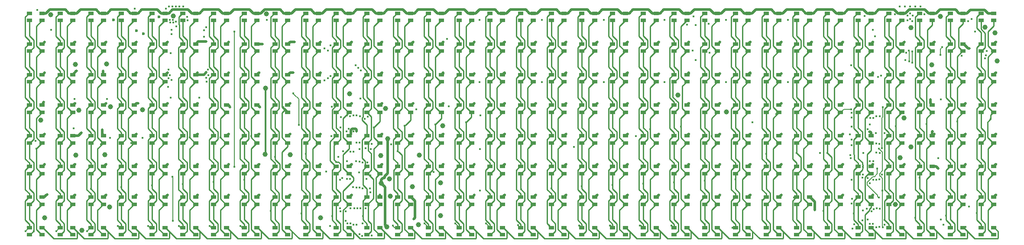
<source format=gbr>
G04 #@! TF.GenerationSoftware,KiCad,Pcbnew,(5.0.1-3-g963ef8bb5)*
G04 #@! TF.CreationDate,2019-06-15T19:14:07+02:00*
G04 #@! TF.ProjectId,cz19-badge,637A31392D62616467652E6B69636164,rev?*
G04 #@! TF.SameCoordinates,Original*
G04 #@! TF.FileFunction,Copper,L1,Top,Signal*
G04 #@! TF.FilePolarity,Positive*
%FSLAX46Y46*%
G04 Gerber Fmt 4.6, Leading zero omitted, Abs format (unit mm)*
G04 Created by KiCad (PCBNEW (5.0.1-3-g963ef8bb5)) date 2019 June 15, Saturday 19:14:07*
%MOMM*%
%LPD*%
G01*
G04 APERTURE LIST*
G04 #@! TA.AperFunction,SMDPad,CuDef*
%ADD10R,1.000000X0.800000*%
G04 #@! TD*
G04 #@! TA.AperFunction,ViaPad*
%ADD11C,0.450000*%
G04 #@! TD*
G04 #@! TA.AperFunction,ViaPad*
%ADD12C,1.000000*%
G04 #@! TD*
G04 #@! TA.AperFunction,ViaPad*
%ADD13C,0.600000*%
G04 #@! TD*
G04 #@! TA.AperFunction,Conductor*
%ADD14C,0.500000*%
G04 #@! TD*
G04 #@! TA.AperFunction,Conductor*
%ADD15C,0.300000*%
G04 #@! TD*
G04 #@! TA.AperFunction,Conductor*
%ADD16C,0.250000*%
G04 #@! TD*
G04 #@! TA.AperFunction,Conductor*
%ADD17C,0.150000*%
G04 #@! TD*
G04 APERTURE END LIST*
D10*
G04 #@! TO.P,D1,1*
G04 #@! TO.N,Net-(D1-Pad1)*
X55350000Y-71600000D03*
G04 #@! TO.P,D1,4*
G04 #@! TO.N,Net-(D1-Pad4)*
X57850000Y-71600000D03*
G04 #@! TO.P,D1,3*
G04 #@! TO.N,Net-(D1-Pad3)*
X57850000Y-73000000D03*
G04 #@! TO.P,D1,2*
G04 #@! TO.N,Net-(D1-Pad2)*
X55350000Y-73000000D03*
G04 #@! TD*
G04 #@! TO.P,D2,1*
G04 #@! TO.N,Net-(D130-Pad1)*
X61350000Y-71600000D03*
G04 #@! TO.P,D2,4*
G04 #@! TO.N,Net-(D1-Pad4)*
X63850000Y-71600000D03*
G04 #@! TO.P,D2,3*
G04 #@! TO.N,Net-(D130-Pad3)*
X63850000Y-73000000D03*
G04 #@! TO.P,D2,2*
G04 #@! TO.N,Net-(D130-Pad2)*
X61350000Y-73000000D03*
G04 #@! TD*
G04 #@! TO.P,D3,1*
G04 #@! TO.N,Net-(D131-Pad1)*
X67350000Y-71600000D03*
G04 #@! TO.P,D3,4*
G04 #@! TO.N,Net-(D1-Pad4)*
X69850000Y-71600000D03*
G04 #@! TO.P,D3,3*
G04 #@! TO.N,Net-(D131-Pad3)*
X69850000Y-73000000D03*
G04 #@! TO.P,D3,2*
G04 #@! TO.N,Net-(D131-Pad2)*
X67350000Y-73000000D03*
G04 #@! TD*
G04 #@! TO.P,D4,1*
G04 #@! TO.N,Net-(D100-Pad1)*
X73350000Y-71600000D03*
G04 #@! TO.P,D4,4*
G04 #@! TO.N,Net-(D1-Pad4)*
X75850000Y-71600000D03*
G04 #@! TO.P,D4,3*
G04 #@! TO.N,Net-(D100-Pad3)*
X75850000Y-73000000D03*
G04 #@! TO.P,D4,2*
G04 #@! TO.N,Net-(D100-Pad2)*
X73350000Y-73000000D03*
G04 #@! TD*
G04 #@! TO.P,D5,1*
G04 #@! TO.N,Net-(D101-Pad1)*
X79350000Y-71600000D03*
G04 #@! TO.P,D5,4*
G04 #@! TO.N,Net-(D1-Pad4)*
X81850000Y-71600000D03*
G04 #@! TO.P,D5,3*
G04 #@! TO.N,Net-(D101-Pad3)*
X81850000Y-73000000D03*
G04 #@! TO.P,D5,2*
G04 #@! TO.N,Net-(D101-Pad2)*
X79350000Y-73000000D03*
G04 #@! TD*
G04 #@! TO.P,D6,1*
G04 #@! TO.N,Net-(D102-Pad1)*
X85350000Y-71600000D03*
G04 #@! TO.P,D6,4*
G04 #@! TO.N,Net-(D1-Pad4)*
X87850000Y-71600000D03*
G04 #@! TO.P,D6,3*
G04 #@! TO.N,Net-(D102-Pad3)*
X87850000Y-73000000D03*
G04 #@! TO.P,D6,2*
G04 #@! TO.N,Net-(D102-Pad2)*
X85350000Y-73000000D03*
G04 #@! TD*
G04 #@! TO.P,D7,1*
G04 #@! TO.N,Net-(D103-Pad1)*
X91350000Y-71600000D03*
G04 #@! TO.P,D7,4*
G04 #@! TO.N,Net-(D1-Pad4)*
X93850000Y-71600000D03*
G04 #@! TO.P,D7,3*
G04 #@! TO.N,Net-(D103-Pad3)*
X93850000Y-73000000D03*
G04 #@! TO.P,D7,2*
G04 #@! TO.N,Net-(D103-Pad2)*
X91350000Y-73000000D03*
G04 #@! TD*
G04 #@! TO.P,D8,1*
G04 #@! TO.N,Net-(D104-Pad1)*
X97350000Y-71600000D03*
G04 #@! TO.P,D8,4*
G04 #@! TO.N,Net-(D1-Pad4)*
X99850000Y-71600000D03*
G04 #@! TO.P,D8,3*
G04 #@! TO.N,Net-(D104-Pad3)*
X99850000Y-73000000D03*
G04 #@! TO.P,D8,2*
G04 #@! TO.N,Net-(D104-Pad2)*
X97350000Y-73000000D03*
G04 #@! TD*
G04 #@! TO.P,D9,1*
G04 #@! TO.N,Net-(D105-Pad1)*
X103350000Y-71600000D03*
G04 #@! TO.P,D9,4*
G04 #@! TO.N,Net-(D1-Pad4)*
X105850000Y-71600000D03*
G04 #@! TO.P,D9,3*
G04 #@! TO.N,Net-(D105-Pad3)*
X105850000Y-73000000D03*
G04 #@! TO.P,D9,2*
G04 #@! TO.N,Net-(D105-Pad2)*
X103350000Y-73000000D03*
G04 #@! TD*
G04 #@! TO.P,D10,1*
G04 #@! TO.N,Net-(D10-Pad1)*
X109350000Y-71600000D03*
G04 #@! TO.P,D10,4*
G04 #@! TO.N,Net-(D1-Pad4)*
X111850000Y-71600000D03*
G04 #@! TO.P,D10,3*
G04 #@! TO.N,Net-(D10-Pad3)*
X111850000Y-73000000D03*
G04 #@! TO.P,D10,2*
G04 #@! TO.N,Net-(D10-Pad2)*
X109350000Y-73000000D03*
G04 #@! TD*
G04 #@! TO.P,D11,1*
G04 #@! TO.N,Net-(D107-Pad1)*
X115350000Y-71600000D03*
G04 #@! TO.P,D11,4*
G04 #@! TO.N,Net-(D1-Pad4)*
X117850000Y-71600000D03*
G04 #@! TO.P,D11,3*
G04 #@! TO.N,Net-(D107-Pad3)*
X117850000Y-73000000D03*
G04 #@! TO.P,D11,2*
G04 #@! TO.N,Net-(D107-Pad2)*
X115350000Y-73000000D03*
G04 #@! TD*
G04 #@! TO.P,D12,1*
G04 #@! TO.N,Net-(D108-Pad1)*
X121350000Y-71600000D03*
G04 #@! TO.P,D12,4*
G04 #@! TO.N,Net-(D1-Pad4)*
X123850000Y-71600000D03*
G04 #@! TO.P,D12,3*
G04 #@! TO.N,Net-(D108-Pad3)*
X123850000Y-73000000D03*
G04 #@! TO.P,D12,2*
G04 #@! TO.N,Net-(D108-Pad2)*
X121350000Y-73000000D03*
G04 #@! TD*
G04 #@! TO.P,D13,1*
G04 #@! TO.N,Net-(D109-Pad1)*
X127350000Y-71600000D03*
G04 #@! TO.P,D13,4*
G04 #@! TO.N,Net-(D1-Pad4)*
X129850000Y-71600000D03*
G04 #@! TO.P,D13,3*
G04 #@! TO.N,Net-(D109-Pad3)*
X129850000Y-73000000D03*
G04 #@! TO.P,D13,2*
G04 #@! TO.N,Net-(D109-Pad2)*
X127350000Y-73000000D03*
G04 #@! TD*
G04 #@! TO.P,D14,1*
G04 #@! TO.N,Net-(D110-Pad1)*
X133350000Y-71600000D03*
G04 #@! TO.P,D14,4*
G04 #@! TO.N,Net-(D1-Pad4)*
X135850000Y-71600000D03*
G04 #@! TO.P,D14,3*
G04 #@! TO.N,Net-(D110-Pad3)*
X135850000Y-73000000D03*
G04 #@! TO.P,D14,2*
G04 #@! TO.N,Net-(D110-Pad2)*
X133350000Y-73000000D03*
G04 #@! TD*
G04 #@! TO.P,D15,1*
G04 #@! TO.N,Net-(D111-Pad1)*
X139350000Y-71600000D03*
G04 #@! TO.P,D15,4*
G04 #@! TO.N,Net-(D1-Pad4)*
X141850000Y-71600000D03*
G04 #@! TO.P,D15,3*
G04 #@! TO.N,Net-(D111-Pad3)*
X141850000Y-73000000D03*
G04 #@! TO.P,D15,2*
G04 #@! TO.N,Net-(D111-Pad2)*
X139350000Y-73000000D03*
G04 #@! TD*
G04 #@! TO.P,D16,1*
G04 #@! TO.N,Net-(D112-Pad1)*
X145350000Y-71600000D03*
G04 #@! TO.P,D16,4*
G04 #@! TO.N,Net-(D1-Pad4)*
X147850000Y-71600000D03*
G04 #@! TO.P,D16,3*
G04 #@! TO.N,Net-(D112-Pad3)*
X147850000Y-73000000D03*
G04 #@! TO.P,D16,2*
G04 #@! TO.N,Net-(D112-Pad2)*
X145350000Y-73000000D03*
G04 #@! TD*
G04 #@! TO.P,D17,1*
G04 #@! TO.N,Net-(D113-Pad1)*
X151350000Y-71600000D03*
G04 #@! TO.P,D17,4*
G04 #@! TO.N,Net-(D1-Pad4)*
X153850000Y-71600000D03*
G04 #@! TO.P,D17,3*
G04 #@! TO.N,Net-(D113-Pad3)*
X153850000Y-73000000D03*
G04 #@! TO.P,D17,2*
G04 #@! TO.N,Net-(D113-Pad2)*
X151350000Y-73000000D03*
G04 #@! TD*
G04 #@! TO.P,D18,1*
G04 #@! TO.N,Net-(D114-Pad1)*
X157350000Y-71600000D03*
G04 #@! TO.P,D18,4*
G04 #@! TO.N,Net-(D1-Pad4)*
X159850000Y-71600000D03*
G04 #@! TO.P,D18,3*
G04 #@! TO.N,Net-(D114-Pad3)*
X159850000Y-73000000D03*
G04 #@! TO.P,D18,2*
G04 #@! TO.N,Net-(D114-Pad2)*
X157350000Y-73000000D03*
G04 #@! TD*
G04 #@! TO.P,D19,1*
G04 #@! TO.N,Net-(D115-Pad1)*
X163350000Y-71600000D03*
G04 #@! TO.P,D19,4*
G04 #@! TO.N,Net-(D1-Pad4)*
X165850000Y-71600000D03*
G04 #@! TO.P,D19,3*
G04 #@! TO.N,Net-(D115-Pad3)*
X165850000Y-73000000D03*
G04 #@! TO.P,D19,2*
G04 #@! TO.N,Net-(D115-Pad2)*
X163350000Y-73000000D03*
G04 #@! TD*
G04 #@! TO.P,D20,1*
G04 #@! TO.N,Net-(D116-Pad1)*
X169350000Y-71600000D03*
G04 #@! TO.P,D20,4*
G04 #@! TO.N,Net-(D1-Pad4)*
X171850000Y-71600000D03*
G04 #@! TO.P,D20,3*
G04 #@! TO.N,Net-(D116-Pad3)*
X171850000Y-73000000D03*
G04 #@! TO.P,D20,2*
G04 #@! TO.N,Net-(D116-Pad2)*
X169350000Y-73000000D03*
G04 #@! TD*
G04 #@! TO.P,D21,1*
G04 #@! TO.N,Net-(D117-Pad1)*
X175350000Y-71600000D03*
G04 #@! TO.P,D21,4*
G04 #@! TO.N,Net-(D1-Pad4)*
X177850000Y-71600000D03*
G04 #@! TO.P,D21,3*
G04 #@! TO.N,Net-(D117-Pad3)*
X177850000Y-73000000D03*
G04 #@! TO.P,D21,2*
G04 #@! TO.N,Net-(D117-Pad2)*
X175350000Y-73000000D03*
G04 #@! TD*
G04 #@! TO.P,D22,1*
G04 #@! TO.N,Net-(D118-Pad1)*
X181350000Y-71600000D03*
G04 #@! TO.P,D22,4*
G04 #@! TO.N,Net-(D1-Pad4)*
X183850000Y-71600000D03*
G04 #@! TO.P,D22,3*
G04 #@! TO.N,Net-(D118-Pad3)*
X183850000Y-73000000D03*
G04 #@! TO.P,D22,2*
G04 #@! TO.N,Net-(D118-Pad2)*
X181350000Y-73000000D03*
G04 #@! TD*
G04 #@! TO.P,D23,1*
G04 #@! TO.N,Net-(D119-Pad1)*
X187350000Y-71600000D03*
G04 #@! TO.P,D23,4*
G04 #@! TO.N,Net-(D1-Pad4)*
X189850000Y-71600000D03*
G04 #@! TO.P,D23,3*
G04 #@! TO.N,Net-(D119-Pad3)*
X189850000Y-73000000D03*
G04 #@! TO.P,D23,2*
G04 #@! TO.N,Net-(D119-Pad2)*
X187350000Y-73000000D03*
G04 #@! TD*
G04 #@! TO.P,D24,1*
G04 #@! TO.N,Net-(D120-Pad1)*
X193350000Y-71600000D03*
G04 #@! TO.P,D24,4*
G04 #@! TO.N,Net-(D1-Pad4)*
X195850000Y-71600000D03*
G04 #@! TO.P,D24,3*
G04 #@! TO.N,Net-(D120-Pad3)*
X195850000Y-73000000D03*
G04 #@! TO.P,D24,2*
G04 #@! TO.N,Net-(D120-Pad2)*
X193350000Y-73000000D03*
G04 #@! TD*
G04 #@! TO.P,D25,1*
G04 #@! TO.N,Net-(D121-Pad1)*
X199350000Y-71600000D03*
G04 #@! TO.P,D25,4*
G04 #@! TO.N,Net-(D1-Pad4)*
X201850000Y-71600000D03*
G04 #@! TO.P,D25,3*
G04 #@! TO.N,Net-(D121-Pad3)*
X201850000Y-73000000D03*
G04 #@! TO.P,D25,2*
G04 #@! TO.N,Net-(D121-Pad2)*
X199350000Y-73000000D03*
G04 #@! TD*
G04 #@! TO.P,D26,1*
G04 #@! TO.N,Net-(D122-Pad1)*
X205350000Y-71600000D03*
G04 #@! TO.P,D26,4*
G04 #@! TO.N,Net-(D1-Pad4)*
X207850000Y-71600000D03*
G04 #@! TO.P,D26,3*
G04 #@! TO.N,Net-(D122-Pad3)*
X207850000Y-73000000D03*
G04 #@! TO.P,D26,2*
G04 #@! TO.N,Net-(D122-Pad2)*
X205350000Y-73000000D03*
G04 #@! TD*
G04 #@! TO.P,D27,1*
G04 #@! TO.N,Net-(D123-Pad1)*
X211350000Y-71600000D03*
G04 #@! TO.P,D27,4*
G04 #@! TO.N,Net-(D1-Pad4)*
X213850000Y-71600000D03*
G04 #@! TO.P,D27,3*
G04 #@! TO.N,Net-(D123-Pad3)*
X213850000Y-73000000D03*
G04 #@! TO.P,D27,2*
G04 #@! TO.N,Net-(D123-Pad2)*
X211350000Y-73000000D03*
G04 #@! TD*
G04 #@! TO.P,D28,1*
G04 #@! TO.N,Net-(D124-Pad1)*
X217350000Y-71600000D03*
G04 #@! TO.P,D28,4*
G04 #@! TO.N,Net-(D1-Pad4)*
X219850000Y-71600000D03*
G04 #@! TO.P,D28,3*
G04 #@! TO.N,Net-(D124-Pad3)*
X219850000Y-73000000D03*
G04 #@! TO.P,D28,2*
G04 #@! TO.N,Net-(D124-Pad2)*
X217350000Y-73000000D03*
G04 #@! TD*
G04 #@! TO.P,D29,1*
G04 #@! TO.N,Net-(D125-Pad1)*
X223350000Y-71600000D03*
G04 #@! TO.P,D29,4*
G04 #@! TO.N,Net-(D1-Pad4)*
X225850000Y-71600000D03*
G04 #@! TO.P,D29,3*
G04 #@! TO.N,Net-(D125-Pad3)*
X225850000Y-73000000D03*
G04 #@! TO.P,D29,2*
G04 #@! TO.N,Net-(D125-Pad2)*
X223350000Y-73000000D03*
G04 #@! TD*
G04 #@! TO.P,D30,1*
G04 #@! TO.N,Net-(D126-Pad1)*
X229350000Y-71600000D03*
G04 #@! TO.P,D30,4*
G04 #@! TO.N,Net-(D1-Pad4)*
X231850000Y-71600000D03*
G04 #@! TO.P,D30,3*
G04 #@! TO.N,Net-(D126-Pad3)*
X231850000Y-73000000D03*
G04 #@! TO.P,D30,2*
G04 #@! TO.N,Net-(D126-Pad2)*
X229350000Y-73000000D03*
G04 #@! TD*
G04 #@! TO.P,D31,1*
G04 #@! TO.N,Net-(D127-Pad1)*
X235350000Y-71600000D03*
G04 #@! TO.P,D31,4*
G04 #@! TO.N,Net-(D1-Pad4)*
X237850000Y-71600000D03*
G04 #@! TO.P,D31,3*
G04 #@! TO.N,Net-(D127-Pad3)*
X237850000Y-73000000D03*
G04 #@! TO.P,D31,2*
G04 #@! TO.N,Net-(D127-Pad2)*
X235350000Y-73000000D03*
G04 #@! TD*
G04 #@! TO.P,D32,1*
G04 #@! TO.N,Net-(D128-Pad1)*
X241350000Y-71600000D03*
G04 #@! TO.P,D32,4*
G04 #@! TO.N,Net-(D1-Pad4)*
X243850000Y-71600000D03*
G04 #@! TO.P,D32,3*
G04 #@! TO.N,Net-(D128-Pad3)*
X243850000Y-73000000D03*
G04 #@! TO.P,D32,2*
G04 #@! TO.N,Net-(D128-Pad2)*
X241350000Y-73000000D03*
G04 #@! TD*
G04 #@! TO.P,D33,2*
G04 #@! TO.N,Net-(D1-Pad2)*
X55350000Y-79000000D03*
G04 #@! TO.P,D33,3*
G04 #@! TO.N,Net-(D1-Pad3)*
X57850000Y-79000000D03*
G04 #@! TO.P,D33,4*
G04 #@! TO.N,Net-(D33-Pad4)*
X57850000Y-77600000D03*
G04 #@! TO.P,D33,1*
G04 #@! TO.N,Net-(D1-Pad1)*
X55350000Y-77600000D03*
G04 #@! TD*
G04 #@! TO.P,D34,2*
G04 #@! TO.N,Net-(D130-Pad2)*
X61350000Y-79000000D03*
G04 #@! TO.P,D34,3*
G04 #@! TO.N,Net-(D130-Pad3)*
X63850000Y-79000000D03*
G04 #@! TO.P,D34,4*
G04 #@! TO.N,Net-(D33-Pad4)*
X63850000Y-77600000D03*
G04 #@! TO.P,D34,1*
G04 #@! TO.N,Net-(D130-Pad1)*
X61350000Y-77600000D03*
G04 #@! TD*
G04 #@! TO.P,D35,2*
G04 #@! TO.N,Net-(D131-Pad2)*
X67350000Y-79000000D03*
G04 #@! TO.P,D35,3*
G04 #@! TO.N,Net-(D131-Pad3)*
X69850000Y-79000000D03*
G04 #@! TO.P,D35,4*
G04 #@! TO.N,Net-(D33-Pad4)*
X69850000Y-77600000D03*
G04 #@! TO.P,D35,1*
G04 #@! TO.N,Net-(D131-Pad1)*
X67350000Y-77600000D03*
G04 #@! TD*
G04 #@! TO.P,D36,2*
G04 #@! TO.N,Net-(D100-Pad2)*
X73350000Y-79000000D03*
G04 #@! TO.P,D36,3*
G04 #@! TO.N,Net-(D100-Pad3)*
X75850000Y-79000000D03*
G04 #@! TO.P,D36,4*
G04 #@! TO.N,Net-(D33-Pad4)*
X75850000Y-77600000D03*
G04 #@! TO.P,D36,1*
G04 #@! TO.N,Net-(D100-Pad1)*
X73350000Y-77600000D03*
G04 #@! TD*
G04 #@! TO.P,D37,2*
G04 #@! TO.N,Net-(D101-Pad2)*
X79350000Y-79000000D03*
G04 #@! TO.P,D37,3*
G04 #@! TO.N,Net-(D101-Pad3)*
X81850000Y-79000000D03*
G04 #@! TO.P,D37,4*
G04 #@! TO.N,Net-(D33-Pad4)*
X81850000Y-77600000D03*
G04 #@! TO.P,D37,1*
G04 #@! TO.N,Net-(D101-Pad1)*
X79350000Y-77600000D03*
G04 #@! TD*
G04 #@! TO.P,D38,2*
G04 #@! TO.N,Net-(D102-Pad2)*
X85350000Y-79000000D03*
G04 #@! TO.P,D38,3*
G04 #@! TO.N,Net-(D102-Pad3)*
X87850000Y-79000000D03*
G04 #@! TO.P,D38,4*
G04 #@! TO.N,Net-(D33-Pad4)*
X87850000Y-77600000D03*
G04 #@! TO.P,D38,1*
G04 #@! TO.N,Net-(D102-Pad1)*
X85350000Y-77600000D03*
G04 #@! TD*
G04 #@! TO.P,D39,2*
G04 #@! TO.N,Net-(D103-Pad2)*
X91350000Y-79000000D03*
G04 #@! TO.P,D39,3*
G04 #@! TO.N,Net-(D103-Pad3)*
X93850000Y-79000000D03*
G04 #@! TO.P,D39,4*
G04 #@! TO.N,Net-(D33-Pad4)*
X93850000Y-77600000D03*
G04 #@! TO.P,D39,1*
G04 #@! TO.N,Net-(D103-Pad1)*
X91350000Y-77600000D03*
G04 #@! TD*
G04 #@! TO.P,D40,2*
G04 #@! TO.N,Net-(D104-Pad2)*
X97350000Y-79000000D03*
G04 #@! TO.P,D40,3*
G04 #@! TO.N,Net-(D104-Pad3)*
X99850000Y-79000000D03*
G04 #@! TO.P,D40,4*
G04 #@! TO.N,Net-(D33-Pad4)*
X99850000Y-77600000D03*
G04 #@! TO.P,D40,1*
G04 #@! TO.N,Net-(D104-Pad1)*
X97350000Y-77600000D03*
G04 #@! TD*
G04 #@! TO.P,D41,2*
G04 #@! TO.N,Net-(D105-Pad2)*
X103350000Y-79000000D03*
G04 #@! TO.P,D41,3*
G04 #@! TO.N,Net-(D105-Pad3)*
X105850000Y-79000000D03*
G04 #@! TO.P,D41,4*
G04 #@! TO.N,Net-(D33-Pad4)*
X105850000Y-77600000D03*
G04 #@! TO.P,D41,1*
G04 #@! TO.N,Net-(D105-Pad1)*
X103350000Y-77600000D03*
G04 #@! TD*
G04 #@! TO.P,D42,2*
G04 #@! TO.N,Net-(D10-Pad2)*
X109350000Y-79000000D03*
G04 #@! TO.P,D42,3*
G04 #@! TO.N,Net-(D10-Pad3)*
X111850000Y-79000000D03*
G04 #@! TO.P,D42,4*
G04 #@! TO.N,Net-(D33-Pad4)*
X111850000Y-77600000D03*
G04 #@! TO.P,D42,1*
G04 #@! TO.N,Net-(D10-Pad1)*
X109350000Y-77600000D03*
G04 #@! TD*
G04 #@! TO.P,D43,2*
G04 #@! TO.N,Net-(D107-Pad2)*
X115350000Y-79000000D03*
G04 #@! TO.P,D43,3*
G04 #@! TO.N,Net-(D107-Pad3)*
X117850000Y-79000000D03*
G04 #@! TO.P,D43,4*
G04 #@! TO.N,Net-(D33-Pad4)*
X117850000Y-77600000D03*
G04 #@! TO.P,D43,1*
G04 #@! TO.N,Net-(D107-Pad1)*
X115350000Y-77600000D03*
G04 #@! TD*
G04 #@! TO.P,D44,2*
G04 #@! TO.N,Net-(D108-Pad2)*
X121350000Y-79000000D03*
G04 #@! TO.P,D44,3*
G04 #@! TO.N,Net-(D108-Pad3)*
X123850000Y-79000000D03*
G04 #@! TO.P,D44,4*
G04 #@! TO.N,Net-(D33-Pad4)*
X123850000Y-77600000D03*
G04 #@! TO.P,D44,1*
G04 #@! TO.N,Net-(D108-Pad1)*
X121350000Y-77600000D03*
G04 #@! TD*
G04 #@! TO.P,D45,2*
G04 #@! TO.N,Net-(D109-Pad2)*
X127350000Y-79000000D03*
G04 #@! TO.P,D45,3*
G04 #@! TO.N,Net-(D109-Pad3)*
X129850000Y-79000000D03*
G04 #@! TO.P,D45,4*
G04 #@! TO.N,Net-(D33-Pad4)*
X129850000Y-77600000D03*
G04 #@! TO.P,D45,1*
G04 #@! TO.N,Net-(D109-Pad1)*
X127350000Y-77600000D03*
G04 #@! TD*
G04 #@! TO.P,D46,2*
G04 #@! TO.N,Net-(D110-Pad2)*
X133350000Y-79000000D03*
G04 #@! TO.P,D46,3*
G04 #@! TO.N,Net-(D110-Pad3)*
X135850000Y-79000000D03*
G04 #@! TO.P,D46,4*
G04 #@! TO.N,Net-(D33-Pad4)*
X135850000Y-77600000D03*
G04 #@! TO.P,D46,1*
G04 #@! TO.N,Net-(D110-Pad1)*
X133350000Y-77600000D03*
G04 #@! TD*
G04 #@! TO.P,D47,2*
G04 #@! TO.N,Net-(D111-Pad2)*
X139350000Y-79000000D03*
G04 #@! TO.P,D47,3*
G04 #@! TO.N,Net-(D111-Pad3)*
X141850000Y-79000000D03*
G04 #@! TO.P,D47,4*
G04 #@! TO.N,Net-(D33-Pad4)*
X141850000Y-77600000D03*
G04 #@! TO.P,D47,1*
G04 #@! TO.N,Net-(D111-Pad1)*
X139350000Y-77600000D03*
G04 #@! TD*
G04 #@! TO.P,D48,2*
G04 #@! TO.N,Net-(D112-Pad2)*
X145350000Y-79000000D03*
G04 #@! TO.P,D48,3*
G04 #@! TO.N,Net-(D112-Pad3)*
X147850000Y-79000000D03*
G04 #@! TO.P,D48,4*
G04 #@! TO.N,Net-(D33-Pad4)*
X147850000Y-77600000D03*
G04 #@! TO.P,D48,1*
G04 #@! TO.N,Net-(D112-Pad1)*
X145350000Y-77600000D03*
G04 #@! TD*
G04 #@! TO.P,D49,2*
G04 #@! TO.N,Net-(D113-Pad2)*
X151350000Y-79000000D03*
G04 #@! TO.P,D49,3*
G04 #@! TO.N,Net-(D113-Pad3)*
X153850000Y-79000000D03*
G04 #@! TO.P,D49,4*
G04 #@! TO.N,Net-(D33-Pad4)*
X153850000Y-77600000D03*
G04 #@! TO.P,D49,1*
G04 #@! TO.N,Net-(D113-Pad1)*
X151350000Y-77600000D03*
G04 #@! TD*
G04 #@! TO.P,D50,2*
G04 #@! TO.N,Net-(D114-Pad2)*
X157350000Y-79000000D03*
G04 #@! TO.P,D50,3*
G04 #@! TO.N,Net-(D114-Pad3)*
X159850000Y-79000000D03*
G04 #@! TO.P,D50,4*
G04 #@! TO.N,Net-(D33-Pad4)*
X159850000Y-77600000D03*
G04 #@! TO.P,D50,1*
G04 #@! TO.N,Net-(D114-Pad1)*
X157350000Y-77600000D03*
G04 #@! TD*
G04 #@! TO.P,D51,2*
G04 #@! TO.N,Net-(D115-Pad2)*
X163350000Y-79000000D03*
G04 #@! TO.P,D51,3*
G04 #@! TO.N,Net-(D115-Pad3)*
X165850000Y-79000000D03*
G04 #@! TO.P,D51,4*
G04 #@! TO.N,Net-(D33-Pad4)*
X165850000Y-77600000D03*
G04 #@! TO.P,D51,1*
G04 #@! TO.N,Net-(D115-Pad1)*
X163350000Y-77600000D03*
G04 #@! TD*
G04 #@! TO.P,D52,2*
G04 #@! TO.N,Net-(D116-Pad2)*
X169350000Y-79000000D03*
G04 #@! TO.P,D52,3*
G04 #@! TO.N,Net-(D116-Pad3)*
X171850000Y-79000000D03*
G04 #@! TO.P,D52,4*
G04 #@! TO.N,Net-(D33-Pad4)*
X171850000Y-77600000D03*
G04 #@! TO.P,D52,1*
G04 #@! TO.N,Net-(D116-Pad1)*
X169350000Y-77600000D03*
G04 #@! TD*
G04 #@! TO.P,D53,2*
G04 #@! TO.N,Net-(D117-Pad2)*
X175350000Y-79000000D03*
G04 #@! TO.P,D53,3*
G04 #@! TO.N,Net-(D117-Pad3)*
X177850000Y-79000000D03*
G04 #@! TO.P,D53,4*
G04 #@! TO.N,Net-(D33-Pad4)*
X177850000Y-77600000D03*
G04 #@! TO.P,D53,1*
G04 #@! TO.N,Net-(D117-Pad1)*
X175350000Y-77600000D03*
G04 #@! TD*
G04 #@! TO.P,D54,2*
G04 #@! TO.N,Net-(D118-Pad2)*
X181350000Y-79000000D03*
G04 #@! TO.P,D54,3*
G04 #@! TO.N,Net-(D118-Pad3)*
X183850000Y-79000000D03*
G04 #@! TO.P,D54,4*
G04 #@! TO.N,Net-(D33-Pad4)*
X183850000Y-77600000D03*
G04 #@! TO.P,D54,1*
G04 #@! TO.N,Net-(D118-Pad1)*
X181350000Y-77600000D03*
G04 #@! TD*
G04 #@! TO.P,D55,2*
G04 #@! TO.N,Net-(D119-Pad2)*
X187350000Y-79000000D03*
G04 #@! TO.P,D55,3*
G04 #@! TO.N,Net-(D119-Pad3)*
X189850000Y-79000000D03*
G04 #@! TO.P,D55,4*
G04 #@! TO.N,Net-(D33-Pad4)*
X189850000Y-77600000D03*
G04 #@! TO.P,D55,1*
G04 #@! TO.N,Net-(D119-Pad1)*
X187350000Y-77600000D03*
G04 #@! TD*
G04 #@! TO.P,D56,2*
G04 #@! TO.N,Net-(D120-Pad2)*
X193350000Y-79000000D03*
G04 #@! TO.P,D56,3*
G04 #@! TO.N,Net-(D120-Pad3)*
X195850000Y-79000000D03*
G04 #@! TO.P,D56,4*
G04 #@! TO.N,Net-(D33-Pad4)*
X195850000Y-77600000D03*
G04 #@! TO.P,D56,1*
G04 #@! TO.N,Net-(D120-Pad1)*
X193350000Y-77600000D03*
G04 #@! TD*
G04 #@! TO.P,D57,2*
G04 #@! TO.N,Net-(D121-Pad2)*
X199350000Y-79000000D03*
G04 #@! TO.P,D57,3*
G04 #@! TO.N,Net-(D121-Pad3)*
X201850000Y-79000000D03*
G04 #@! TO.P,D57,4*
G04 #@! TO.N,Net-(D33-Pad4)*
X201850000Y-77600000D03*
G04 #@! TO.P,D57,1*
G04 #@! TO.N,Net-(D121-Pad1)*
X199350000Y-77600000D03*
G04 #@! TD*
G04 #@! TO.P,D58,2*
G04 #@! TO.N,Net-(D122-Pad2)*
X205350000Y-79000000D03*
G04 #@! TO.P,D58,3*
G04 #@! TO.N,Net-(D122-Pad3)*
X207850000Y-79000000D03*
G04 #@! TO.P,D58,4*
G04 #@! TO.N,Net-(D33-Pad4)*
X207850000Y-77600000D03*
G04 #@! TO.P,D58,1*
G04 #@! TO.N,Net-(D122-Pad1)*
X205350000Y-77600000D03*
G04 #@! TD*
G04 #@! TO.P,D59,2*
G04 #@! TO.N,Net-(D123-Pad2)*
X211350000Y-79000000D03*
G04 #@! TO.P,D59,3*
G04 #@! TO.N,Net-(D123-Pad3)*
X213850000Y-79000000D03*
G04 #@! TO.P,D59,4*
G04 #@! TO.N,Net-(D33-Pad4)*
X213850000Y-77600000D03*
G04 #@! TO.P,D59,1*
G04 #@! TO.N,Net-(D123-Pad1)*
X211350000Y-77600000D03*
G04 #@! TD*
G04 #@! TO.P,D60,2*
G04 #@! TO.N,Net-(D124-Pad2)*
X217350000Y-79000000D03*
G04 #@! TO.P,D60,3*
G04 #@! TO.N,Net-(D124-Pad3)*
X219850000Y-79000000D03*
G04 #@! TO.P,D60,4*
G04 #@! TO.N,Net-(D33-Pad4)*
X219850000Y-77600000D03*
G04 #@! TO.P,D60,1*
G04 #@! TO.N,Net-(D124-Pad1)*
X217350000Y-77600000D03*
G04 #@! TD*
G04 #@! TO.P,D61,2*
G04 #@! TO.N,Net-(D125-Pad2)*
X223350000Y-79000000D03*
G04 #@! TO.P,D61,3*
G04 #@! TO.N,Net-(D125-Pad3)*
X225850000Y-79000000D03*
G04 #@! TO.P,D61,4*
G04 #@! TO.N,Net-(D33-Pad4)*
X225850000Y-77600000D03*
G04 #@! TO.P,D61,1*
G04 #@! TO.N,Net-(D125-Pad1)*
X223350000Y-77600000D03*
G04 #@! TD*
G04 #@! TO.P,D62,2*
G04 #@! TO.N,Net-(D126-Pad2)*
X229350000Y-79000000D03*
G04 #@! TO.P,D62,3*
G04 #@! TO.N,Net-(D126-Pad3)*
X231850000Y-79000000D03*
G04 #@! TO.P,D62,4*
G04 #@! TO.N,Net-(D33-Pad4)*
X231850000Y-77600000D03*
G04 #@! TO.P,D62,1*
G04 #@! TO.N,Net-(D126-Pad1)*
X229350000Y-77600000D03*
G04 #@! TD*
G04 #@! TO.P,D63,2*
G04 #@! TO.N,Net-(D127-Pad2)*
X235350000Y-79000000D03*
G04 #@! TO.P,D63,3*
G04 #@! TO.N,Net-(D127-Pad3)*
X237850000Y-79000000D03*
G04 #@! TO.P,D63,4*
G04 #@! TO.N,Net-(D33-Pad4)*
X237850000Y-77600000D03*
G04 #@! TO.P,D63,1*
G04 #@! TO.N,Net-(D127-Pad1)*
X235350000Y-77600000D03*
G04 #@! TD*
G04 #@! TO.P,D64,2*
G04 #@! TO.N,Net-(D128-Pad2)*
X241350000Y-79000000D03*
G04 #@! TO.P,D64,3*
G04 #@! TO.N,Net-(D128-Pad3)*
X243850000Y-79000000D03*
G04 #@! TO.P,D64,4*
G04 #@! TO.N,Net-(D33-Pad4)*
X243850000Y-77600000D03*
G04 #@! TO.P,D64,1*
G04 #@! TO.N,Net-(D128-Pad1)*
X241350000Y-77600000D03*
G04 #@! TD*
G04 #@! TO.P,D65,1*
G04 #@! TO.N,Net-(D1-Pad1)*
X55350000Y-83600000D03*
G04 #@! TO.P,D65,4*
G04 #@! TO.N,Net-(D65-Pad4)*
X57850000Y-83600000D03*
G04 #@! TO.P,D65,3*
G04 #@! TO.N,Net-(D1-Pad3)*
X57850000Y-85000000D03*
G04 #@! TO.P,D65,2*
G04 #@! TO.N,Net-(D1-Pad2)*
X55350000Y-85000000D03*
G04 #@! TD*
G04 #@! TO.P,D66,1*
G04 #@! TO.N,Net-(D130-Pad1)*
X61350000Y-83600000D03*
G04 #@! TO.P,D66,4*
G04 #@! TO.N,Net-(D65-Pad4)*
X63850000Y-83600000D03*
G04 #@! TO.P,D66,3*
G04 #@! TO.N,Net-(D130-Pad3)*
X63850000Y-85000000D03*
G04 #@! TO.P,D66,2*
G04 #@! TO.N,Net-(D130-Pad2)*
X61350000Y-85000000D03*
G04 #@! TD*
G04 #@! TO.P,D67,1*
G04 #@! TO.N,Net-(D131-Pad1)*
X67350000Y-83600000D03*
G04 #@! TO.P,D67,4*
G04 #@! TO.N,Net-(D65-Pad4)*
X69850000Y-83600000D03*
G04 #@! TO.P,D67,3*
G04 #@! TO.N,Net-(D131-Pad3)*
X69850000Y-85000000D03*
G04 #@! TO.P,D67,2*
G04 #@! TO.N,Net-(D131-Pad2)*
X67350000Y-85000000D03*
G04 #@! TD*
G04 #@! TO.P,D68,1*
G04 #@! TO.N,Net-(D100-Pad1)*
X73350000Y-83600000D03*
G04 #@! TO.P,D68,4*
G04 #@! TO.N,Net-(D65-Pad4)*
X75850000Y-83600000D03*
G04 #@! TO.P,D68,3*
G04 #@! TO.N,Net-(D100-Pad3)*
X75850000Y-85000000D03*
G04 #@! TO.P,D68,2*
G04 #@! TO.N,Net-(D100-Pad2)*
X73350000Y-85000000D03*
G04 #@! TD*
G04 #@! TO.P,D69,1*
G04 #@! TO.N,Net-(D101-Pad1)*
X79350000Y-83600000D03*
G04 #@! TO.P,D69,4*
G04 #@! TO.N,Net-(D65-Pad4)*
X81850000Y-83600000D03*
G04 #@! TO.P,D69,3*
G04 #@! TO.N,Net-(D101-Pad3)*
X81850000Y-85000000D03*
G04 #@! TO.P,D69,2*
G04 #@! TO.N,Net-(D101-Pad2)*
X79350000Y-85000000D03*
G04 #@! TD*
G04 #@! TO.P,D70,1*
G04 #@! TO.N,Net-(D102-Pad1)*
X85350000Y-83600000D03*
G04 #@! TO.P,D70,4*
G04 #@! TO.N,Net-(D65-Pad4)*
X87850000Y-83600000D03*
G04 #@! TO.P,D70,3*
G04 #@! TO.N,Net-(D102-Pad3)*
X87850000Y-85000000D03*
G04 #@! TO.P,D70,2*
G04 #@! TO.N,Net-(D102-Pad2)*
X85350000Y-85000000D03*
G04 #@! TD*
G04 #@! TO.P,D71,1*
G04 #@! TO.N,Net-(D103-Pad1)*
X91350000Y-83600000D03*
G04 #@! TO.P,D71,4*
G04 #@! TO.N,Net-(D65-Pad4)*
X93850000Y-83600000D03*
G04 #@! TO.P,D71,3*
G04 #@! TO.N,Net-(D103-Pad3)*
X93850000Y-85000000D03*
G04 #@! TO.P,D71,2*
G04 #@! TO.N,Net-(D103-Pad2)*
X91350000Y-85000000D03*
G04 #@! TD*
G04 #@! TO.P,D72,1*
G04 #@! TO.N,Net-(D104-Pad1)*
X97350000Y-83600000D03*
G04 #@! TO.P,D72,4*
G04 #@! TO.N,Net-(D65-Pad4)*
X99850000Y-83600000D03*
G04 #@! TO.P,D72,3*
G04 #@! TO.N,Net-(D104-Pad3)*
X99850000Y-85000000D03*
G04 #@! TO.P,D72,2*
G04 #@! TO.N,Net-(D104-Pad2)*
X97350000Y-85000000D03*
G04 #@! TD*
G04 #@! TO.P,D73,1*
G04 #@! TO.N,Net-(D105-Pad1)*
X103350000Y-83600000D03*
G04 #@! TO.P,D73,4*
G04 #@! TO.N,Net-(D65-Pad4)*
X105850000Y-83600000D03*
G04 #@! TO.P,D73,3*
G04 #@! TO.N,Net-(D105-Pad3)*
X105850000Y-85000000D03*
G04 #@! TO.P,D73,2*
G04 #@! TO.N,Net-(D105-Pad2)*
X103350000Y-85000000D03*
G04 #@! TD*
G04 #@! TO.P,D74,1*
G04 #@! TO.N,Net-(D10-Pad1)*
X109350000Y-83600000D03*
G04 #@! TO.P,D74,4*
G04 #@! TO.N,Net-(D65-Pad4)*
X111850000Y-83600000D03*
G04 #@! TO.P,D74,3*
G04 #@! TO.N,Net-(D10-Pad3)*
X111850000Y-85000000D03*
G04 #@! TO.P,D74,2*
G04 #@! TO.N,Net-(D10-Pad2)*
X109350000Y-85000000D03*
G04 #@! TD*
G04 #@! TO.P,D75,1*
G04 #@! TO.N,Net-(D107-Pad1)*
X115350000Y-83600000D03*
G04 #@! TO.P,D75,4*
G04 #@! TO.N,Net-(D65-Pad4)*
X117850000Y-83600000D03*
G04 #@! TO.P,D75,3*
G04 #@! TO.N,Net-(D107-Pad3)*
X117850000Y-85000000D03*
G04 #@! TO.P,D75,2*
G04 #@! TO.N,Net-(D107-Pad2)*
X115350000Y-85000000D03*
G04 #@! TD*
G04 #@! TO.P,D76,1*
G04 #@! TO.N,Net-(D108-Pad1)*
X121350000Y-83600000D03*
G04 #@! TO.P,D76,4*
G04 #@! TO.N,Net-(D65-Pad4)*
X123850000Y-83600000D03*
G04 #@! TO.P,D76,3*
G04 #@! TO.N,Net-(D108-Pad3)*
X123850000Y-85000000D03*
G04 #@! TO.P,D76,2*
G04 #@! TO.N,Net-(D108-Pad2)*
X121350000Y-85000000D03*
G04 #@! TD*
G04 #@! TO.P,D77,1*
G04 #@! TO.N,Net-(D109-Pad1)*
X127350000Y-83600000D03*
G04 #@! TO.P,D77,4*
G04 #@! TO.N,Net-(D65-Pad4)*
X129850000Y-83600000D03*
G04 #@! TO.P,D77,3*
G04 #@! TO.N,Net-(D109-Pad3)*
X129850000Y-85000000D03*
G04 #@! TO.P,D77,2*
G04 #@! TO.N,Net-(D109-Pad2)*
X127350000Y-85000000D03*
G04 #@! TD*
G04 #@! TO.P,D78,1*
G04 #@! TO.N,Net-(D110-Pad1)*
X133350000Y-83600000D03*
G04 #@! TO.P,D78,4*
G04 #@! TO.N,Net-(D65-Pad4)*
X135850000Y-83600000D03*
G04 #@! TO.P,D78,3*
G04 #@! TO.N,Net-(D110-Pad3)*
X135850000Y-85000000D03*
G04 #@! TO.P,D78,2*
G04 #@! TO.N,Net-(D110-Pad2)*
X133350000Y-85000000D03*
G04 #@! TD*
G04 #@! TO.P,D79,1*
G04 #@! TO.N,Net-(D111-Pad1)*
X139350000Y-83600000D03*
G04 #@! TO.P,D79,4*
G04 #@! TO.N,Net-(D65-Pad4)*
X141850000Y-83600000D03*
G04 #@! TO.P,D79,3*
G04 #@! TO.N,Net-(D111-Pad3)*
X141850000Y-85000000D03*
G04 #@! TO.P,D79,2*
G04 #@! TO.N,Net-(D111-Pad2)*
X139350000Y-85000000D03*
G04 #@! TD*
G04 #@! TO.P,D80,1*
G04 #@! TO.N,Net-(D112-Pad1)*
X145350000Y-83600000D03*
G04 #@! TO.P,D80,4*
G04 #@! TO.N,Net-(D65-Pad4)*
X147850000Y-83600000D03*
G04 #@! TO.P,D80,3*
G04 #@! TO.N,Net-(D112-Pad3)*
X147850000Y-85000000D03*
G04 #@! TO.P,D80,2*
G04 #@! TO.N,Net-(D112-Pad2)*
X145350000Y-85000000D03*
G04 #@! TD*
G04 #@! TO.P,D81,1*
G04 #@! TO.N,Net-(D113-Pad1)*
X151350000Y-83600000D03*
G04 #@! TO.P,D81,4*
G04 #@! TO.N,Net-(D65-Pad4)*
X153850000Y-83600000D03*
G04 #@! TO.P,D81,3*
G04 #@! TO.N,Net-(D113-Pad3)*
X153850000Y-85000000D03*
G04 #@! TO.P,D81,2*
G04 #@! TO.N,Net-(D113-Pad2)*
X151350000Y-85000000D03*
G04 #@! TD*
G04 #@! TO.P,D82,1*
G04 #@! TO.N,Net-(D114-Pad1)*
X157350000Y-83600000D03*
G04 #@! TO.P,D82,4*
G04 #@! TO.N,Net-(D65-Pad4)*
X159850000Y-83600000D03*
G04 #@! TO.P,D82,3*
G04 #@! TO.N,Net-(D114-Pad3)*
X159850000Y-85000000D03*
G04 #@! TO.P,D82,2*
G04 #@! TO.N,Net-(D114-Pad2)*
X157350000Y-85000000D03*
G04 #@! TD*
G04 #@! TO.P,D83,1*
G04 #@! TO.N,Net-(D115-Pad1)*
X163350000Y-83600000D03*
G04 #@! TO.P,D83,4*
G04 #@! TO.N,Net-(D65-Pad4)*
X165850000Y-83600000D03*
G04 #@! TO.P,D83,3*
G04 #@! TO.N,Net-(D115-Pad3)*
X165850000Y-85000000D03*
G04 #@! TO.P,D83,2*
G04 #@! TO.N,Net-(D115-Pad2)*
X163350000Y-85000000D03*
G04 #@! TD*
G04 #@! TO.P,D84,1*
G04 #@! TO.N,Net-(D116-Pad1)*
X169350000Y-83600000D03*
G04 #@! TO.P,D84,4*
G04 #@! TO.N,Net-(D65-Pad4)*
X171850000Y-83600000D03*
G04 #@! TO.P,D84,3*
G04 #@! TO.N,Net-(D116-Pad3)*
X171850000Y-85000000D03*
G04 #@! TO.P,D84,2*
G04 #@! TO.N,Net-(D116-Pad2)*
X169350000Y-85000000D03*
G04 #@! TD*
G04 #@! TO.P,D85,1*
G04 #@! TO.N,Net-(D117-Pad1)*
X175350000Y-83600000D03*
G04 #@! TO.P,D85,4*
G04 #@! TO.N,Net-(D65-Pad4)*
X177850000Y-83600000D03*
G04 #@! TO.P,D85,3*
G04 #@! TO.N,Net-(D117-Pad3)*
X177850000Y-85000000D03*
G04 #@! TO.P,D85,2*
G04 #@! TO.N,Net-(D117-Pad2)*
X175350000Y-85000000D03*
G04 #@! TD*
G04 #@! TO.P,D86,1*
G04 #@! TO.N,Net-(D118-Pad1)*
X181350000Y-83600000D03*
G04 #@! TO.P,D86,4*
G04 #@! TO.N,Net-(D65-Pad4)*
X183850000Y-83600000D03*
G04 #@! TO.P,D86,3*
G04 #@! TO.N,Net-(D118-Pad3)*
X183850000Y-85000000D03*
G04 #@! TO.P,D86,2*
G04 #@! TO.N,Net-(D118-Pad2)*
X181350000Y-85000000D03*
G04 #@! TD*
G04 #@! TO.P,D87,1*
G04 #@! TO.N,Net-(D119-Pad1)*
X187350000Y-83600000D03*
G04 #@! TO.P,D87,4*
G04 #@! TO.N,Net-(D65-Pad4)*
X189850000Y-83600000D03*
G04 #@! TO.P,D87,3*
G04 #@! TO.N,Net-(D119-Pad3)*
X189850000Y-85000000D03*
G04 #@! TO.P,D87,2*
G04 #@! TO.N,Net-(D119-Pad2)*
X187350000Y-85000000D03*
G04 #@! TD*
G04 #@! TO.P,D88,1*
G04 #@! TO.N,Net-(D120-Pad1)*
X193350000Y-83600000D03*
G04 #@! TO.P,D88,4*
G04 #@! TO.N,Net-(D65-Pad4)*
X195850000Y-83600000D03*
G04 #@! TO.P,D88,3*
G04 #@! TO.N,Net-(D120-Pad3)*
X195850000Y-85000000D03*
G04 #@! TO.P,D88,2*
G04 #@! TO.N,Net-(D120-Pad2)*
X193350000Y-85000000D03*
G04 #@! TD*
G04 #@! TO.P,D89,1*
G04 #@! TO.N,Net-(D121-Pad1)*
X199350000Y-83600000D03*
G04 #@! TO.P,D89,4*
G04 #@! TO.N,Net-(D65-Pad4)*
X201850000Y-83600000D03*
G04 #@! TO.P,D89,3*
G04 #@! TO.N,Net-(D121-Pad3)*
X201850000Y-85000000D03*
G04 #@! TO.P,D89,2*
G04 #@! TO.N,Net-(D121-Pad2)*
X199350000Y-85000000D03*
G04 #@! TD*
G04 #@! TO.P,D90,1*
G04 #@! TO.N,Net-(D122-Pad1)*
X205350000Y-83600000D03*
G04 #@! TO.P,D90,4*
G04 #@! TO.N,Net-(D65-Pad4)*
X207850000Y-83600000D03*
G04 #@! TO.P,D90,3*
G04 #@! TO.N,Net-(D122-Pad3)*
X207850000Y-85000000D03*
G04 #@! TO.P,D90,2*
G04 #@! TO.N,Net-(D122-Pad2)*
X205350000Y-85000000D03*
G04 #@! TD*
G04 #@! TO.P,D91,1*
G04 #@! TO.N,Net-(D123-Pad1)*
X211350000Y-83600000D03*
G04 #@! TO.P,D91,4*
G04 #@! TO.N,Net-(D65-Pad4)*
X213850000Y-83600000D03*
G04 #@! TO.P,D91,3*
G04 #@! TO.N,Net-(D123-Pad3)*
X213850000Y-85000000D03*
G04 #@! TO.P,D91,2*
G04 #@! TO.N,Net-(D123-Pad2)*
X211350000Y-85000000D03*
G04 #@! TD*
G04 #@! TO.P,D92,1*
G04 #@! TO.N,Net-(D124-Pad1)*
X217350000Y-83600000D03*
G04 #@! TO.P,D92,4*
G04 #@! TO.N,Net-(D65-Pad4)*
X219850000Y-83600000D03*
G04 #@! TO.P,D92,3*
G04 #@! TO.N,Net-(D124-Pad3)*
X219850000Y-85000000D03*
G04 #@! TO.P,D92,2*
G04 #@! TO.N,Net-(D124-Pad2)*
X217350000Y-85000000D03*
G04 #@! TD*
G04 #@! TO.P,D93,1*
G04 #@! TO.N,Net-(D125-Pad1)*
X223350000Y-83600000D03*
G04 #@! TO.P,D93,4*
G04 #@! TO.N,Net-(D65-Pad4)*
X225850000Y-83600000D03*
G04 #@! TO.P,D93,3*
G04 #@! TO.N,Net-(D125-Pad3)*
X225850000Y-85000000D03*
G04 #@! TO.P,D93,2*
G04 #@! TO.N,Net-(D125-Pad2)*
X223350000Y-85000000D03*
G04 #@! TD*
G04 #@! TO.P,D94,1*
G04 #@! TO.N,Net-(D126-Pad1)*
X229350000Y-83600000D03*
G04 #@! TO.P,D94,4*
G04 #@! TO.N,Net-(D65-Pad4)*
X231850000Y-83600000D03*
G04 #@! TO.P,D94,3*
G04 #@! TO.N,Net-(D126-Pad3)*
X231850000Y-85000000D03*
G04 #@! TO.P,D94,2*
G04 #@! TO.N,Net-(D126-Pad2)*
X229350000Y-85000000D03*
G04 #@! TD*
G04 #@! TO.P,D95,1*
G04 #@! TO.N,Net-(D127-Pad1)*
X235350000Y-83600000D03*
G04 #@! TO.P,D95,4*
G04 #@! TO.N,Net-(D65-Pad4)*
X237850000Y-83600000D03*
G04 #@! TO.P,D95,3*
G04 #@! TO.N,Net-(D127-Pad3)*
X237850000Y-85000000D03*
G04 #@! TO.P,D95,2*
G04 #@! TO.N,Net-(D127-Pad2)*
X235350000Y-85000000D03*
G04 #@! TD*
G04 #@! TO.P,D96,2*
G04 #@! TO.N,Net-(D128-Pad2)*
X241350000Y-85000000D03*
G04 #@! TO.P,D96,3*
G04 #@! TO.N,Net-(D128-Pad3)*
X243850000Y-85000000D03*
G04 #@! TO.P,D96,4*
G04 #@! TO.N,Net-(D65-Pad4)*
X243850000Y-83600000D03*
G04 #@! TO.P,D96,1*
G04 #@! TO.N,Net-(D128-Pad1)*
X241350000Y-83600000D03*
G04 #@! TD*
G04 #@! TO.P,D97,2*
G04 #@! TO.N,Net-(D1-Pad2)*
X55350000Y-91000000D03*
G04 #@! TO.P,D97,3*
G04 #@! TO.N,Net-(D1-Pad3)*
X57850000Y-91000000D03*
G04 #@! TO.P,D97,4*
G04 #@! TO.N,Net-(D100-Pad4)*
X57850000Y-89600000D03*
G04 #@! TO.P,D97,1*
G04 #@! TO.N,Net-(D1-Pad1)*
X55350000Y-89600000D03*
G04 #@! TD*
G04 #@! TO.P,D98,2*
G04 #@! TO.N,Net-(D130-Pad2)*
X61350000Y-91000000D03*
G04 #@! TO.P,D98,3*
G04 #@! TO.N,Net-(D130-Pad3)*
X63850000Y-91000000D03*
G04 #@! TO.P,D98,4*
G04 #@! TO.N,Net-(D100-Pad4)*
X63850000Y-89600000D03*
G04 #@! TO.P,D98,1*
G04 #@! TO.N,Net-(D130-Pad1)*
X61350000Y-89600000D03*
G04 #@! TD*
G04 #@! TO.P,D99,2*
G04 #@! TO.N,Net-(D131-Pad2)*
X67350000Y-91000000D03*
G04 #@! TO.P,D99,3*
G04 #@! TO.N,Net-(D131-Pad3)*
X69850000Y-91000000D03*
G04 #@! TO.P,D99,4*
G04 #@! TO.N,Net-(D100-Pad4)*
X69850000Y-89600000D03*
G04 #@! TO.P,D99,1*
G04 #@! TO.N,Net-(D131-Pad1)*
X67350000Y-89600000D03*
G04 #@! TD*
G04 #@! TO.P,D100,2*
G04 #@! TO.N,Net-(D100-Pad2)*
X73350000Y-91000000D03*
G04 #@! TO.P,D100,3*
G04 #@! TO.N,Net-(D100-Pad3)*
X75850000Y-91000000D03*
G04 #@! TO.P,D100,4*
G04 #@! TO.N,Net-(D100-Pad4)*
X75850000Y-89600000D03*
G04 #@! TO.P,D100,1*
G04 #@! TO.N,Net-(D100-Pad1)*
X73350000Y-89600000D03*
G04 #@! TD*
G04 #@! TO.P,D101,2*
G04 #@! TO.N,Net-(D101-Pad2)*
X79350000Y-91000000D03*
G04 #@! TO.P,D101,3*
G04 #@! TO.N,Net-(D101-Pad3)*
X81850000Y-91000000D03*
G04 #@! TO.P,D101,4*
G04 #@! TO.N,Net-(D100-Pad4)*
X81850000Y-89600000D03*
G04 #@! TO.P,D101,1*
G04 #@! TO.N,Net-(D101-Pad1)*
X79350000Y-89600000D03*
G04 #@! TD*
G04 #@! TO.P,D102,2*
G04 #@! TO.N,Net-(D102-Pad2)*
X85350000Y-91000000D03*
G04 #@! TO.P,D102,3*
G04 #@! TO.N,Net-(D102-Pad3)*
X87850000Y-91000000D03*
G04 #@! TO.P,D102,4*
G04 #@! TO.N,Net-(D100-Pad4)*
X87850000Y-89600000D03*
G04 #@! TO.P,D102,1*
G04 #@! TO.N,Net-(D102-Pad1)*
X85350000Y-89600000D03*
G04 #@! TD*
G04 #@! TO.P,D103,2*
G04 #@! TO.N,Net-(D103-Pad2)*
X91350000Y-91000000D03*
G04 #@! TO.P,D103,3*
G04 #@! TO.N,Net-(D103-Pad3)*
X93850000Y-91000000D03*
G04 #@! TO.P,D103,4*
G04 #@! TO.N,Net-(D100-Pad4)*
X93850000Y-89600000D03*
G04 #@! TO.P,D103,1*
G04 #@! TO.N,Net-(D103-Pad1)*
X91350000Y-89600000D03*
G04 #@! TD*
G04 #@! TO.P,D104,2*
G04 #@! TO.N,Net-(D104-Pad2)*
X97350000Y-91000000D03*
G04 #@! TO.P,D104,3*
G04 #@! TO.N,Net-(D104-Pad3)*
X99850000Y-91000000D03*
G04 #@! TO.P,D104,4*
G04 #@! TO.N,Net-(D100-Pad4)*
X99850000Y-89600000D03*
G04 #@! TO.P,D104,1*
G04 #@! TO.N,Net-(D104-Pad1)*
X97350000Y-89600000D03*
G04 #@! TD*
G04 #@! TO.P,D105,2*
G04 #@! TO.N,Net-(D105-Pad2)*
X103350000Y-91000000D03*
G04 #@! TO.P,D105,3*
G04 #@! TO.N,Net-(D105-Pad3)*
X105850000Y-91000000D03*
G04 #@! TO.P,D105,4*
G04 #@! TO.N,Net-(D100-Pad4)*
X105850000Y-89600000D03*
G04 #@! TO.P,D105,1*
G04 #@! TO.N,Net-(D105-Pad1)*
X103350000Y-89600000D03*
G04 #@! TD*
G04 #@! TO.P,D106,2*
G04 #@! TO.N,Net-(D10-Pad2)*
X109350000Y-91000000D03*
G04 #@! TO.P,D106,3*
G04 #@! TO.N,Net-(D10-Pad3)*
X111850000Y-91000000D03*
G04 #@! TO.P,D106,4*
G04 #@! TO.N,Net-(D100-Pad4)*
X111850000Y-89600000D03*
G04 #@! TO.P,D106,1*
G04 #@! TO.N,Net-(D10-Pad1)*
X109350000Y-89600000D03*
G04 #@! TD*
G04 #@! TO.P,D107,2*
G04 #@! TO.N,Net-(D107-Pad2)*
X115350000Y-91000000D03*
G04 #@! TO.P,D107,3*
G04 #@! TO.N,Net-(D107-Pad3)*
X117850000Y-91000000D03*
G04 #@! TO.P,D107,4*
G04 #@! TO.N,Net-(D100-Pad4)*
X117850000Y-89600000D03*
G04 #@! TO.P,D107,1*
G04 #@! TO.N,Net-(D107-Pad1)*
X115350000Y-89600000D03*
G04 #@! TD*
G04 #@! TO.P,D108,2*
G04 #@! TO.N,Net-(D108-Pad2)*
X121350000Y-91000000D03*
G04 #@! TO.P,D108,3*
G04 #@! TO.N,Net-(D108-Pad3)*
X123850000Y-91000000D03*
G04 #@! TO.P,D108,4*
G04 #@! TO.N,Net-(D100-Pad4)*
X123850000Y-89600000D03*
G04 #@! TO.P,D108,1*
G04 #@! TO.N,Net-(D108-Pad1)*
X121350000Y-89600000D03*
G04 #@! TD*
G04 #@! TO.P,D109,2*
G04 #@! TO.N,Net-(D109-Pad2)*
X127350000Y-91000000D03*
G04 #@! TO.P,D109,3*
G04 #@! TO.N,Net-(D109-Pad3)*
X129850000Y-91000000D03*
G04 #@! TO.P,D109,4*
G04 #@! TO.N,Net-(D100-Pad4)*
X129850000Y-89600000D03*
G04 #@! TO.P,D109,1*
G04 #@! TO.N,Net-(D109-Pad1)*
X127350000Y-89600000D03*
G04 #@! TD*
G04 #@! TO.P,D110,1*
G04 #@! TO.N,Net-(D110-Pad1)*
X133350000Y-89600000D03*
G04 #@! TO.P,D110,4*
G04 #@! TO.N,Net-(D100-Pad4)*
X135850000Y-89600000D03*
G04 #@! TO.P,D110,3*
G04 #@! TO.N,Net-(D110-Pad3)*
X135850000Y-91000000D03*
G04 #@! TO.P,D110,2*
G04 #@! TO.N,Net-(D110-Pad2)*
X133350000Y-91000000D03*
G04 #@! TD*
G04 #@! TO.P,D111,2*
G04 #@! TO.N,Net-(D111-Pad2)*
X139350000Y-91000000D03*
G04 #@! TO.P,D111,3*
G04 #@! TO.N,Net-(D111-Pad3)*
X141850000Y-91000000D03*
G04 #@! TO.P,D111,4*
G04 #@! TO.N,Net-(D100-Pad4)*
X141850000Y-89600000D03*
G04 #@! TO.P,D111,1*
G04 #@! TO.N,Net-(D111-Pad1)*
X139350000Y-89600000D03*
G04 #@! TD*
G04 #@! TO.P,D112,2*
G04 #@! TO.N,Net-(D112-Pad2)*
X145350000Y-91000000D03*
G04 #@! TO.P,D112,3*
G04 #@! TO.N,Net-(D112-Pad3)*
X147850000Y-91000000D03*
G04 #@! TO.P,D112,4*
G04 #@! TO.N,Net-(D100-Pad4)*
X147850000Y-89600000D03*
G04 #@! TO.P,D112,1*
G04 #@! TO.N,Net-(D112-Pad1)*
X145350000Y-89600000D03*
G04 #@! TD*
G04 #@! TO.P,D113,2*
G04 #@! TO.N,Net-(D113-Pad2)*
X151350000Y-91000000D03*
G04 #@! TO.P,D113,3*
G04 #@! TO.N,Net-(D113-Pad3)*
X153850000Y-91000000D03*
G04 #@! TO.P,D113,4*
G04 #@! TO.N,Net-(D100-Pad4)*
X153850000Y-89600000D03*
G04 #@! TO.P,D113,1*
G04 #@! TO.N,Net-(D113-Pad1)*
X151350000Y-89600000D03*
G04 #@! TD*
G04 #@! TO.P,D114,2*
G04 #@! TO.N,Net-(D114-Pad2)*
X157350000Y-91000000D03*
G04 #@! TO.P,D114,3*
G04 #@! TO.N,Net-(D114-Pad3)*
X159850000Y-91000000D03*
G04 #@! TO.P,D114,4*
G04 #@! TO.N,Net-(D100-Pad4)*
X159850000Y-89600000D03*
G04 #@! TO.P,D114,1*
G04 #@! TO.N,Net-(D114-Pad1)*
X157350000Y-89600000D03*
G04 #@! TD*
G04 #@! TO.P,D115,2*
G04 #@! TO.N,Net-(D115-Pad2)*
X163350000Y-91000000D03*
G04 #@! TO.P,D115,3*
G04 #@! TO.N,Net-(D115-Pad3)*
X165850000Y-91000000D03*
G04 #@! TO.P,D115,4*
G04 #@! TO.N,Net-(D100-Pad4)*
X165850000Y-89600000D03*
G04 #@! TO.P,D115,1*
G04 #@! TO.N,Net-(D115-Pad1)*
X163350000Y-89600000D03*
G04 #@! TD*
G04 #@! TO.P,D116,2*
G04 #@! TO.N,Net-(D116-Pad2)*
X169350000Y-91000000D03*
G04 #@! TO.P,D116,3*
G04 #@! TO.N,Net-(D116-Pad3)*
X171850000Y-91000000D03*
G04 #@! TO.P,D116,4*
G04 #@! TO.N,Net-(D100-Pad4)*
X171850000Y-89600000D03*
G04 #@! TO.P,D116,1*
G04 #@! TO.N,Net-(D116-Pad1)*
X169350000Y-89600000D03*
G04 #@! TD*
G04 #@! TO.P,D117,2*
G04 #@! TO.N,Net-(D117-Pad2)*
X175350000Y-91000000D03*
G04 #@! TO.P,D117,3*
G04 #@! TO.N,Net-(D117-Pad3)*
X177850000Y-91000000D03*
G04 #@! TO.P,D117,4*
G04 #@! TO.N,Net-(D100-Pad4)*
X177850000Y-89600000D03*
G04 #@! TO.P,D117,1*
G04 #@! TO.N,Net-(D117-Pad1)*
X175350000Y-89600000D03*
G04 #@! TD*
G04 #@! TO.P,D118,2*
G04 #@! TO.N,Net-(D118-Pad2)*
X181350000Y-91000000D03*
G04 #@! TO.P,D118,3*
G04 #@! TO.N,Net-(D118-Pad3)*
X183850000Y-91000000D03*
G04 #@! TO.P,D118,4*
G04 #@! TO.N,Net-(D100-Pad4)*
X183850000Y-89600000D03*
G04 #@! TO.P,D118,1*
G04 #@! TO.N,Net-(D118-Pad1)*
X181350000Y-89600000D03*
G04 #@! TD*
G04 #@! TO.P,D119,2*
G04 #@! TO.N,Net-(D119-Pad2)*
X187350000Y-91000000D03*
G04 #@! TO.P,D119,3*
G04 #@! TO.N,Net-(D119-Pad3)*
X189850000Y-91000000D03*
G04 #@! TO.P,D119,4*
G04 #@! TO.N,Net-(D100-Pad4)*
X189850000Y-89600000D03*
G04 #@! TO.P,D119,1*
G04 #@! TO.N,Net-(D119-Pad1)*
X187350000Y-89600000D03*
G04 #@! TD*
G04 #@! TO.P,D120,2*
G04 #@! TO.N,Net-(D120-Pad2)*
X193350000Y-91000000D03*
G04 #@! TO.P,D120,3*
G04 #@! TO.N,Net-(D120-Pad3)*
X195850000Y-91000000D03*
G04 #@! TO.P,D120,4*
G04 #@! TO.N,Net-(D100-Pad4)*
X195850000Y-89600000D03*
G04 #@! TO.P,D120,1*
G04 #@! TO.N,Net-(D120-Pad1)*
X193350000Y-89600000D03*
G04 #@! TD*
G04 #@! TO.P,D121,2*
G04 #@! TO.N,Net-(D121-Pad2)*
X199350000Y-91000000D03*
G04 #@! TO.P,D121,3*
G04 #@! TO.N,Net-(D121-Pad3)*
X201850000Y-91000000D03*
G04 #@! TO.P,D121,4*
G04 #@! TO.N,Net-(D100-Pad4)*
X201850000Y-89600000D03*
G04 #@! TO.P,D121,1*
G04 #@! TO.N,Net-(D121-Pad1)*
X199350000Y-89600000D03*
G04 #@! TD*
G04 #@! TO.P,D122,2*
G04 #@! TO.N,Net-(D122-Pad2)*
X205350000Y-91000000D03*
G04 #@! TO.P,D122,3*
G04 #@! TO.N,Net-(D122-Pad3)*
X207850000Y-91000000D03*
G04 #@! TO.P,D122,4*
G04 #@! TO.N,Net-(D100-Pad4)*
X207850000Y-89600000D03*
G04 #@! TO.P,D122,1*
G04 #@! TO.N,Net-(D122-Pad1)*
X205350000Y-89600000D03*
G04 #@! TD*
G04 #@! TO.P,D123,2*
G04 #@! TO.N,Net-(D123-Pad2)*
X211350000Y-91000000D03*
G04 #@! TO.P,D123,3*
G04 #@! TO.N,Net-(D123-Pad3)*
X213850000Y-91000000D03*
G04 #@! TO.P,D123,4*
G04 #@! TO.N,Net-(D100-Pad4)*
X213850000Y-89600000D03*
G04 #@! TO.P,D123,1*
G04 #@! TO.N,Net-(D123-Pad1)*
X211350000Y-89600000D03*
G04 #@! TD*
G04 #@! TO.P,D124,2*
G04 #@! TO.N,Net-(D124-Pad2)*
X217350000Y-91000000D03*
G04 #@! TO.P,D124,3*
G04 #@! TO.N,Net-(D124-Pad3)*
X219850000Y-91000000D03*
G04 #@! TO.P,D124,4*
G04 #@! TO.N,Net-(D100-Pad4)*
X219850000Y-89600000D03*
G04 #@! TO.P,D124,1*
G04 #@! TO.N,Net-(D124-Pad1)*
X217350000Y-89600000D03*
G04 #@! TD*
G04 #@! TO.P,D125,2*
G04 #@! TO.N,Net-(D125-Pad2)*
X223350000Y-91000000D03*
G04 #@! TO.P,D125,3*
G04 #@! TO.N,Net-(D125-Pad3)*
X225850000Y-91000000D03*
G04 #@! TO.P,D125,4*
G04 #@! TO.N,Net-(D100-Pad4)*
X225850000Y-89600000D03*
G04 #@! TO.P,D125,1*
G04 #@! TO.N,Net-(D125-Pad1)*
X223350000Y-89600000D03*
G04 #@! TD*
G04 #@! TO.P,D126,2*
G04 #@! TO.N,Net-(D126-Pad2)*
X229350000Y-91000000D03*
G04 #@! TO.P,D126,3*
G04 #@! TO.N,Net-(D126-Pad3)*
X231850000Y-91000000D03*
G04 #@! TO.P,D126,4*
G04 #@! TO.N,Net-(D100-Pad4)*
X231850000Y-89600000D03*
G04 #@! TO.P,D126,1*
G04 #@! TO.N,Net-(D126-Pad1)*
X229350000Y-89600000D03*
G04 #@! TD*
G04 #@! TO.P,D127,2*
G04 #@! TO.N,Net-(D127-Pad2)*
X235350000Y-91000000D03*
G04 #@! TO.P,D127,3*
G04 #@! TO.N,Net-(D127-Pad3)*
X237850000Y-91000000D03*
G04 #@! TO.P,D127,4*
G04 #@! TO.N,Net-(D100-Pad4)*
X237850000Y-89600000D03*
G04 #@! TO.P,D127,1*
G04 #@! TO.N,Net-(D127-Pad1)*
X235350000Y-89600000D03*
G04 #@! TD*
G04 #@! TO.P,D128,1*
G04 #@! TO.N,Net-(D128-Pad1)*
X241350000Y-89600000D03*
G04 #@! TO.P,D128,4*
G04 #@! TO.N,Net-(D100-Pad4)*
X243850000Y-89600000D03*
G04 #@! TO.P,D128,3*
G04 #@! TO.N,Net-(D128-Pad3)*
X243850000Y-91000000D03*
G04 #@! TO.P,D128,2*
G04 #@! TO.N,Net-(D128-Pad2)*
X241350000Y-91000000D03*
G04 #@! TD*
G04 #@! TO.P,D129,1*
G04 #@! TO.N,Net-(D1-Pad1)*
X55350000Y-95600000D03*
G04 #@! TO.P,D129,4*
G04 #@! TO.N,Net-(D129-Pad4)*
X57850000Y-95600000D03*
G04 #@! TO.P,D129,3*
G04 #@! TO.N,Net-(D1-Pad3)*
X57850000Y-97000000D03*
G04 #@! TO.P,D129,2*
G04 #@! TO.N,Net-(D1-Pad2)*
X55350000Y-97000000D03*
G04 #@! TD*
G04 #@! TO.P,D130,1*
G04 #@! TO.N,Net-(D130-Pad1)*
X61350000Y-95600000D03*
G04 #@! TO.P,D130,4*
G04 #@! TO.N,Net-(D129-Pad4)*
X63850000Y-95600000D03*
G04 #@! TO.P,D130,3*
G04 #@! TO.N,Net-(D130-Pad3)*
X63850000Y-97000000D03*
G04 #@! TO.P,D130,2*
G04 #@! TO.N,Net-(D130-Pad2)*
X61350000Y-97000000D03*
G04 #@! TD*
G04 #@! TO.P,D131,1*
G04 #@! TO.N,Net-(D131-Pad1)*
X67350000Y-95600000D03*
G04 #@! TO.P,D131,4*
G04 #@! TO.N,Net-(D129-Pad4)*
X69850000Y-95600000D03*
G04 #@! TO.P,D131,3*
G04 #@! TO.N,Net-(D131-Pad3)*
X69850000Y-97000000D03*
G04 #@! TO.P,D131,2*
G04 #@! TO.N,Net-(D131-Pad2)*
X67350000Y-97000000D03*
G04 #@! TD*
G04 #@! TO.P,D132,1*
G04 #@! TO.N,Net-(D100-Pad1)*
X73350000Y-95600000D03*
G04 #@! TO.P,D132,4*
G04 #@! TO.N,Net-(D129-Pad4)*
X75850000Y-95600000D03*
G04 #@! TO.P,D132,3*
G04 #@! TO.N,Net-(D100-Pad3)*
X75850000Y-97000000D03*
G04 #@! TO.P,D132,2*
G04 #@! TO.N,Net-(D100-Pad2)*
X73350000Y-97000000D03*
G04 #@! TD*
G04 #@! TO.P,D133,1*
G04 #@! TO.N,Net-(D101-Pad1)*
X79350000Y-95600000D03*
G04 #@! TO.P,D133,4*
G04 #@! TO.N,Net-(D129-Pad4)*
X81850000Y-95600000D03*
G04 #@! TO.P,D133,3*
G04 #@! TO.N,Net-(D101-Pad3)*
X81850000Y-97000000D03*
G04 #@! TO.P,D133,2*
G04 #@! TO.N,Net-(D101-Pad2)*
X79350000Y-97000000D03*
G04 #@! TD*
G04 #@! TO.P,D134,1*
G04 #@! TO.N,Net-(D102-Pad1)*
X85350000Y-95600000D03*
G04 #@! TO.P,D134,4*
G04 #@! TO.N,Net-(D129-Pad4)*
X87850000Y-95600000D03*
G04 #@! TO.P,D134,3*
G04 #@! TO.N,Net-(D102-Pad3)*
X87850000Y-97000000D03*
G04 #@! TO.P,D134,2*
G04 #@! TO.N,Net-(D102-Pad2)*
X85350000Y-97000000D03*
G04 #@! TD*
G04 #@! TO.P,D135,1*
G04 #@! TO.N,Net-(D103-Pad1)*
X91350000Y-95600000D03*
G04 #@! TO.P,D135,4*
G04 #@! TO.N,Net-(D129-Pad4)*
X93850000Y-95600000D03*
G04 #@! TO.P,D135,3*
G04 #@! TO.N,Net-(D103-Pad3)*
X93850000Y-97000000D03*
G04 #@! TO.P,D135,2*
G04 #@! TO.N,Net-(D103-Pad2)*
X91350000Y-97000000D03*
G04 #@! TD*
G04 #@! TO.P,D136,1*
G04 #@! TO.N,Net-(D104-Pad1)*
X97350000Y-95600000D03*
G04 #@! TO.P,D136,4*
G04 #@! TO.N,Net-(D129-Pad4)*
X99850000Y-95600000D03*
G04 #@! TO.P,D136,3*
G04 #@! TO.N,Net-(D104-Pad3)*
X99850000Y-97000000D03*
G04 #@! TO.P,D136,2*
G04 #@! TO.N,Net-(D104-Pad2)*
X97350000Y-97000000D03*
G04 #@! TD*
G04 #@! TO.P,D137,1*
G04 #@! TO.N,Net-(D105-Pad1)*
X103350000Y-95600000D03*
G04 #@! TO.P,D137,4*
G04 #@! TO.N,Net-(D129-Pad4)*
X105850000Y-95600000D03*
G04 #@! TO.P,D137,3*
G04 #@! TO.N,Net-(D105-Pad3)*
X105850000Y-97000000D03*
G04 #@! TO.P,D137,2*
G04 #@! TO.N,Net-(D105-Pad2)*
X103350000Y-97000000D03*
G04 #@! TD*
G04 #@! TO.P,D138,1*
G04 #@! TO.N,Net-(D10-Pad1)*
X109350000Y-95600000D03*
G04 #@! TO.P,D138,4*
G04 #@! TO.N,Net-(D129-Pad4)*
X111850000Y-95600000D03*
G04 #@! TO.P,D138,3*
G04 #@! TO.N,Net-(D10-Pad3)*
X111850000Y-97000000D03*
G04 #@! TO.P,D138,2*
G04 #@! TO.N,Net-(D10-Pad2)*
X109350000Y-97000000D03*
G04 #@! TD*
G04 #@! TO.P,D139,1*
G04 #@! TO.N,Net-(D107-Pad1)*
X115350000Y-95600000D03*
G04 #@! TO.P,D139,4*
G04 #@! TO.N,Net-(D129-Pad4)*
X117850000Y-95600000D03*
G04 #@! TO.P,D139,3*
G04 #@! TO.N,Net-(D107-Pad3)*
X117850000Y-97000000D03*
G04 #@! TO.P,D139,2*
G04 #@! TO.N,Net-(D107-Pad2)*
X115350000Y-97000000D03*
G04 #@! TD*
G04 #@! TO.P,D140,1*
G04 #@! TO.N,Net-(D108-Pad1)*
X121350000Y-95600000D03*
G04 #@! TO.P,D140,4*
G04 #@! TO.N,Net-(D129-Pad4)*
X123850000Y-95600000D03*
G04 #@! TO.P,D140,3*
G04 #@! TO.N,Net-(D108-Pad3)*
X123850000Y-97000000D03*
G04 #@! TO.P,D140,2*
G04 #@! TO.N,Net-(D108-Pad2)*
X121350000Y-97000000D03*
G04 #@! TD*
G04 #@! TO.P,D141,1*
G04 #@! TO.N,Net-(D109-Pad1)*
X127350000Y-95600000D03*
G04 #@! TO.P,D141,4*
G04 #@! TO.N,Net-(D129-Pad4)*
X129850000Y-95600000D03*
G04 #@! TO.P,D141,3*
G04 #@! TO.N,Net-(D109-Pad3)*
X129850000Y-97000000D03*
G04 #@! TO.P,D141,2*
G04 #@! TO.N,Net-(D109-Pad2)*
X127350000Y-97000000D03*
G04 #@! TD*
G04 #@! TO.P,D142,1*
G04 #@! TO.N,Net-(D110-Pad1)*
X133350000Y-95600000D03*
G04 #@! TO.P,D142,4*
G04 #@! TO.N,Net-(D129-Pad4)*
X135850000Y-95600000D03*
G04 #@! TO.P,D142,3*
G04 #@! TO.N,Net-(D110-Pad3)*
X135850000Y-97000000D03*
G04 #@! TO.P,D142,2*
G04 #@! TO.N,Net-(D110-Pad2)*
X133350000Y-97000000D03*
G04 #@! TD*
G04 #@! TO.P,D143,1*
G04 #@! TO.N,Net-(D111-Pad1)*
X139350000Y-95600000D03*
G04 #@! TO.P,D143,4*
G04 #@! TO.N,Net-(D129-Pad4)*
X141850000Y-95600000D03*
G04 #@! TO.P,D143,3*
G04 #@! TO.N,Net-(D111-Pad3)*
X141850000Y-97000000D03*
G04 #@! TO.P,D143,2*
G04 #@! TO.N,Net-(D111-Pad2)*
X139350000Y-97000000D03*
G04 #@! TD*
G04 #@! TO.P,D144,1*
G04 #@! TO.N,Net-(D112-Pad1)*
X145350000Y-95600000D03*
G04 #@! TO.P,D144,4*
G04 #@! TO.N,Net-(D129-Pad4)*
X147850000Y-95600000D03*
G04 #@! TO.P,D144,3*
G04 #@! TO.N,Net-(D112-Pad3)*
X147850000Y-97000000D03*
G04 #@! TO.P,D144,2*
G04 #@! TO.N,Net-(D112-Pad2)*
X145350000Y-97000000D03*
G04 #@! TD*
G04 #@! TO.P,D145,1*
G04 #@! TO.N,Net-(D113-Pad1)*
X151350000Y-95600000D03*
G04 #@! TO.P,D145,4*
G04 #@! TO.N,Net-(D129-Pad4)*
X153850000Y-95600000D03*
G04 #@! TO.P,D145,3*
G04 #@! TO.N,Net-(D113-Pad3)*
X153850000Y-97000000D03*
G04 #@! TO.P,D145,2*
G04 #@! TO.N,Net-(D113-Pad2)*
X151350000Y-97000000D03*
G04 #@! TD*
G04 #@! TO.P,D146,1*
G04 #@! TO.N,Net-(D114-Pad1)*
X157350000Y-95600000D03*
G04 #@! TO.P,D146,4*
G04 #@! TO.N,Net-(D129-Pad4)*
X159850000Y-95600000D03*
G04 #@! TO.P,D146,3*
G04 #@! TO.N,Net-(D114-Pad3)*
X159850000Y-97000000D03*
G04 #@! TO.P,D146,2*
G04 #@! TO.N,Net-(D114-Pad2)*
X157350000Y-97000000D03*
G04 #@! TD*
G04 #@! TO.P,D147,1*
G04 #@! TO.N,Net-(D115-Pad1)*
X163350000Y-95600000D03*
G04 #@! TO.P,D147,4*
G04 #@! TO.N,Net-(D129-Pad4)*
X165850000Y-95600000D03*
G04 #@! TO.P,D147,3*
G04 #@! TO.N,Net-(D115-Pad3)*
X165850000Y-97000000D03*
G04 #@! TO.P,D147,2*
G04 #@! TO.N,Net-(D115-Pad2)*
X163350000Y-97000000D03*
G04 #@! TD*
G04 #@! TO.P,D148,1*
G04 #@! TO.N,Net-(D116-Pad1)*
X169350000Y-95600000D03*
G04 #@! TO.P,D148,4*
G04 #@! TO.N,Net-(D129-Pad4)*
X171850000Y-95600000D03*
G04 #@! TO.P,D148,3*
G04 #@! TO.N,Net-(D116-Pad3)*
X171850000Y-97000000D03*
G04 #@! TO.P,D148,2*
G04 #@! TO.N,Net-(D116-Pad2)*
X169350000Y-97000000D03*
G04 #@! TD*
G04 #@! TO.P,D149,1*
G04 #@! TO.N,Net-(D117-Pad1)*
X175350000Y-95600000D03*
G04 #@! TO.P,D149,4*
G04 #@! TO.N,Net-(D129-Pad4)*
X177850000Y-95600000D03*
G04 #@! TO.P,D149,3*
G04 #@! TO.N,Net-(D117-Pad3)*
X177850000Y-97000000D03*
G04 #@! TO.P,D149,2*
G04 #@! TO.N,Net-(D117-Pad2)*
X175350000Y-97000000D03*
G04 #@! TD*
G04 #@! TO.P,D150,1*
G04 #@! TO.N,Net-(D118-Pad1)*
X181350000Y-95600000D03*
G04 #@! TO.P,D150,4*
G04 #@! TO.N,Net-(D129-Pad4)*
X183850000Y-95600000D03*
G04 #@! TO.P,D150,3*
G04 #@! TO.N,Net-(D118-Pad3)*
X183850000Y-97000000D03*
G04 #@! TO.P,D150,2*
G04 #@! TO.N,Net-(D118-Pad2)*
X181350000Y-97000000D03*
G04 #@! TD*
G04 #@! TO.P,D151,1*
G04 #@! TO.N,Net-(D119-Pad1)*
X187350000Y-95600000D03*
G04 #@! TO.P,D151,4*
G04 #@! TO.N,Net-(D129-Pad4)*
X189850000Y-95600000D03*
G04 #@! TO.P,D151,3*
G04 #@! TO.N,Net-(D119-Pad3)*
X189850000Y-97000000D03*
G04 #@! TO.P,D151,2*
G04 #@! TO.N,Net-(D119-Pad2)*
X187350000Y-97000000D03*
G04 #@! TD*
G04 #@! TO.P,D152,1*
G04 #@! TO.N,Net-(D120-Pad1)*
X193350000Y-95600000D03*
G04 #@! TO.P,D152,4*
G04 #@! TO.N,Net-(D129-Pad4)*
X195850000Y-95600000D03*
G04 #@! TO.P,D152,3*
G04 #@! TO.N,Net-(D120-Pad3)*
X195850000Y-97000000D03*
G04 #@! TO.P,D152,2*
G04 #@! TO.N,Net-(D120-Pad2)*
X193350000Y-97000000D03*
G04 #@! TD*
G04 #@! TO.P,D153,1*
G04 #@! TO.N,Net-(D121-Pad1)*
X199350000Y-95600000D03*
G04 #@! TO.P,D153,4*
G04 #@! TO.N,Net-(D129-Pad4)*
X201850000Y-95600000D03*
G04 #@! TO.P,D153,3*
G04 #@! TO.N,Net-(D121-Pad3)*
X201850000Y-97000000D03*
G04 #@! TO.P,D153,2*
G04 #@! TO.N,Net-(D121-Pad2)*
X199350000Y-97000000D03*
G04 #@! TD*
G04 #@! TO.P,D154,1*
G04 #@! TO.N,Net-(D122-Pad1)*
X205350000Y-95600000D03*
G04 #@! TO.P,D154,4*
G04 #@! TO.N,Net-(D129-Pad4)*
X207850000Y-95600000D03*
G04 #@! TO.P,D154,3*
G04 #@! TO.N,Net-(D122-Pad3)*
X207850000Y-97000000D03*
G04 #@! TO.P,D154,2*
G04 #@! TO.N,Net-(D122-Pad2)*
X205350000Y-97000000D03*
G04 #@! TD*
G04 #@! TO.P,D155,1*
G04 #@! TO.N,Net-(D123-Pad1)*
X211350000Y-95600000D03*
G04 #@! TO.P,D155,4*
G04 #@! TO.N,Net-(D129-Pad4)*
X213850000Y-95600000D03*
G04 #@! TO.P,D155,3*
G04 #@! TO.N,Net-(D123-Pad3)*
X213850000Y-97000000D03*
G04 #@! TO.P,D155,2*
G04 #@! TO.N,Net-(D123-Pad2)*
X211350000Y-97000000D03*
G04 #@! TD*
G04 #@! TO.P,D156,1*
G04 #@! TO.N,Net-(D124-Pad1)*
X217350000Y-95600000D03*
G04 #@! TO.P,D156,4*
G04 #@! TO.N,Net-(D129-Pad4)*
X219850000Y-95600000D03*
G04 #@! TO.P,D156,3*
G04 #@! TO.N,Net-(D124-Pad3)*
X219850000Y-97000000D03*
G04 #@! TO.P,D156,2*
G04 #@! TO.N,Net-(D124-Pad2)*
X217350000Y-97000000D03*
G04 #@! TD*
G04 #@! TO.P,D157,1*
G04 #@! TO.N,Net-(D125-Pad1)*
X223350000Y-95600000D03*
G04 #@! TO.P,D157,4*
G04 #@! TO.N,Net-(D129-Pad4)*
X225850000Y-95600000D03*
G04 #@! TO.P,D157,3*
G04 #@! TO.N,Net-(D125-Pad3)*
X225850000Y-97000000D03*
G04 #@! TO.P,D157,2*
G04 #@! TO.N,Net-(D125-Pad2)*
X223350000Y-97000000D03*
G04 #@! TD*
G04 #@! TO.P,D158,1*
G04 #@! TO.N,Net-(D126-Pad1)*
X229350000Y-95600000D03*
G04 #@! TO.P,D158,4*
G04 #@! TO.N,Net-(D129-Pad4)*
X231850000Y-95600000D03*
G04 #@! TO.P,D158,3*
G04 #@! TO.N,Net-(D126-Pad3)*
X231850000Y-97000000D03*
G04 #@! TO.P,D158,2*
G04 #@! TO.N,Net-(D126-Pad2)*
X229350000Y-97000000D03*
G04 #@! TD*
G04 #@! TO.P,D159,1*
G04 #@! TO.N,Net-(D127-Pad1)*
X235350000Y-95600000D03*
G04 #@! TO.P,D159,4*
G04 #@! TO.N,Net-(D129-Pad4)*
X237850000Y-95600000D03*
G04 #@! TO.P,D159,3*
G04 #@! TO.N,Net-(D127-Pad3)*
X237850000Y-97000000D03*
G04 #@! TO.P,D159,2*
G04 #@! TO.N,Net-(D127-Pad2)*
X235350000Y-97000000D03*
G04 #@! TD*
G04 #@! TO.P,D160,2*
G04 #@! TO.N,Net-(D128-Pad2)*
X241350000Y-97000000D03*
G04 #@! TO.P,D160,3*
G04 #@! TO.N,Net-(D128-Pad3)*
X243850000Y-97000000D03*
G04 #@! TO.P,D160,4*
G04 #@! TO.N,Net-(D129-Pad4)*
X243850000Y-95600000D03*
G04 #@! TO.P,D160,1*
G04 #@! TO.N,Net-(D128-Pad1)*
X241350000Y-95600000D03*
G04 #@! TD*
G04 #@! TO.P,D161,2*
G04 #@! TO.N,Net-(D1-Pad2)*
X55350000Y-103000000D03*
G04 #@! TO.P,D161,3*
G04 #@! TO.N,Net-(D1-Pad3)*
X57850000Y-103000000D03*
G04 #@! TO.P,D161,4*
G04 #@! TO.N,Net-(D161-Pad4)*
X57850000Y-101600000D03*
G04 #@! TO.P,D161,1*
G04 #@! TO.N,Net-(D1-Pad1)*
X55350000Y-101600000D03*
G04 #@! TD*
G04 #@! TO.P,D162,2*
G04 #@! TO.N,Net-(D130-Pad2)*
X61350000Y-103000000D03*
G04 #@! TO.P,D162,3*
G04 #@! TO.N,Net-(D130-Pad3)*
X63850000Y-103000000D03*
G04 #@! TO.P,D162,4*
G04 #@! TO.N,Net-(D161-Pad4)*
X63850000Y-101600000D03*
G04 #@! TO.P,D162,1*
G04 #@! TO.N,Net-(D130-Pad1)*
X61350000Y-101600000D03*
G04 #@! TD*
G04 #@! TO.P,D163,2*
G04 #@! TO.N,Net-(D131-Pad2)*
X67350000Y-103000000D03*
G04 #@! TO.P,D163,3*
G04 #@! TO.N,Net-(D131-Pad3)*
X69850000Y-103000000D03*
G04 #@! TO.P,D163,4*
G04 #@! TO.N,Net-(D161-Pad4)*
X69850000Y-101600000D03*
G04 #@! TO.P,D163,1*
G04 #@! TO.N,Net-(D131-Pad1)*
X67350000Y-101600000D03*
G04 #@! TD*
G04 #@! TO.P,D164,2*
G04 #@! TO.N,Net-(D100-Pad2)*
X73350000Y-103000000D03*
G04 #@! TO.P,D164,3*
G04 #@! TO.N,Net-(D100-Pad3)*
X75850000Y-103000000D03*
G04 #@! TO.P,D164,4*
G04 #@! TO.N,Net-(D161-Pad4)*
X75850000Y-101600000D03*
G04 #@! TO.P,D164,1*
G04 #@! TO.N,Net-(D100-Pad1)*
X73350000Y-101600000D03*
G04 #@! TD*
G04 #@! TO.P,D165,2*
G04 #@! TO.N,Net-(D101-Pad2)*
X79350000Y-103000000D03*
G04 #@! TO.P,D165,3*
G04 #@! TO.N,Net-(D101-Pad3)*
X81850000Y-103000000D03*
G04 #@! TO.P,D165,4*
G04 #@! TO.N,Net-(D161-Pad4)*
X81850000Y-101600000D03*
G04 #@! TO.P,D165,1*
G04 #@! TO.N,Net-(D101-Pad1)*
X79350000Y-101600000D03*
G04 #@! TD*
G04 #@! TO.P,D166,2*
G04 #@! TO.N,Net-(D102-Pad2)*
X85350000Y-103000000D03*
G04 #@! TO.P,D166,3*
G04 #@! TO.N,Net-(D102-Pad3)*
X87850000Y-103000000D03*
G04 #@! TO.P,D166,4*
G04 #@! TO.N,Net-(D161-Pad4)*
X87850000Y-101600000D03*
G04 #@! TO.P,D166,1*
G04 #@! TO.N,Net-(D102-Pad1)*
X85350000Y-101600000D03*
G04 #@! TD*
G04 #@! TO.P,D167,2*
G04 #@! TO.N,Net-(D103-Pad2)*
X91350000Y-103000000D03*
G04 #@! TO.P,D167,3*
G04 #@! TO.N,Net-(D103-Pad3)*
X93850000Y-103000000D03*
G04 #@! TO.P,D167,4*
G04 #@! TO.N,Net-(D161-Pad4)*
X93850000Y-101600000D03*
G04 #@! TO.P,D167,1*
G04 #@! TO.N,Net-(D103-Pad1)*
X91350000Y-101600000D03*
G04 #@! TD*
G04 #@! TO.P,D168,2*
G04 #@! TO.N,Net-(D104-Pad2)*
X97350000Y-103000000D03*
G04 #@! TO.P,D168,3*
G04 #@! TO.N,Net-(D104-Pad3)*
X99850000Y-103000000D03*
G04 #@! TO.P,D168,4*
G04 #@! TO.N,Net-(D161-Pad4)*
X99850000Y-101600000D03*
G04 #@! TO.P,D168,1*
G04 #@! TO.N,Net-(D104-Pad1)*
X97350000Y-101600000D03*
G04 #@! TD*
G04 #@! TO.P,D169,2*
G04 #@! TO.N,Net-(D105-Pad2)*
X103350000Y-103000000D03*
G04 #@! TO.P,D169,3*
G04 #@! TO.N,Net-(D105-Pad3)*
X105850000Y-103000000D03*
G04 #@! TO.P,D169,4*
G04 #@! TO.N,Net-(D161-Pad4)*
X105850000Y-101600000D03*
G04 #@! TO.P,D169,1*
G04 #@! TO.N,Net-(D105-Pad1)*
X103350000Y-101600000D03*
G04 #@! TD*
G04 #@! TO.P,D170,2*
G04 #@! TO.N,Net-(D10-Pad2)*
X109350000Y-103000000D03*
G04 #@! TO.P,D170,3*
G04 #@! TO.N,Net-(D10-Pad3)*
X111850000Y-103000000D03*
G04 #@! TO.P,D170,4*
G04 #@! TO.N,Net-(D161-Pad4)*
X111850000Y-101600000D03*
G04 #@! TO.P,D170,1*
G04 #@! TO.N,Net-(D10-Pad1)*
X109350000Y-101600000D03*
G04 #@! TD*
G04 #@! TO.P,D171,2*
G04 #@! TO.N,Net-(D107-Pad2)*
X115350000Y-103000000D03*
G04 #@! TO.P,D171,3*
G04 #@! TO.N,Net-(D107-Pad3)*
X117850000Y-103000000D03*
G04 #@! TO.P,D171,4*
G04 #@! TO.N,Net-(D161-Pad4)*
X117850000Y-101600000D03*
G04 #@! TO.P,D171,1*
G04 #@! TO.N,Net-(D107-Pad1)*
X115350000Y-101600000D03*
G04 #@! TD*
G04 #@! TO.P,D172,2*
G04 #@! TO.N,Net-(D108-Pad2)*
X121350000Y-103000000D03*
G04 #@! TO.P,D172,3*
G04 #@! TO.N,Net-(D108-Pad3)*
X123850000Y-103000000D03*
G04 #@! TO.P,D172,4*
G04 #@! TO.N,Net-(D161-Pad4)*
X123850000Y-101600000D03*
G04 #@! TO.P,D172,1*
G04 #@! TO.N,Net-(D108-Pad1)*
X121350000Y-101600000D03*
G04 #@! TD*
G04 #@! TO.P,D173,2*
G04 #@! TO.N,Net-(D109-Pad2)*
X127350000Y-103000000D03*
G04 #@! TO.P,D173,3*
G04 #@! TO.N,Net-(D109-Pad3)*
X129850000Y-103000000D03*
G04 #@! TO.P,D173,4*
G04 #@! TO.N,Net-(D161-Pad4)*
X129850000Y-101600000D03*
G04 #@! TO.P,D173,1*
G04 #@! TO.N,Net-(D109-Pad1)*
X127350000Y-101600000D03*
G04 #@! TD*
G04 #@! TO.P,D174,2*
G04 #@! TO.N,Net-(D110-Pad2)*
X133350000Y-103000000D03*
G04 #@! TO.P,D174,3*
G04 #@! TO.N,Net-(D110-Pad3)*
X135850000Y-103000000D03*
G04 #@! TO.P,D174,4*
G04 #@! TO.N,Net-(D161-Pad4)*
X135850000Y-101600000D03*
G04 #@! TO.P,D174,1*
G04 #@! TO.N,Net-(D110-Pad1)*
X133350000Y-101600000D03*
G04 #@! TD*
G04 #@! TO.P,D175,2*
G04 #@! TO.N,Net-(D111-Pad2)*
X139350000Y-103000000D03*
G04 #@! TO.P,D175,3*
G04 #@! TO.N,Net-(D111-Pad3)*
X141850000Y-103000000D03*
G04 #@! TO.P,D175,4*
G04 #@! TO.N,Net-(D161-Pad4)*
X141850000Y-101600000D03*
G04 #@! TO.P,D175,1*
G04 #@! TO.N,Net-(D111-Pad1)*
X139350000Y-101600000D03*
G04 #@! TD*
G04 #@! TO.P,D176,2*
G04 #@! TO.N,Net-(D112-Pad2)*
X145350000Y-103000000D03*
G04 #@! TO.P,D176,3*
G04 #@! TO.N,Net-(D112-Pad3)*
X147850000Y-103000000D03*
G04 #@! TO.P,D176,4*
G04 #@! TO.N,Net-(D161-Pad4)*
X147850000Y-101600000D03*
G04 #@! TO.P,D176,1*
G04 #@! TO.N,Net-(D112-Pad1)*
X145350000Y-101600000D03*
G04 #@! TD*
G04 #@! TO.P,D177,2*
G04 #@! TO.N,Net-(D113-Pad2)*
X151350000Y-103000000D03*
G04 #@! TO.P,D177,3*
G04 #@! TO.N,Net-(D113-Pad3)*
X153850000Y-103000000D03*
G04 #@! TO.P,D177,4*
G04 #@! TO.N,Net-(D161-Pad4)*
X153850000Y-101600000D03*
G04 #@! TO.P,D177,1*
G04 #@! TO.N,Net-(D113-Pad1)*
X151350000Y-101600000D03*
G04 #@! TD*
G04 #@! TO.P,D178,2*
G04 #@! TO.N,Net-(D114-Pad2)*
X157350000Y-103000000D03*
G04 #@! TO.P,D178,3*
G04 #@! TO.N,Net-(D114-Pad3)*
X159850000Y-103000000D03*
G04 #@! TO.P,D178,4*
G04 #@! TO.N,Net-(D161-Pad4)*
X159850000Y-101600000D03*
G04 #@! TO.P,D178,1*
G04 #@! TO.N,Net-(D114-Pad1)*
X157350000Y-101600000D03*
G04 #@! TD*
G04 #@! TO.P,D179,2*
G04 #@! TO.N,Net-(D115-Pad2)*
X163350000Y-103000000D03*
G04 #@! TO.P,D179,3*
G04 #@! TO.N,Net-(D115-Pad3)*
X165850000Y-103000000D03*
G04 #@! TO.P,D179,4*
G04 #@! TO.N,Net-(D161-Pad4)*
X165850000Y-101600000D03*
G04 #@! TO.P,D179,1*
G04 #@! TO.N,Net-(D115-Pad1)*
X163350000Y-101600000D03*
G04 #@! TD*
G04 #@! TO.P,D180,2*
G04 #@! TO.N,Net-(D116-Pad2)*
X169350000Y-103000000D03*
G04 #@! TO.P,D180,3*
G04 #@! TO.N,Net-(D116-Pad3)*
X171850000Y-103000000D03*
G04 #@! TO.P,D180,4*
G04 #@! TO.N,Net-(D161-Pad4)*
X171850000Y-101600000D03*
G04 #@! TO.P,D180,1*
G04 #@! TO.N,Net-(D116-Pad1)*
X169350000Y-101600000D03*
G04 #@! TD*
G04 #@! TO.P,D181,2*
G04 #@! TO.N,Net-(D117-Pad2)*
X175350000Y-103000000D03*
G04 #@! TO.P,D181,3*
G04 #@! TO.N,Net-(D117-Pad3)*
X177850000Y-103000000D03*
G04 #@! TO.P,D181,4*
G04 #@! TO.N,Net-(D161-Pad4)*
X177850000Y-101600000D03*
G04 #@! TO.P,D181,1*
G04 #@! TO.N,Net-(D117-Pad1)*
X175350000Y-101600000D03*
G04 #@! TD*
G04 #@! TO.P,D182,2*
G04 #@! TO.N,Net-(D118-Pad2)*
X181350000Y-103000000D03*
G04 #@! TO.P,D182,3*
G04 #@! TO.N,Net-(D118-Pad3)*
X183850000Y-103000000D03*
G04 #@! TO.P,D182,4*
G04 #@! TO.N,Net-(D161-Pad4)*
X183850000Y-101600000D03*
G04 #@! TO.P,D182,1*
G04 #@! TO.N,Net-(D118-Pad1)*
X181350000Y-101600000D03*
G04 #@! TD*
G04 #@! TO.P,D183,2*
G04 #@! TO.N,Net-(D119-Pad2)*
X187350000Y-103000000D03*
G04 #@! TO.P,D183,3*
G04 #@! TO.N,Net-(D119-Pad3)*
X189850000Y-103000000D03*
G04 #@! TO.P,D183,4*
G04 #@! TO.N,Net-(D161-Pad4)*
X189850000Y-101600000D03*
G04 #@! TO.P,D183,1*
G04 #@! TO.N,Net-(D119-Pad1)*
X187350000Y-101600000D03*
G04 #@! TD*
G04 #@! TO.P,D184,2*
G04 #@! TO.N,Net-(D120-Pad2)*
X193350000Y-103000000D03*
G04 #@! TO.P,D184,3*
G04 #@! TO.N,Net-(D120-Pad3)*
X195850000Y-103000000D03*
G04 #@! TO.P,D184,4*
G04 #@! TO.N,Net-(D161-Pad4)*
X195850000Y-101600000D03*
G04 #@! TO.P,D184,1*
G04 #@! TO.N,Net-(D120-Pad1)*
X193350000Y-101600000D03*
G04 #@! TD*
G04 #@! TO.P,D185,2*
G04 #@! TO.N,Net-(D121-Pad2)*
X199350000Y-103000000D03*
G04 #@! TO.P,D185,3*
G04 #@! TO.N,Net-(D121-Pad3)*
X201850000Y-103000000D03*
G04 #@! TO.P,D185,4*
G04 #@! TO.N,Net-(D161-Pad4)*
X201850000Y-101600000D03*
G04 #@! TO.P,D185,1*
G04 #@! TO.N,Net-(D121-Pad1)*
X199350000Y-101600000D03*
G04 #@! TD*
G04 #@! TO.P,D186,2*
G04 #@! TO.N,Net-(D122-Pad2)*
X205350000Y-103000000D03*
G04 #@! TO.P,D186,3*
G04 #@! TO.N,Net-(D122-Pad3)*
X207850000Y-103000000D03*
G04 #@! TO.P,D186,4*
G04 #@! TO.N,Net-(D161-Pad4)*
X207850000Y-101600000D03*
G04 #@! TO.P,D186,1*
G04 #@! TO.N,Net-(D122-Pad1)*
X205350000Y-101600000D03*
G04 #@! TD*
G04 #@! TO.P,D187,2*
G04 #@! TO.N,Net-(D123-Pad2)*
X211350000Y-103000000D03*
G04 #@! TO.P,D187,3*
G04 #@! TO.N,Net-(D123-Pad3)*
X213850000Y-103000000D03*
G04 #@! TO.P,D187,4*
G04 #@! TO.N,Net-(D161-Pad4)*
X213850000Y-101600000D03*
G04 #@! TO.P,D187,1*
G04 #@! TO.N,Net-(D123-Pad1)*
X211350000Y-101600000D03*
G04 #@! TD*
G04 #@! TO.P,D188,2*
G04 #@! TO.N,Net-(D124-Pad2)*
X217350000Y-103000000D03*
G04 #@! TO.P,D188,3*
G04 #@! TO.N,Net-(D124-Pad3)*
X219850000Y-103000000D03*
G04 #@! TO.P,D188,4*
G04 #@! TO.N,Net-(D161-Pad4)*
X219850000Y-101600000D03*
G04 #@! TO.P,D188,1*
G04 #@! TO.N,Net-(D124-Pad1)*
X217350000Y-101600000D03*
G04 #@! TD*
G04 #@! TO.P,D189,2*
G04 #@! TO.N,Net-(D125-Pad2)*
X223350000Y-103000000D03*
G04 #@! TO.P,D189,3*
G04 #@! TO.N,Net-(D125-Pad3)*
X225850000Y-103000000D03*
G04 #@! TO.P,D189,4*
G04 #@! TO.N,Net-(D161-Pad4)*
X225850000Y-101600000D03*
G04 #@! TO.P,D189,1*
G04 #@! TO.N,Net-(D125-Pad1)*
X223350000Y-101600000D03*
G04 #@! TD*
G04 #@! TO.P,D190,2*
G04 #@! TO.N,Net-(D126-Pad2)*
X229350000Y-103000000D03*
G04 #@! TO.P,D190,3*
G04 #@! TO.N,Net-(D126-Pad3)*
X231850000Y-103000000D03*
G04 #@! TO.P,D190,4*
G04 #@! TO.N,Net-(D161-Pad4)*
X231850000Y-101600000D03*
G04 #@! TO.P,D190,1*
G04 #@! TO.N,Net-(D126-Pad1)*
X229350000Y-101600000D03*
G04 #@! TD*
G04 #@! TO.P,D191,2*
G04 #@! TO.N,Net-(D127-Pad2)*
X235350000Y-103000000D03*
G04 #@! TO.P,D191,3*
G04 #@! TO.N,Net-(D127-Pad3)*
X237850000Y-103000000D03*
G04 #@! TO.P,D191,4*
G04 #@! TO.N,Net-(D161-Pad4)*
X237850000Y-101600000D03*
G04 #@! TO.P,D191,1*
G04 #@! TO.N,Net-(D127-Pad1)*
X235350000Y-101600000D03*
G04 #@! TD*
G04 #@! TO.P,D192,1*
G04 #@! TO.N,Net-(D128-Pad1)*
X241350000Y-101600000D03*
G04 #@! TO.P,D192,4*
G04 #@! TO.N,Net-(D161-Pad4)*
X243850000Y-101600000D03*
G04 #@! TO.P,D192,3*
G04 #@! TO.N,Net-(D128-Pad3)*
X243850000Y-103000000D03*
G04 #@! TO.P,D192,2*
G04 #@! TO.N,Net-(D128-Pad2)*
X241350000Y-103000000D03*
G04 #@! TD*
G04 #@! TO.P,D193,1*
G04 #@! TO.N,Net-(D1-Pad1)*
X55350000Y-107600000D03*
G04 #@! TO.P,D193,4*
G04 #@! TO.N,Net-(D193-Pad4)*
X57850000Y-107600000D03*
G04 #@! TO.P,D193,3*
G04 #@! TO.N,Net-(D1-Pad3)*
X57850000Y-109000000D03*
G04 #@! TO.P,D193,2*
G04 #@! TO.N,Net-(D1-Pad2)*
X55350000Y-109000000D03*
G04 #@! TD*
G04 #@! TO.P,D194,1*
G04 #@! TO.N,Net-(D130-Pad1)*
X61350000Y-107600000D03*
G04 #@! TO.P,D194,4*
G04 #@! TO.N,Net-(D193-Pad4)*
X63850000Y-107600000D03*
G04 #@! TO.P,D194,3*
G04 #@! TO.N,Net-(D130-Pad3)*
X63850000Y-109000000D03*
G04 #@! TO.P,D194,2*
G04 #@! TO.N,Net-(D130-Pad2)*
X61350000Y-109000000D03*
G04 #@! TD*
G04 #@! TO.P,D195,1*
G04 #@! TO.N,Net-(D131-Pad1)*
X67350000Y-107600000D03*
G04 #@! TO.P,D195,4*
G04 #@! TO.N,Net-(D193-Pad4)*
X69850000Y-107600000D03*
G04 #@! TO.P,D195,3*
G04 #@! TO.N,Net-(D131-Pad3)*
X69850000Y-109000000D03*
G04 #@! TO.P,D195,2*
G04 #@! TO.N,Net-(D131-Pad2)*
X67350000Y-109000000D03*
G04 #@! TD*
G04 #@! TO.P,D196,1*
G04 #@! TO.N,Net-(D100-Pad1)*
X73350000Y-107600000D03*
G04 #@! TO.P,D196,4*
G04 #@! TO.N,Net-(D193-Pad4)*
X75850000Y-107600000D03*
G04 #@! TO.P,D196,3*
G04 #@! TO.N,Net-(D100-Pad3)*
X75850000Y-109000000D03*
G04 #@! TO.P,D196,2*
G04 #@! TO.N,Net-(D100-Pad2)*
X73350000Y-109000000D03*
G04 #@! TD*
G04 #@! TO.P,D197,1*
G04 #@! TO.N,Net-(D101-Pad1)*
X79350000Y-107600000D03*
G04 #@! TO.P,D197,4*
G04 #@! TO.N,Net-(D193-Pad4)*
X81850000Y-107600000D03*
G04 #@! TO.P,D197,3*
G04 #@! TO.N,Net-(D101-Pad3)*
X81850000Y-109000000D03*
G04 #@! TO.P,D197,2*
G04 #@! TO.N,Net-(D101-Pad2)*
X79350000Y-109000000D03*
G04 #@! TD*
G04 #@! TO.P,D198,1*
G04 #@! TO.N,Net-(D102-Pad1)*
X85350000Y-107600000D03*
G04 #@! TO.P,D198,4*
G04 #@! TO.N,Net-(D193-Pad4)*
X87850000Y-107600000D03*
G04 #@! TO.P,D198,3*
G04 #@! TO.N,Net-(D102-Pad3)*
X87850000Y-109000000D03*
G04 #@! TO.P,D198,2*
G04 #@! TO.N,Net-(D102-Pad2)*
X85350000Y-109000000D03*
G04 #@! TD*
G04 #@! TO.P,D199,1*
G04 #@! TO.N,Net-(D103-Pad1)*
X91350000Y-107600000D03*
G04 #@! TO.P,D199,4*
G04 #@! TO.N,Net-(D193-Pad4)*
X93850000Y-107600000D03*
G04 #@! TO.P,D199,3*
G04 #@! TO.N,Net-(D103-Pad3)*
X93850000Y-109000000D03*
G04 #@! TO.P,D199,2*
G04 #@! TO.N,Net-(D103-Pad2)*
X91350000Y-109000000D03*
G04 #@! TD*
G04 #@! TO.P,D200,1*
G04 #@! TO.N,Net-(D104-Pad1)*
X97350000Y-107600000D03*
G04 #@! TO.P,D200,4*
G04 #@! TO.N,Net-(D193-Pad4)*
X99850000Y-107600000D03*
G04 #@! TO.P,D200,3*
G04 #@! TO.N,Net-(D104-Pad3)*
X99850000Y-109000000D03*
G04 #@! TO.P,D200,2*
G04 #@! TO.N,Net-(D104-Pad2)*
X97350000Y-109000000D03*
G04 #@! TD*
G04 #@! TO.P,D201,1*
G04 #@! TO.N,Net-(D105-Pad1)*
X103350000Y-107600000D03*
G04 #@! TO.P,D201,4*
G04 #@! TO.N,Net-(D193-Pad4)*
X105850000Y-107600000D03*
G04 #@! TO.P,D201,3*
G04 #@! TO.N,Net-(D105-Pad3)*
X105850000Y-109000000D03*
G04 #@! TO.P,D201,2*
G04 #@! TO.N,Net-(D105-Pad2)*
X103350000Y-109000000D03*
G04 #@! TD*
G04 #@! TO.P,D202,1*
G04 #@! TO.N,Net-(D10-Pad1)*
X109350000Y-107600000D03*
G04 #@! TO.P,D202,4*
G04 #@! TO.N,Net-(D193-Pad4)*
X111850000Y-107600000D03*
G04 #@! TO.P,D202,3*
G04 #@! TO.N,Net-(D10-Pad3)*
X111850000Y-109000000D03*
G04 #@! TO.P,D202,2*
G04 #@! TO.N,Net-(D10-Pad2)*
X109350000Y-109000000D03*
G04 #@! TD*
G04 #@! TO.P,D203,1*
G04 #@! TO.N,Net-(D107-Pad1)*
X115350000Y-107600000D03*
G04 #@! TO.P,D203,4*
G04 #@! TO.N,Net-(D193-Pad4)*
X117850000Y-107600000D03*
G04 #@! TO.P,D203,3*
G04 #@! TO.N,Net-(D107-Pad3)*
X117850000Y-109000000D03*
G04 #@! TO.P,D203,2*
G04 #@! TO.N,Net-(D107-Pad2)*
X115350000Y-109000000D03*
G04 #@! TD*
G04 #@! TO.P,D204,1*
G04 #@! TO.N,Net-(D108-Pad1)*
X121350000Y-107600000D03*
G04 #@! TO.P,D204,4*
G04 #@! TO.N,Net-(D193-Pad4)*
X123850000Y-107600000D03*
G04 #@! TO.P,D204,3*
G04 #@! TO.N,Net-(D108-Pad3)*
X123850000Y-109000000D03*
G04 #@! TO.P,D204,2*
G04 #@! TO.N,Net-(D108-Pad2)*
X121350000Y-109000000D03*
G04 #@! TD*
G04 #@! TO.P,D205,1*
G04 #@! TO.N,Net-(D109-Pad1)*
X127350000Y-107600000D03*
G04 #@! TO.P,D205,4*
G04 #@! TO.N,Net-(D193-Pad4)*
X129850000Y-107600000D03*
G04 #@! TO.P,D205,3*
G04 #@! TO.N,Net-(D109-Pad3)*
X129850000Y-109000000D03*
G04 #@! TO.P,D205,2*
G04 #@! TO.N,Net-(D109-Pad2)*
X127350000Y-109000000D03*
G04 #@! TD*
G04 #@! TO.P,D206,1*
G04 #@! TO.N,Net-(D110-Pad1)*
X133350000Y-107600000D03*
G04 #@! TO.P,D206,4*
G04 #@! TO.N,Net-(D193-Pad4)*
X135850000Y-107600000D03*
G04 #@! TO.P,D206,3*
G04 #@! TO.N,Net-(D110-Pad3)*
X135850000Y-109000000D03*
G04 #@! TO.P,D206,2*
G04 #@! TO.N,Net-(D110-Pad2)*
X133350000Y-109000000D03*
G04 #@! TD*
G04 #@! TO.P,D207,1*
G04 #@! TO.N,Net-(D111-Pad1)*
X139350000Y-107600000D03*
G04 #@! TO.P,D207,4*
G04 #@! TO.N,Net-(D193-Pad4)*
X141850000Y-107600000D03*
G04 #@! TO.P,D207,3*
G04 #@! TO.N,Net-(D111-Pad3)*
X141850000Y-109000000D03*
G04 #@! TO.P,D207,2*
G04 #@! TO.N,Net-(D111-Pad2)*
X139350000Y-109000000D03*
G04 #@! TD*
G04 #@! TO.P,D208,1*
G04 #@! TO.N,Net-(D112-Pad1)*
X145350000Y-107600000D03*
G04 #@! TO.P,D208,4*
G04 #@! TO.N,Net-(D193-Pad4)*
X147850000Y-107600000D03*
G04 #@! TO.P,D208,3*
G04 #@! TO.N,Net-(D112-Pad3)*
X147850000Y-109000000D03*
G04 #@! TO.P,D208,2*
G04 #@! TO.N,Net-(D112-Pad2)*
X145350000Y-109000000D03*
G04 #@! TD*
G04 #@! TO.P,D209,2*
G04 #@! TO.N,Net-(D113-Pad2)*
X151350000Y-109000000D03*
G04 #@! TO.P,D209,3*
G04 #@! TO.N,Net-(D113-Pad3)*
X153850000Y-109000000D03*
G04 #@! TO.P,D209,4*
G04 #@! TO.N,Net-(D193-Pad4)*
X153850000Y-107600000D03*
G04 #@! TO.P,D209,1*
G04 #@! TO.N,Net-(D113-Pad1)*
X151350000Y-107600000D03*
G04 #@! TD*
G04 #@! TO.P,D210,1*
G04 #@! TO.N,Net-(D114-Pad1)*
X157350000Y-107600000D03*
G04 #@! TO.P,D210,4*
G04 #@! TO.N,Net-(D193-Pad4)*
X159850000Y-107600000D03*
G04 #@! TO.P,D210,3*
G04 #@! TO.N,Net-(D114-Pad3)*
X159850000Y-109000000D03*
G04 #@! TO.P,D210,2*
G04 #@! TO.N,Net-(D114-Pad2)*
X157350000Y-109000000D03*
G04 #@! TD*
G04 #@! TO.P,D211,1*
G04 #@! TO.N,Net-(D115-Pad1)*
X163350000Y-107600000D03*
G04 #@! TO.P,D211,4*
G04 #@! TO.N,Net-(D193-Pad4)*
X165850000Y-107600000D03*
G04 #@! TO.P,D211,3*
G04 #@! TO.N,Net-(D115-Pad3)*
X165850000Y-109000000D03*
G04 #@! TO.P,D211,2*
G04 #@! TO.N,Net-(D115-Pad2)*
X163350000Y-109000000D03*
G04 #@! TD*
G04 #@! TO.P,D212,1*
G04 #@! TO.N,Net-(D116-Pad1)*
X169350000Y-107600000D03*
G04 #@! TO.P,D212,4*
G04 #@! TO.N,Net-(D193-Pad4)*
X171850000Y-107600000D03*
G04 #@! TO.P,D212,3*
G04 #@! TO.N,Net-(D116-Pad3)*
X171850000Y-109000000D03*
G04 #@! TO.P,D212,2*
G04 #@! TO.N,Net-(D116-Pad2)*
X169350000Y-109000000D03*
G04 #@! TD*
G04 #@! TO.P,D213,1*
G04 #@! TO.N,Net-(D117-Pad1)*
X175350000Y-107600000D03*
G04 #@! TO.P,D213,4*
G04 #@! TO.N,Net-(D193-Pad4)*
X177850000Y-107600000D03*
G04 #@! TO.P,D213,3*
G04 #@! TO.N,Net-(D117-Pad3)*
X177850000Y-109000000D03*
G04 #@! TO.P,D213,2*
G04 #@! TO.N,Net-(D117-Pad2)*
X175350000Y-109000000D03*
G04 #@! TD*
G04 #@! TO.P,D214,1*
G04 #@! TO.N,Net-(D118-Pad1)*
X181350000Y-107600000D03*
G04 #@! TO.P,D214,4*
G04 #@! TO.N,Net-(D193-Pad4)*
X183850000Y-107600000D03*
G04 #@! TO.P,D214,3*
G04 #@! TO.N,Net-(D118-Pad3)*
X183850000Y-109000000D03*
G04 #@! TO.P,D214,2*
G04 #@! TO.N,Net-(D118-Pad2)*
X181350000Y-109000000D03*
G04 #@! TD*
G04 #@! TO.P,D215,1*
G04 #@! TO.N,Net-(D119-Pad1)*
X187350000Y-107600000D03*
G04 #@! TO.P,D215,4*
G04 #@! TO.N,Net-(D193-Pad4)*
X189850000Y-107600000D03*
G04 #@! TO.P,D215,3*
G04 #@! TO.N,Net-(D119-Pad3)*
X189850000Y-109000000D03*
G04 #@! TO.P,D215,2*
G04 #@! TO.N,Net-(D119-Pad2)*
X187350000Y-109000000D03*
G04 #@! TD*
G04 #@! TO.P,D216,1*
G04 #@! TO.N,Net-(D120-Pad1)*
X193350000Y-107600000D03*
G04 #@! TO.P,D216,4*
G04 #@! TO.N,Net-(D193-Pad4)*
X195850000Y-107600000D03*
G04 #@! TO.P,D216,3*
G04 #@! TO.N,Net-(D120-Pad3)*
X195850000Y-109000000D03*
G04 #@! TO.P,D216,2*
G04 #@! TO.N,Net-(D120-Pad2)*
X193350000Y-109000000D03*
G04 #@! TD*
G04 #@! TO.P,D217,1*
G04 #@! TO.N,Net-(D121-Pad1)*
X199350000Y-107600000D03*
G04 #@! TO.P,D217,4*
G04 #@! TO.N,Net-(D193-Pad4)*
X201850000Y-107600000D03*
G04 #@! TO.P,D217,3*
G04 #@! TO.N,Net-(D121-Pad3)*
X201850000Y-109000000D03*
G04 #@! TO.P,D217,2*
G04 #@! TO.N,Net-(D121-Pad2)*
X199350000Y-109000000D03*
G04 #@! TD*
G04 #@! TO.P,D218,1*
G04 #@! TO.N,Net-(D122-Pad1)*
X205350000Y-107600000D03*
G04 #@! TO.P,D218,4*
G04 #@! TO.N,Net-(D193-Pad4)*
X207850000Y-107600000D03*
G04 #@! TO.P,D218,3*
G04 #@! TO.N,Net-(D122-Pad3)*
X207850000Y-109000000D03*
G04 #@! TO.P,D218,2*
G04 #@! TO.N,Net-(D122-Pad2)*
X205350000Y-109000000D03*
G04 #@! TD*
G04 #@! TO.P,D219,1*
G04 #@! TO.N,Net-(D123-Pad1)*
X211350000Y-107600000D03*
G04 #@! TO.P,D219,4*
G04 #@! TO.N,Net-(D193-Pad4)*
X213850000Y-107600000D03*
G04 #@! TO.P,D219,3*
G04 #@! TO.N,Net-(D123-Pad3)*
X213850000Y-109000000D03*
G04 #@! TO.P,D219,2*
G04 #@! TO.N,Net-(D123-Pad2)*
X211350000Y-109000000D03*
G04 #@! TD*
G04 #@! TO.P,D220,1*
G04 #@! TO.N,Net-(D124-Pad1)*
X217350000Y-107600000D03*
G04 #@! TO.P,D220,4*
G04 #@! TO.N,Net-(D193-Pad4)*
X219850000Y-107600000D03*
G04 #@! TO.P,D220,3*
G04 #@! TO.N,Net-(D124-Pad3)*
X219850000Y-109000000D03*
G04 #@! TO.P,D220,2*
G04 #@! TO.N,Net-(D124-Pad2)*
X217350000Y-109000000D03*
G04 #@! TD*
G04 #@! TO.P,D221,1*
G04 #@! TO.N,Net-(D125-Pad1)*
X223350000Y-107600000D03*
G04 #@! TO.P,D221,4*
G04 #@! TO.N,Net-(D193-Pad4)*
X225850000Y-107600000D03*
G04 #@! TO.P,D221,3*
G04 #@! TO.N,Net-(D125-Pad3)*
X225850000Y-109000000D03*
G04 #@! TO.P,D221,2*
G04 #@! TO.N,Net-(D125-Pad2)*
X223350000Y-109000000D03*
G04 #@! TD*
G04 #@! TO.P,D222,1*
G04 #@! TO.N,Net-(D126-Pad1)*
X229350000Y-107600000D03*
G04 #@! TO.P,D222,4*
G04 #@! TO.N,Net-(D193-Pad4)*
X231850000Y-107600000D03*
G04 #@! TO.P,D222,3*
G04 #@! TO.N,Net-(D126-Pad3)*
X231850000Y-109000000D03*
G04 #@! TO.P,D222,2*
G04 #@! TO.N,Net-(D126-Pad2)*
X229350000Y-109000000D03*
G04 #@! TD*
G04 #@! TO.P,D223,1*
G04 #@! TO.N,Net-(D127-Pad1)*
X235350000Y-107600000D03*
G04 #@! TO.P,D223,4*
G04 #@! TO.N,Net-(D193-Pad4)*
X237850000Y-107600000D03*
G04 #@! TO.P,D223,3*
G04 #@! TO.N,Net-(D127-Pad3)*
X237850000Y-109000000D03*
G04 #@! TO.P,D223,2*
G04 #@! TO.N,Net-(D127-Pad2)*
X235350000Y-109000000D03*
G04 #@! TD*
G04 #@! TO.P,D224,1*
G04 #@! TO.N,Net-(D128-Pad1)*
X241350000Y-107600000D03*
G04 #@! TO.P,D224,4*
G04 #@! TO.N,Net-(D193-Pad4)*
X243850000Y-107600000D03*
G04 #@! TO.P,D224,3*
G04 #@! TO.N,Net-(D128-Pad3)*
X243850000Y-109000000D03*
G04 #@! TO.P,D224,2*
G04 #@! TO.N,Net-(D128-Pad2)*
X241350000Y-109000000D03*
G04 #@! TD*
G04 #@! TO.P,D225,2*
G04 #@! TO.N,Net-(D1-Pad2)*
X55350000Y-115000000D03*
G04 #@! TO.P,D225,3*
G04 #@! TO.N,Net-(D1-Pad3)*
X57850000Y-115000000D03*
G04 #@! TO.P,D225,4*
G04 #@! TO.N,Net-(D225-Pad4)*
X57850000Y-113600000D03*
G04 #@! TO.P,D225,1*
G04 #@! TO.N,Net-(D1-Pad1)*
X55350000Y-113600000D03*
G04 #@! TD*
G04 #@! TO.P,D226,2*
G04 #@! TO.N,Net-(D130-Pad2)*
X61350000Y-115000000D03*
G04 #@! TO.P,D226,3*
G04 #@! TO.N,Net-(D130-Pad3)*
X63850000Y-115000000D03*
G04 #@! TO.P,D226,4*
G04 #@! TO.N,Net-(D225-Pad4)*
X63850000Y-113600000D03*
G04 #@! TO.P,D226,1*
G04 #@! TO.N,Net-(D130-Pad1)*
X61350000Y-113600000D03*
G04 #@! TD*
G04 #@! TO.P,D227,2*
G04 #@! TO.N,Net-(D131-Pad2)*
X67350000Y-115000000D03*
G04 #@! TO.P,D227,3*
G04 #@! TO.N,Net-(D131-Pad3)*
X69850000Y-115000000D03*
G04 #@! TO.P,D227,4*
G04 #@! TO.N,Net-(D225-Pad4)*
X69850000Y-113600000D03*
G04 #@! TO.P,D227,1*
G04 #@! TO.N,Net-(D131-Pad1)*
X67350000Y-113600000D03*
G04 #@! TD*
G04 #@! TO.P,D228,2*
G04 #@! TO.N,Net-(D100-Pad2)*
X73350000Y-115000000D03*
G04 #@! TO.P,D228,3*
G04 #@! TO.N,Net-(D100-Pad3)*
X75850000Y-115000000D03*
G04 #@! TO.P,D228,4*
G04 #@! TO.N,Net-(D225-Pad4)*
X75850000Y-113600000D03*
G04 #@! TO.P,D228,1*
G04 #@! TO.N,Net-(D100-Pad1)*
X73350000Y-113600000D03*
G04 #@! TD*
G04 #@! TO.P,D229,2*
G04 #@! TO.N,Net-(D101-Pad2)*
X79350000Y-115000000D03*
G04 #@! TO.P,D229,3*
G04 #@! TO.N,Net-(D101-Pad3)*
X81850000Y-115000000D03*
G04 #@! TO.P,D229,4*
G04 #@! TO.N,Net-(D225-Pad4)*
X81850000Y-113600000D03*
G04 #@! TO.P,D229,1*
G04 #@! TO.N,Net-(D101-Pad1)*
X79350000Y-113600000D03*
G04 #@! TD*
G04 #@! TO.P,D230,2*
G04 #@! TO.N,Net-(D102-Pad2)*
X85350000Y-115000000D03*
G04 #@! TO.P,D230,3*
G04 #@! TO.N,Net-(D102-Pad3)*
X87850000Y-115000000D03*
G04 #@! TO.P,D230,4*
G04 #@! TO.N,Net-(D225-Pad4)*
X87850000Y-113600000D03*
G04 #@! TO.P,D230,1*
G04 #@! TO.N,Net-(D102-Pad1)*
X85350000Y-113600000D03*
G04 #@! TD*
G04 #@! TO.P,D231,2*
G04 #@! TO.N,Net-(D103-Pad2)*
X91350000Y-115000000D03*
G04 #@! TO.P,D231,3*
G04 #@! TO.N,Net-(D103-Pad3)*
X93850000Y-115000000D03*
G04 #@! TO.P,D231,4*
G04 #@! TO.N,Net-(D225-Pad4)*
X93850000Y-113600000D03*
G04 #@! TO.P,D231,1*
G04 #@! TO.N,Net-(D103-Pad1)*
X91350000Y-113600000D03*
G04 #@! TD*
G04 #@! TO.P,D232,2*
G04 #@! TO.N,Net-(D104-Pad2)*
X97350000Y-115000000D03*
G04 #@! TO.P,D232,3*
G04 #@! TO.N,Net-(D104-Pad3)*
X99850000Y-115000000D03*
G04 #@! TO.P,D232,4*
G04 #@! TO.N,Net-(D225-Pad4)*
X99850000Y-113600000D03*
G04 #@! TO.P,D232,1*
G04 #@! TO.N,Net-(D104-Pad1)*
X97350000Y-113600000D03*
G04 #@! TD*
G04 #@! TO.P,D233,2*
G04 #@! TO.N,Net-(D105-Pad2)*
X103350000Y-115000000D03*
G04 #@! TO.P,D233,3*
G04 #@! TO.N,Net-(D105-Pad3)*
X105850000Y-115000000D03*
G04 #@! TO.P,D233,4*
G04 #@! TO.N,Net-(D225-Pad4)*
X105850000Y-113600000D03*
G04 #@! TO.P,D233,1*
G04 #@! TO.N,Net-(D105-Pad1)*
X103350000Y-113600000D03*
G04 #@! TD*
G04 #@! TO.P,D234,2*
G04 #@! TO.N,Net-(D10-Pad2)*
X109350000Y-115000000D03*
G04 #@! TO.P,D234,3*
G04 #@! TO.N,Net-(D10-Pad3)*
X111850000Y-115000000D03*
G04 #@! TO.P,D234,4*
G04 #@! TO.N,Net-(D225-Pad4)*
X111850000Y-113600000D03*
G04 #@! TO.P,D234,1*
G04 #@! TO.N,Net-(D10-Pad1)*
X109350000Y-113600000D03*
G04 #@! TD*
G04 #@! TO.P,D235,2*
G04 #@! TO.N,Net-(D107-Pad2)*
X115350000Y-115000000D03*
G04 #@! TO.P,D235,3*
G04 #@! TO.N,Net-(D107-Pad3)*
X117850000Y-115000000D03*
G04 #@! TO.P,D235,4*
G04 #@! TO.N,Net-(D225-Pad4)*
X117850000Y-113600000D03*
G04 #@! TO.P,D235,1*
G04 #@! TO.N,Net-(D107-Pad1)*
X115350000Y-113600000D03*
G04 #@! TD*
G04 #@! TO.P,D236,2*
G04 #@! TO.N,Net-(D108-Pad2)*
X121350000Y-115000000D03*
G04 #@! TO.P,D236,3*
G04 #@! TO.N,Net-(D108-Pad3)*
X123850000Y-115000000D03*
G04 #@! TO.P,D236,4*
G04 #@! TO.N,Net-(D225-Pad4)*
X123850000Y-113600000D03*
G04 #@! TO.P,D236,1*
G04 #@! TO.N,Net-(D108-Pad1)*
X121350000Y-113600000D03*
G04 #@! TD*
G04 #@! TO.P,D237,2*
G04 #@! TO.N,Net-(D109-Pad2)*
X127350000Y-115000000D03*
G04 #@! TO.P,D237,3*
G04 #@! TO.N,Net-(D109-Pad3)*
X129850000Y-115000000D03*
G04 #@! TO.P,D237,4*
G04 #@! TO.N,Net-(D225-Pad4)*
X129850000Y-113600000D03*
G04 #@! TO.P,D237,1*
G04 #@! TO.N,Net-(D109-Pad1)*
X127350000Y-113600000D03*
G04 #@! TD*
G04 #@! TO.P,D238,2*
G04 #@! TO.N,Net-(D110-Pad2)*
X133350000Y-115000000D03*
G04 #@! TO.P,D238,3*
G04 #@! TO.N,Net-(D110-Pad3)*
X135850000Y-115000000D03*
G04 #@! TO.P,D238,4*
G04 #@! TO.N,Net-(D225-Pad4)*
X135850000Y-113600000D03*
G04 #@! TO.P,D238,1*
G04 #@! TO.N,Net-(D110-Pad1)*
X133350000Y-113600000D03*
G04 #@! TD*
G04 #@! TO.P,D239,2*
G04 #@! TO.N,Net-(D111-Pad2)*
X139350000Y-115000000D03*
G04 #@! TO.P,D239,3*
G04 #@! TO.N,Net-(D111-Pad3)*
X141850000Y-115000000D03*
G04 #@! TO.P,D239,4*
G04 #@! TO.N,Net-(D225-Pad4)*
X141850000Y-113600000D03*
G04 #@! TO.P,D239,1*
G04 #@! TO.N,Net-(D111-Pad1)*
X139350000Y-113600000D03*
G04 #@! TD*
G04 #@! TO.P,D240,2*
G04 #@! TO.N,Net-(D112-Pad2)*
X145350000Y-115000000D03*
G04 #@! TO.P,D240,3*
G04 #@! TO.N,Net-(D112-Pad3)*
X147850000Y-115000000D03*
G04 #@! TO.P,D240,4*
G04 #@! TO.N,Net-(D225-Pad4)*
X147850000Y-113600000D03*
G04 #@! TO.P,D240,1*
G04 #@! TO.N,Net-(D112-Pad1)*
X145350000Y-113600000D03*
G04 #@! TD*
G04 #@! TO.P,D241,2*
G04 #@! TO.N,Net-(D113-Pad2)*
X151350000Y-115000000D03*
G04 #@! TO.P,D241,3*
G04 #@! TO.N,Net-(D113-Pad3)*
X153850000Y-115000000D03*
G04 #@! TO.P,D241,4*
G04 #@! TO.N,Net-(D225-Pad4)*
X153850000Y-113600000D03*
G04 #@! TO.P,D241,1*
G04 #@! TO.N,Net-(D113-Pad1)*
X151350000Y-113600000D03*
G04 #@! TD*
G04 #@! TO.P,D242,2*
G04 #@! TO.N,Net-(D114-Pad2)*
X157350000Y-115000000D03*
G04 #@! TO.P,D242,3*
G04 #@! TO.N,Net-(D114-Pad3)*
X159850000Y-115000000D03*
G04 #@! TO.P,D242,4*
G04 #@! TO.N,Net-(D225-Pad4)*
X159850000Y-113600000D03*
G04 #@! TO.P,D242,1*
G04 #@! TO.N,Net-(D114-Pad1)*
X157350000Y-113600000D03*
G04 #@! TD*
G04 #@! TO.P,D243,2*
G04 #@! TO.N,Net-(D115-Pad2)*
X163350000Y-115000000D03*
G04 #@! TO.P,D243,3*
G04 #@! TO.N,Net-(D115-Pad3)*
X165850000Y-115000000D03*
G04 #@! TO.P,D243,4*
G04 #@! TO.N,Net-(D225-Pad4)*
X165850000Y-113600000D03*
G04 #@! TO.P,D243,1*
G04 #@! TO.N,Net-(D115-Pad1)*
X163350000Y-113600000D03*
G04 #@! TD*
G04 #@! TO.P,D244,2*
G04 #@! TO.N,Net-(D116-Pad2)*
X169350000Y-115000000D03*
G04 #@! TO.P,D244,3*
G04 #@! TO.N,Net-(D116-Pad3)*
X171850000Y-115000000D03*
G04 #@! TO.P,D244,4*
G04 #@! TO.N,Net-(D225-Pad4)*
X171850000Y-113600000D03*
G04 #@! TO.P,D244,1*
G04 #@! TO.N,Net-(D116-Pad1)*
X169350000Y-113600000D03*
G04 #@! TD*
G04 #@! TO.P,D245,2*
G04 #@! TO.N,Net-(D117-Pad2)*
X175350000Y-115000000D03*
G04 #@! TO.P,D245,3*
G04 #@! TO.N,Net-(D117-Pad3)*
X177850000Y-115000000D03*
G04 #@! TO.P,D245,4*
G04 #@! TO.N,Net-(D225-Pad4)*
X177850000Y-113600000D03*
G04 #@! TO.P,D245,1*
G04 #@! TO.N,Net-(D117-Pad1)*
X175350000Y-113600000D03*
G04 #@! TD*
G04 #@! TO.P,D246,2*
G04 #@! TO.N,Net-(D118-Pad2)*
X181350000Y-115000000D03*
G04 #@! TO.P,D246,3*
G04 #@! TO.N,Net-(D118-Pad3)*
X183850000Y-115000000D03*
G04 #@! TO.P,D246,4*
G04 #@! TO.N,Net-(D225-Pad4)*
X183850000Y-113600000D03*
G04 #@! TO.P,D246,1*
G04 #@! TO.N,Net-(D118-Pad1)*
X181350000Y-113600000D03*
G04 #@! TD*
G04 #@! TO.P,D247,2*
G04 #@! TO.N,Net-(D119-Pad2)*
X187350000Y-115000000D03*
G04 #@! TO.P,D247,3*
G04 #@! TO.N,Net-(D119-Pad3)*
X189850000Y-115000000D03*
G04 #@! TO.P,D247,4*
G04 #@! TO.N,Net-(D225-Pad4)*
X189850000Y-113600000D03*
G04 #@! TO.P,D247,1*
G04 #@! TO.N,Net-(D119-Pad1)*
X187350000Y-113600000D03*
G04 #@! TD*
G04 #@! TO.P,D248,2*
G04 #@! TO.N,Net-(D120-Pad2)*
X193350000Y-115000000D03*
G04 #@! TO.P,D248,3*
G04 #@! TO.N,Net-(D120-Pad3)*
X195850000Y-115000000D03*
G04 #@! TO.P,D248,4*
G04 #@! TO.N,Net-(D225-Pad4)*
X195850000Y-113600000D03*
G04 #@! TO.P,D248,1*
G04 #@! TO.N,Net-(D120-Pad1)*
X193350000Y-113600000D03*
G04 #@! TD*
G04 #@! TO.P,D249,2*
G04 #@! TO.N,Net-(D121-Pad2)*
X199350000Y-115000000D03*
G04 #@! TO.P,D249,3*
G04 #@! TO.N,Net-(D121-Pad3)*
X201850000Y-115000000D03*
G04 #@! TO.P,D249,4*
G04 #@! TO.N,Net-(D225-Pad4)*
X201850000Y-113600000D03*
G04 #@! TO.P,D249,1*
G04 #@! TO.N,Net-(D121-Pad1)*
X199350000Y-113600000D03*
G04 #@! TD*
G04 #@! TO.P,D250,2*
G04 #@! TO.N,Net-(D122-Pad2)*
X205350000Y-115000000D03*
G04 #@! TO.P,D250,3*
G04 #@! TO.N,Net-(D122-Pad3)*
X207850000Y-115000000D03*
G04 #@! TO.P,D250,4*
G04 #@! TO.N,Net-(D225-Pad4)*
X207850000Y-113600000D03*
G04 #@! TO.P,D250,1*
G04 #@! TO.N,Net-(D122-Pad1)*
X205350000Y-113600000D03*
G04 #@! TD*
G04 #@! TO.P,D251,2*
G04 #@! TO.N,Net-(D123-Pad2)*
X211350000Y-115000000D03*
G04 #@! TO.P,D251,3*
G04 #@! TO.N,Net-(D123-Pad3)*
X213850000Y-115000000D03*
G04 #@! TO.P,D251,4*
G04 #@! TO.N,Net-(D225-Pad4)*
X213850000Y-113600000D03*
G04 #@! TO.P,D251,1*
G04 #@! TO.N,Net-(D123-Pad1)*
X211350000Y-113600000D03*
G04 #@! TD*
G04 #@! TO.P,D252,2*
G04 #@! TO.N,Net-(D124-Pad2)*
X217350000Y-115000000D03*
G04 #@! TO.P,D252,3*
G04 #@! TO.N,Net-(D124-Pad3)*
X219850000Y-115000000D03*
G04 #@! TO.P,D252,4*
G04 #@! TO.N,Net-(D225-Pad4)*
X219850000Y-113600000D03*
G04 #@! TO.P,D252,1*
G04 #@! TO.N,Net-(D124-Pad1)*
X217350000Y-113600000D03*
G04 #@! TD*
G04 #@! TO.P,D253,2*
G04 #@! TO.N,Net-(D125-Pad2)*
X223350000Y-115000000D03*
G04 #@! TO.P,D253,3*
G04 #@! TO.N,Net-(D125-Pad3)*
X225850000Y-115000000D03*
G04 #@! TO.P,D253,4*
G04 #@! TO.N,Net-(D225-Pad4)*
X225850000Y-113600000D03*
G04 #@! TO.P,D253,1*
G04 #@! TO.N,Net-(D125-Pad1)*
X223350000Y-113600000D03*
G04 #@! TD*
G04 #@! TO.P,D254,2*
G04 #@! TO.N,Net-(D126-Pad2)*
X229350000Y-115000000D03*
G04 #@! TO.P,D254,3*
G04 #@! TO.N,Net-(D126-Pad3)*
X231850000Y-115000000D03*
G04 #@! TO.P,D254,4*
G04 #@! TO.N,Net-(D225-Pad4)*
X231850000Y-113600000D03*
G04 #@! TO.P,D254,1*
G04 #@! TO.N,Net-(D126-Pad1)*
X229350000Y-113600000D03*
G04 #@! TD*
G04 #@! TO.P,D255,2*
G04 #@! TO.N,Net-(D127-Pad2)*
X235350000Y-115000000D03*
G04 #@! TO.P,D255,3*
G04 #@! TO.N,Net-(D127-Pad3)*
X237850000Y-115000000D03*
G04 #@! TO.P,D255,4*
G04 #@! TO.N,Net-(D225-Pad4)*
X237850000Y-113600000D03*
G04 #@! TO.P,D255,1*
G04 #@! TO.N,Net-(D127-Pad1)*
X235350000Y-113600000D03*
G04 #@! TD*
G04 #@! TO.P,D256,2*
G04 #@! TO.N,Net-(D128-Pad2)*
X241350000Y-115000000D03*
G04 #@! TO.P,D256,3*
G04 #@! TO.N,Net-(D128-Pad3)*
X243850000Y-115000000D03*
G04 #@! TO.P,D256,4*
G04 #@! TO.N,Net-(D225-Pad4)*
X243850000Y-113600000D03*
G04 #@! TO.P,D256,1*
G04 #@! TO.N,Net-(D128-Pad1)*
X241350000Y-113600000D03*
G04 #@! TD*
D11*
G04 #@! TO.N,3V3*
X101800000Y-72900000D03*
X59600000Y-74800000D03*
X56900000Y-70900000D03*
X75900000Y-70700000D03*
X82500000Y-86000000D03*
X131000000Y-90400000D03*
X83000000Y-79400000D03*
X185200000Y-72200000D03*
X239000000Y-109500000D03*
X218600000Y-72100000D03*
G04 #@! TO.N,Net-(D1-Pad4)*
X236599990Y-71100000D03*
G04 #@! TO.N,GND*
X227500000Y-72700000D03*
X227000000Y-72000000D03*
X228000000Y-72000000D03*
X167600000Y-72900000D03*
X167600000Y-85100000D03*
D12*
X59533364Y-71833364D03*
X64300000Y-81600000D03*
X70400000Y-81500000D03*
X65050002Y-90600000D03*
X57525000Y-92558364D03*
X64400000Y-99400000D03*
X70100000Y-99300000D03*
X58300000Y-111700000D03*
X65608364Y-114091636D03*
X101500000Y-86300000D03*
X101700000Y-71699999D03*
X83500000Y-72100000D03*
D11*
X179500000Y-85100000D03*
X179500000Y-72900000D03*
X191500000Y-85100000D03*
X191500000Y-72900000D03*
X203600000Y-72900000D03*
X203600000Y-85100000D03*
X143300000Y-85100000D03*
X143300000Y-72900000D03*
X155500000Y-72900000D03*
X155500000Y-85100000D03*
D12*
X124100000Y-104900000D03*
X125400000Y-96200000D03*
X125200000Y-113400000D03*
X112300000Y-111700000D03*
X117900000Y-87400000D03*
X101400000Y-99200000D03*
D11*
X224500000Y-71800000D03*
X230300000Y-71800000D03*
X84000000Y-70300000D03*
D12*
X77500008Y-90500000D03*
X71199999Y-89899999D03*
D11*
X86200000Y-72300000D03*
X227500000Y-71600000D03*
X225500000Y-70300000D03*
X226500000Y-70300000D03*
X227900000Y-73100000D03*
X227000000Y-73000000D03*
X229500000Y-70300000D03*
X227500000Y-70300000D03*
X228500000Y-70300000D03*
X83300000Y-70300000D03*
X82600000Y-70300000D03*
X84700000Y-70300000D03*
X85400000Y-70300000D03*
X84000000Y-73200000D03*
X82000000Y-70700000D03*
X86300000Y-73000000D03*
X83500000Y-73400000D03*
X82900000Y-73400000D03*
X82800000Y-72900000D03*
X83400000Y-72900000D03*
D12*
X244100002Y-75400000D03*
D11*
G04 #@! TO.N,Net-(D10-Pad2)*
X109350000Y-99100000D03*
X116646446Y-98646446D03*
G04 #@! TO.N,Net-(D65-Pad4)*
X238350000Y-83200000D03*
X244300000Y-83200000D03*
X58350000Y-83200000D03*
X94350000Y-83200000D03*
X226350000Y-83200000D03*
X76300000Y-83200000D03*
X100300000Y-83200000D03*
X232300000Y-83200000D03*
X89950000Y-83150000D03*
X106900000Y-83200000D03*
X136300000Y-83350010D03*
X214350000Y-83350010D03*
X130350000Y-83350010D03*
X178350000Y-83350010D03*
X190350000Y-83350010D03*
X112300000Y-83350010D03*
X202350000Y-83350010D03*
X154350000Y-83350010D03*
X166350000Y-83350010D03*
X118350000Y-83350010D03*
X208300000Y-83350010D03*
X124300000Y-83350010D03*
X220300000Y-83350010D03*
X196300000Y-83350010D03*
X142350000Y-83350010D03*
X172300000Y-83350010D03*
X160300000Y-83350010D03*
X184300000Y-83350010D03*
X148300000Y-83350010D03*
X82344945Y-83213902D03*
X69800000Y-82900000D03*
X64600000Y-82900000D03*
X239500000Y-72700000D03*
G04 #@! TO.N,Net-(D100-Pad2)*
X118629926Y-105650000D03*
X73350000Y-105650000D03*
G04 #@! TO.N,Net-(D100-Pad4)*
X70350000Y-89200000D03*
X82350000Y-89200000D03*
X106350000Y-89200000D03*
X118350000Y-89200000D03*
X130350000Y-89200000D03*
X142350000Y-89200000D03*
X154350000Y-89200000D03*
X166350000Y-89200000D03*
X178350000Y-89200000D03*
X190350000Y-89200000D03*
X202350000Y-89200000D03*
X214350000Y-89200000D03*
X226350000Y-89200000D03*
X64300000Y-89200000D03*
X88300000Y-89200000D03*
X112300000Y-89200000D03*
X124300000Y-89200000D03*
X136300000Y-89200000D03*
X148300000Y-89200000D03*
X160300000Y-89200000D03*
X172300000Y-89200000D03*
X184300000Y-89200000D03*
X196300000Y-89200000D03*
X208300000Y-89200000D03*
X220300000Y-89200000D03*
X238350000Y-89200000D03*
X244300000Y-89200000D03*
X76600000Y-89200000D03*
X58199990Y-89000000D03*
X94599998Y-89949990D03*
X100399998Y-89949990D03*
X231500000Y-88500000D03*
X240200000Y-75200000D03*
G04 #@! TO.N,Net-(D121-Pad2)*
X199350000Y-99100000D03*
X215900000Y-99999998D03*
G04 #@! TO.N,Net-(D122-Pad2)*
X215800000Y-99400000D03*
X205350000Y-98950010D03*
G04 #@! TO.N,Net-(D123-Pad2)*
X211350000Y-98950012D03*
X218322512Y-98950010D03*
G04 #@! TO.N,Net-(D124-Pad2)*
X218225002Y-101700000D03*
G04 #@! TO.N,Net-(D125-Pad2)*
X223625001Y-106300000D03*
X219600000Y-100600000D03*
G04 #@! TO.N,Net-(D126-Pad2)*
X229350000Y-103750000D03*
X220300000Y-100600000D03*
G04 #@! TO.N,Net-(D127-Pad2)*
X235900000Y-103300000D03*
X220900000Y-98900000D03*
G04 #@! TO.N,ESP_FLASH*
X88550000Y-88100000D03*
X83000000Y-88100000D03*
G04 #@! TO.N,ESP_EN*
X89900000Y-74300000D03*
X84100000Y-74150004D03*
G04 #@! TO.N,ESP_RX*
X89500000Y-76150000D03*
X83100000Y-75650008D03*
D13*
X80700000Y-72300000D03*
X77600000Y-75600000D03*
D11*
G04 #@! TO.N,ESP_TX*
X89500000Y-74950000D03*
X83100000Y-74849987D03*
D13*
X71800000Y-72900000D03*
X76300000Y-75000000D03*
D11*
G04 #@! TO.N,Net-(D128-Pad2)*
X242175001Y-102274999D03*
X221572380Y-98988040D03*
G04 #@! TO.N,Net-(D130-Pad2)*
X119915922Y-105751918D03*
X61625001Y-106300000D03*
G04 #@! TO.N,Net-(D131-Pad2)*
X119265721Y-105765721D03*
X67425001Y-105950000D03*
G04 #@! TO.N,Net-(D161-Pad4)*
X238350000Y-101200000D03*
X244300000Y-101200000D03*
X58350000Y-101200000D03*
X70350000Y-101200000D03*
X82350000Y-101200000D03*
X94350000Y-101200000D03*
X106350000Y-101200000D03*
X118350000Y-101200000D03*
X130350000Y-101200000D03*
X142350000Y-101200000D03*
X154350000Y-101200000D03*
X166350000Y-101200000D03*
X178350000Y-101200000D03*
X190350000Y-101200000D03*
X202350000Y-101200000D03*
X214350000Y-101200000D03*
X64300000Y-101200000D03*
X76300000Y-101200000D03*
X88300000Y-101200000D03*
X100300000Y-101200000D03*
X112300000Y-101200000D03*
X124300000Y-101200000D03*
X136300000Y-101200000D03*
X148300000Y-101200000D03*
X160300000Y-101200000D03*
X172300000Y-101200000D03*
X184300000Y-101200000D03*
X196300000Y-101200000D03*
X208300000Y-101200000D03*
X226350000Y-101200000D03*
X220300000Y-101200000D03*
X242286082Y-79787822D03*
X233000000Y-102000000D03*
D12*
G04 #@! TO.N,VCC*
X130220000Y-105525000D03*
X125900000Y-107400000D03*
X135700000Y-104800000D03*
X135700000Y-111200000D03*
X131400000Y-113000000D03*
X131600000Y-99400000D03*
X71038711Y-109525220D03*
X124000000Y-99500000D03*
X124992859Y-90277011D03*
X125717935Y-104004782D03*
X224616635Y-109033363D03*
X225525000Y-99900000D03*
X227699999Y-97800000D03*
X136100000Y-93650009D03*
X182100000Y-87600000D03*
X226300000Y-92100000D03*
X191600000Y-90900000D03*
X106350000Y-99300000D03*
X244525000Y-80900000D03*
X231700000Y-81700000D03*
X227699999Y-74400000D03*
X233400000Y-72200000D03*
X242175010Y-74300000D03*
D11*
G04 #@! TO.N,VUSB_SENSE*
X95400000Y-75200000D03*
X95400000Y-101700004D03*
G04 #@! TO.N,VBAT_SENSE*
X137300000Y-89800000D03*
X137000000Y-76600000D03*
G04 #@! TO.N,BTN_UP*
X89950000Y-84200000D03*
X82575002Y-84300001D03*
X70500000Y-88400000D03*
X64200000Y-88400000D03*
G04 #@! TO.N,BTN_DOWN*
X90024999Y-85000000D03*
X83147153Y-84650000D03*
G04 #@! TO.N,BTN_LEFT*
X90290410Y-82646500D03*
X82549979Y-82650009D03*
X56592706Y-96549813D03*
X64000000Y-94100000D03*
G04 #@! TO.N,BTN_RIGHT*
X71100000Y-96000000D03*
X82774265Y-83700000D03*
X90350000Y-83700000D03*
X77499994Y-96000000D03*
G04 #@! TO.N,BTN_A*
X220200002Y-74800000D03*
X233500000Y-88500000D03*
G04 #@! TO.N,BTN_B*
X220600000Y-76100000D03*
X233000000Y-100000000D03*
G04 #@! TO.N,Net-(D1-Pad1)*
X54600000Y-114300000D03*
X120400000Y-115200000D03*
G04 #@! TO.N,Net-(D1-Pad3)*
X56700000Y-98150000D03*
X119900000Y-98200000D03*
G04 #@! TO.N,Net-(D1-Pad2)*
X120496446Y-105903554D03*
X56175001Y-114274999D03*
G04 #@! TO.N,Net-(D130-Pad1)*
X60600000Y-114300000D03*
X119885494Y-114891297D03*
G04 #@! TO.N,Net-(D130-Pad3)*
X63300000Y-97550000D03*
X119900000Y-96900000D03*
G04 #@! TO.N,Net-(D131-Pad1)*
X66600000Y-114300000D03*
X119300000Y-113000000D03*
G04 #@! TO.N,Net-(D131-Pad3)*
X69300000Y-97300000D03*
X119300000Y-96900000D03*
G04 #@! TO.N,Net-(D100-Pad1)*
X72600000Y-113300000D03*
X118700593Y-113026957D03*
G04 #@! TO.N,Net-(D100-Pad3)*
X75300000Y-97000000D03*
X118700000Y-94700000D03*
G04 #@! TO.N,Net-(D101-Pad1)*
X78600000Y-113300000D03*
X118100000Y-112800000D03*
G04 #@! TO.N,Net-(D101-Pad3)*
X81450000Y-96700000D03*
X117751091Y-94239790D03*
G04 #@! TO.N,Net-(D101-Pad2)*
X79350000Y-105350000D03*
X118000000Y-104000000D03*
G04 #@! TO.N,Net-(D102-Pad1)*
X84600000Y-113300000D03*
X117499997Y-112800000D03*
G04 #@! TO.N,Net-(D102-Pad3)*
X86700000Y-95950000D03*
X117360130Y-94709879D03*
G04 #@! TO.N,Net-(D102-Pad2)*
X85350000Y-105050000D03*
X117400000Y-104000004D03*
G04 #@! TO.N,Net-(D103-Pad1)*
X90600000Y-113300000D03*
X117200000Y-112280382D03*
G04 #@! TO.N,Net-(D103-Pad3)*
X116129954Y-93954159D03*
X92700000Y-95950000D03*
G04 #@! TO.N,Net-(D103-Pad2)*
X91350000Y-104600000D03*
X116517799Y-103837612D03*
G04 #@! TO.N,Net-(D104-Pad1)*
X96600000Y-113300000D03*
X114100000Y-113300000D03*
G04 #@! TO.N,Net-(D104-Pad3)*
X98700000Y-95700000D03*
X114350010Y-95700000D03*
G04 #@! TO.N,Net-(D104-Pad2)*
X97350000Y-104250000D03*
X116081968Y-104249990D03*
G04 #@! TO.N,Net-(D105-Pad1)*
X102524999Y-110300000D03*
X116100000Y-109800000D03*
G04 #@! TO.N,Net-(D105-Pad3)*
X114434305Y-89864874D03*
X104974988Y-89949990D03*
G04 #@! TO.N,Net-(D105-Pad2)*
X103350000Y-99700000D03*
X115700000Y-99700000D03*
G04 #@! TO.N,Net-(D10-Pad1)*
X108524999Y-110800000D03*
X116118197Y-110418200D03*
G04 #@! TO.N,Net-(D10-Pad3)*
X116263735Y-91905719D03*
X111000000Y-91850000D03*
G04 #@! TO.N,Net-(D107-Pad1)*
X114524999Y-111300000D03*
X117200000Y-110378554D03*
G04 #@! TO.N,Net-(D107-Pad3)*
X117400000Y-91600000D03*
G04 #@! TO.N,Net-(D107-Pad2)*
X115341693Y-100700010D03*
X117400000Y-100600000D03*
G04 #@! TO.N,Net-(D108-Pad1)*
X120524999Y-111320723D03*
X118100000Y-109800000D03*
G04 #@! TO.N,Net-(D108-Pad3)*
X118000000Y-91775002D03*
X122700000Y-93950032D03*
G04 #@! TO.N,Net-(D108-Pad2)*
X122000000Y-103400000D03*
X118097415Y-98698899D03*
G04 #@! TO.N,Net-(D109-Pad1)*
X118824993Y-109800000D03*
X126400000Y-113200000D03*
G04 #@! TO.N,Net-(D109-Pad3)*
X118700000Y-91600000D03*
X128700000Y-93650021D03*
G04 #@! TO.N,Net-(D109-Pad2)*
X127350000Y-98600000D03*
X118700000Y-98700000D03*
G04 #@! TO.N,Net-(D110-Pad1)*
X132600000Y-112800000D03*
X119424996Y-109800000D03*
G04 #@! TO.N,Net-(D110-Pad3)*
X119300000Y-91600000D03*
X134700000Y-93350010D03*
G04 #@! TO.N,Net-(D110-Pad2)*
X134400000Y-102724999D03*
X119200000Y-100600000D03*
G04 #@! TO.N,Net-(D111-Pad1)*
X138600000Y-112800000D03*
X120024999Y-109800000D03*
G04 #@! TO.N,Net-(D111-Pad3)*
X119989091Y-91775104D03*
X140700000Y-92950010D03*
G04 #@! TO.N,Net-(D111-Pad2)*
X140175001Y-102274999D03*
X119885442Y-100631422D03*
G04 #@! TO.N,Net-(D112-Pad1)*
X144600000Y-112800000D03*
X121100000Y-109820702D03*
G04 #@! TO.N,Net-(D112-Pad3)*
X146700000Y-92150000D03*
X120900000Y-92300000D03*
G04 #@! TO.N,Net-(D112-Pad2)*
X145625001Y-100300000D03*
X120443598Y-100851596D03*
G04 #@! TO.N,Net-(D113-Pad1)*
X150900000Y-113100000D03*
X221500000Y-113400000D03*
G04 #@! TO.N,Net-(D113-Pad3)*
X153350000Y-97500000D03*
X221500000Y-97200000D03*
G04 #@! TO.N,Net-(D113-Pad2)*
X151425001Y-106100000D03*
X221500000Y-104100000D03*
G04 #@! TO.N,Net-(D114-Pad1)*
X220900000Y-113500000D03*
X157000000Y-113200000D03*
G04 #@! TO.N,Net-(D114-Pad3)*
X159200000Y-97650000D03*
X220900000Y-97100000D03*
G04 #@! TO.N,Net-(D114-Pad2)*
X157350000Y-105900000D03*
X220900000Y-104200000D03*
G04 #@! TO.N,Net-(D115-Pad1)*
X220200000Y-112824998D03*
X162800000Y-113200000D03*
G04 #@! TO.N,Net-(D115-Pad3)*
X220800000Y-95100000D03*
X165500000Y-97350000D03*
G04 #@! TO.N,Net-(D115-Pad2)*
X163350000Y-105500000D03*
X220300000Y-104200002D03*
G04 #@! TO.N,Net-(D116-Pad1)*
X219600000Y-112824998D03*
X168800000Y-113200000D03*
G04 #@! TO.N,Net-(D116-Pad3)*
X216024999Y-97450000D03*
X171300000Y-96550000D03*
G04 #@! TO.N,Net-(D116-Pad2)*
X169350000Y-105200000D03*
X219600000Y-104900000D03*
G04 #@! TO.N,Net-(D117-Pad1)*
X219200000Y-112020743D03*
X174700000Y-113200000D03*
G04 #@! TO.N,Net-(D117-Pad3)*
X219200000Y-94280380D03*
X176700000Y-94300000D03*
G04 #@! TO.N,Net-(D117-Pad2)*
X219203554Y-103903554D03*
X175350000Y-105000000D03*
G04 #@! TO.N,Net-(D118-Pad1)*
X218189947Y-112168274D03*
X180800000Y-113200000D03*
G04 #@! TO.N,Net-(D118-Pad3)*
X216024999Y-93830380D03*
X182700000Y-93800000D03*
G04 #@! TO.N,Net-(D118-Pad2)*
X218181788Y-103752898D03*
X181350000Y-104700000D03*
G04 #@! TO.N,Net-(D119-Pad1)*
X216596446Y-112903554D03*
X187350000Y-112950000D03*
G04 #@! TO.N,Net-(D119-Pad3)*
X215700000Y-95300000D03*
X188700000Y-95700000D03*
G04 #@! TO.N,Net-(D119-Pad2)*
X218225583Y-103154497D03*
X187350000Y-104400000D03*
G04 #@! TO.N,Net-(D120-Pad1)*
X216200000Y-113750000D03*
X192800000Y-113600000D03*
G04 #@! TO.N,Net-(D120-Pad3)*
X216025861Y-96295639D03*
X194900000Y-96150000D03*
G04 #@! TO.N,Net-(D120-Pad2)*
X216024999Y-104200000D03*
X193350000Y-104100000D03*
G04 #@! TO.N,Net-(D121-Pad1)*
X216024999Y-108900000D03*
X198650000Y-108200000D03*
G04 #@! TO.N,Net-(D121-Pad3)*
X216024999Y-91100000D03*
X201300000Y-91300000D03*
G04 #@! TO.N,Net-(D122-Pad1)*
X216171447Y-107971446D03*
X204784998Y-107700000D03*
G04 #@! TO.N,Net-(D122-Pad3)*
X216024999Y-92000000D03*
X206950000Y-91900000D03*
G04 #@! TO.N,Net-(D123-Pad1)*
X210524999Y-110300000D03*
X218300000Y-110200000D03*
G04 #@! TO.N,Net-(D123-Pad3)*
X216000000Y-90400000D03*
G04 #@! TO.N,Net-(D124-Pad1)*
X216524999Y-110800000D03*
X219000000Y-109899999D03*
G04 #@! TO.N,Net-(D124-Pad3)*
X219000000Y-92000000D03*
G04 #@! TO.N,Net-(D125-Pad1)*
X222524999Y-112124999D03*
X219973404Y-110400949D03*
G04 #@! TO.N,Net-(D125-Pad3)*
X219700000Y-92100000D03*
X224700000Y-93750000D03*
G04 #@! TO.N,Net-(D126-Pad1)*
X228524999Y-111650000D03*
X220369546Y-109950306D03*
G04 #@! TO.N,Net-(D126-Pad3)*
X230700000Y-93300000D03*
X220334085Y-92099386D03*
G04 #@! TO.N,Net-(D127-Pad1)*
X234524999Y-111200000D03*
X220949505Y-109783900D03*
G04 #@! TO.N,Net-(D127-Pad3)*
X236700000Y-92800000D03*
X220900000Y-91800002D03*
G04 #@! TO.N,Net-(D128-Pad1)*
X240524999Y-110700000D03*
X221600000Y-109900000D03*
G04 #@! TO.N,Net-(D128-Pad3)*
X243250010Y-92300000D03*
X221600000Y-91800000D03*
G04 #@! TO.N,Net-(D33-Pad4)*
X178350000Y-77200000D03*
X58350000Y-77200000D03*
X118350000Y-77200000D03*
X82350000Y-77200000D03*
X202350000Y-77200000D03*
X226350000Y-77200000D03*
X94350000Y-77200000D03*
X70350000Y-77200000D03*
X166350000Y-77200000D03*
X190350000Y-77200000D03*
X154350000Y-77200000D03*
X130350000Y-77200000D03*
X214350000Y-77200000D03*
X142350000Y-77200000D03*
X89950000Y-77150000D03*
X112300000Y-77200000D03*
X148300000Y-77200000D03*
X136300000Y-77200000D03*
X124300000Y-77200000D03*
X160300000Y-77200000D03*
X172300000Y-77200000D03*
X184300000Y-77200000D03*
X196300000Y-77200000D03*
X208300000Y-77200000D03*
X220300000Y-77200000D03*
X232300000Y-77200000D03*
X244300000Y-77200000D03*
X76300000Y-77200000D03*
X64300000Y-77200000D03*
X107200000Y-77200000D03*
X100900002Y-77600000D03*
X238825002Y-73100000D03*
X239100000Y-78500000D03*
G04 #@! TO.N,Net-(D129-Pad4)*
X58350000Y-95200000D03*
X82350000Y-95200000D03*
X94350000Y-95200000D03*
X106350000Y-95200000D03*
X130350000Y-95200000D03*
X142350000Y-95200000D03*
X154350000Y-95200000D03*
X166350000Y-95200000D03*
X178350000Y-95200000D03*
X190350000Y-95200000D03*
X202350000Y-95200000D03*
X214350000Y-95200000D03*
X226350000Y-95200000D03*
X76300000Y-95200000D03*
X88300000Y-95200000D03*
X100300000Y-95200000D03*
X112300000Y-95200000D03*
X124300000Y-95200000D03*
X136300000Y-95200000D03*
X148300000Y-95200000D03*
X160300000Y-95200000D03*
X172300000Y-95200000D03*
X184300000Y-95200000D03*
X196300000Y-95200000D03*
X208300000Y-95200000D03*
X238350000Y-95200000D03*
X244300000Y-95200000D03*
X119300000Y-94700000D03*
X219499994Y-94800000D03*
X242500000Y-79000000D03*
X231900000Y-94700000D03*
X65500000Y-95000000D03*
X69600000Y-94400000D03*
G04 #@! TO.N,Net-(D193-Pad4)*
X238350000Y-107200000D03*
X244300000Y-107200000D03*
X70350000Y-107200000D03*
X82350000Y-107200000D03*
X94350000Y-107200000D03*
X106350000Y-107200000D03*
X118350000Y-107200000D03*
X142350000Y-107200000D03*
X154350000Y-107200000D03*
X166350000Y-107200000D03*
X178350000Y-107200000D03*
X190350000Y-107200000D03*
X202350000Y-107200000D03*
X214350000Y-107200000D03*
X226350000Y-107200000D03*
X64300000Y-107200000D03*
X76300000Y-107200000D03*
X88300000Y-107200000D03*
X100300000Y-107200000D03*
X112300000Y-107200000D03*
X136300000Y-107200000D03*
X148300000Y-107200000D03*
X160300000Y-107200000D03*
X172300000Y-107200000D03*
X184300000Y-107200000D03*
X196300000Y-107200000D03*
X220300000Y-107200000D03*
X232300000Y-107200000D03*
X58825040Y-107050000D03*
X242100000Y-80415742D03*
X130500000Y-111900000D03*
X208900000Y-110100000D03*
X123900000Y-107200000D03*
G04 #@! TO.N,Net-(D225-Pad4)*
X238300000Y-113450010D03*
X237600000Y-79900000D03*
G04 #@! TO.N,Net-(Q3-Pad3)*
X83400000Y-112215020D03*
X83300000Y-103600000D03*
G04 #@! TO.N,SDA*
X188142827Y-73634262D03*
X188300000Y-79349999D03*
X226725002Y-79349999D03*
X233500000Y-112000000D03*
G04 #@! TO.N,SCL*
X185600000Y-73900000D03*
X185600000Y-80800000D03*
X226600000Y-80800000D03*
X234000000Y-113000000D03*
G04 #@! TO.N,G0*
X113700000Y-78899998D03*
X113700000Y-84300000D03*
X119800000Y-102800000D03*
X113400000Y-102600000D03*
X183900000Y-73800000D03*
X185000000Y-78899998D03*
G04 #@! TO.N,R1*
X122000000Y-106700000D03*
X143400000Y-106300000D03*
G04 #@! TO.N,HUB75_OE*
X222171446Y-89971446D03*
X221200000Y-84100000D03*
X227900000Y-79100000D03*
X227900000Y-81300000D03*
X222024999Y-98000000D03*
X221400000Y-107700000D03*
X221100000Y-102000000D03*
X120062660Y-88315375D03*
X120100000Y-82800000D03*
X121443609Y-100800000D03*
G04 #@! TO.N,HUB75_LAT*
X216000000Y-81800000D03*
X219600000Y-93400000D03*
X222084764Y-106362051D03*
X221435593Y-98112268D03*
X121100000Y-98000000D03*
X119100000Y-81800000D03*
X120500000Y-112779284D03*
X222191505Y-113499319D03*
X121200000Y-104000004D03*
G04 #@! TO.N,CLK*
X221800000Y-83800000D03*
X222488578Y-95100000D03*
X122225002Y-97200000D03*
X119600000Y-82297096D03*
X122225002Y-115128292D03*
X126023539Y-97300000D03*
X222000000Y-103200000D03*
X222508703Y-112985494D03*
X121900002Y-105900002D03*
G04 #@! TO.N,HUB75_R0*
X113000000Y-78449997D03*
X113000000Y-84700000D03*
G04 #@! TO.N,G1*
X143400000Y-98200000D03*
X122100010Y-98200000D03*
X209900000Y-98950000D03*
X161800000Y-97750000D03*
G04 #@! TO.N,B1*
X121474410Y-91831518D03*
X143500000Y-91606519D03*
X196700000Y-92949999D03*
X173900000Y-95700000D03*
G04 #@! TO.N,B0*
X114200000Y-77900000D03*
X114200000Y-83900000D03*
G04 #@! TO.N,C*
X227300000Y-81000000D03*
X227200002Y-78900000D03*
G04 #@! TO.N,B*
X233800000Y-78200000D03*
X233400000Y-79700000D03*
G04 #@! TO.N,Net-(R33-Pad2)*
X108000000Y-93500000D03*
X106900000Y-87300000D03*
G04 #@! TD*
D14*
G04 #@! TO.N,Net-(D1-Pad4)*
X63100000Y-71600000D02*
X63850000Y-71600000D01*
X62374999Y-70874999D02*
X63100000Y-71600000D01*
X59325001Y-70874999D02*
X62374999Y-70874999D01*
X58600000Y-71600000D02*
X59325001Y-70874999D01*
X57850000Y-71600000D02*
X58600000Y-71600000D01*
X69100000Y-71600000D02*
X69850000Y-71600000D01*
X75100000Y-71600000D02*
X75850000Y-71600000D01*
X81100000Y-71600000D02*
X81850000Y-71600000D01*
X87100000Y-71600000D02*
X87850000Y-71600000D01*
X93100000Y-71600000D02*
X93850000Y-71600000D01*
X99100000Y-71600000D02*
X99850000Y-71600000D01*
X105100000Y-71600000D02*
X105850000Y-71600000D01*
X111100000Y-71600000D02*
X111850000Y-71600000D01*
X117100000Y-71600000D02*
X117850000Y-71600000D01*
X123100000Y-71600000D02*
X123850000Y-71600000D01*
X129100000Y-71600000D02*
X129850000Y-71600000D01*
X135100000Y-71600000D02*
X135850000Y-71600000D01*
X141100000Y-71600000D02*
X141850000Y-71600000D01*
X147100000Y-71600000D02*
X147850000Y-71600000D01*
X153100000Y-71600000D02*
X153850000Y-71600000D01*
X159100000Y-71600000D02*
X159850000Y-71600000D01*
X165100000Y-71600000D02*
X165850000Y-71600000D01*
X171100000Y-71600000D02*
X171850000Y-71600000D01*
X177100000Y-71600000D02*
X177850000Y-71600000D01*
X183100000Y-71600000D02*
X183850000Y-71600000D01*
X189100000Y-71600000D02*
X189850000Y-71600000D01*
X195100000Y-71600000D02*
X195850000Y-71600000D01*
X201100000Y-71600000D02*
X201850000Y-71600000D01*
X207100000Y-71600000D02*
X207850000Y-71600000D01*
X213100000Y-71600000D02*
X213850000Y-71600000D01*
X219100000Y-71600000D02*
X219850000Y-71600000D01*
X225100000Y-71600000D02*
X225850000Y-71600000D01*
X231100000Y-71600000D02*
X231850000Y-71600000D01*
X68374999Y-70874999D02*
X69100000Y-71600000D01*
X74374999Y-70874999D02*
X75100000Y-71600000D01*
X80374999Y-70874999D02*
X81100000Y-71600000D01*
X86374999Y-70874999D02*
X87100000Y-71600000D01*
X92374999Y-70874999D02*
X93100000Y-71600000D01*
X98374999Y-70874999D02*
X99100000Y-71600000D01*
X104374999Y-70874999D02*
X105100000Y-71600000D01*
X110374999Y-70874999D02*
X111100000Y-71600000D01*
X116374999Y-70874999D02*
X117100000Y-71600000D01*
X122374999Y-70874999D02*
X123100000Y-71600000D01*
X128374999Y-70874999D02*
X129100000Y-71600000D01*
X134374999Y-70874999D02*
X135100000Y-71600000D01*
X140374999Y-70874999D02*
X141100000Y-71600000D01*
X146374999Y-70874999D02*
X147100000Y-71600000D01*
X152374999Y-70874999D02*
X153100000Y-71600000D01*
X158374999Y-70874999D02*
X159100000Y-71600000D01*
X164374999Y-70874999D02*
X165100000Y-71600000D01*
X170374999Y-70874999D02*
X171100000Y-71600000D01*
X176374999Y-70874999D02*
X177100000Y-71600000D01*
X182374999Y-70874999D02*
X183100000Y-71600000D01*
X188374999Y-70874999D02*
X189100000Y-71600000D01*
X194374999Y-70874999D02*
X195100000Y-71600000D01*
X200374999Y-70874999D02*
X201100000Y-71600000D01*
X206374999Y-70874999D02*
X207100000Y-71600000D01*
X212374999Y-70874999D02*
X213100000Y-71600000D01*
X218374999Y-70874999D02*
X219100000Y-71600000D01*
X224374999Y-70874999D02*
X225100000Y-71600000D01*
X230374999Y-70874999D02*
X231100000Y-71600000D01*
X65325001Y-70874999D02*
X68374999Y-70874999D01*
X71325001Y-70874999D02*
X74374999Y-70874999D01*
X77325001Y-70874999D02*
X80374999Y-70874999D01*
X83325001Y-70874999D02*
X86374999Y-70874999D01*
X89325001Y-70874999D02*
X92374999Y-70874999D01*
X95325001Y-70874999D02*
X98374999Y-70874999D01*
X101325001Y-70874999D02*
X104374999Y-70874999D01*
X107325001Y-70874999D02*
X110374999Y-70874999D01*
X113325001Y-70874999D02*
X116374999Y-70874999D01*
X119325001Y-70874999D02*
X122374999Y-70874999D01*
X125325001Y-70874999D02*
X128374999Y-70874999D01*
X131325001Y-70874999D02*
X134374999Y-70874999D01*
X137325001Y-70874999D02*
X140374999Y-70874999D01*
X143325001Y-70874999D02*
X146374999Y-70874999D01*
X149325001Y-70874999D02*
X152374999Y-70874999D01*
X155325001Y-70874999D02*
X158374999Y-70874999D01*
X161325001Y-70874999D02*
X164374999Y-70874999D01*
X167325001Y-70874999D02*
X170374999Y-70874999D01*
X173325001Y-70874999D02*
X176374999Y-70874999D01*
X179325001Y-70874999D02*
X182374999Y-70874999D01*
X185325001Y-70874999D02*
X188374999Y-70874999D01*
X191325001Y-70874999D02*
X194374999Y-70874999D01*
X197325001Y-70874999D02*
X200374999Y-70874999D01*
X203325001Y-70874999D02*
X206374999Y-70874999D01*
X209325001Y-70874999D02*
X212374999Y-70874999D01*
X215325001Y-70874999D02*
X218374999Y-70874999D01*
X221325001Y-70874999D02*
X224374999Y-70874999D01*
X227325001Y-70874999D02*
X230374999Y-70874999D01*
X64600000Y-71600000D02*
X65325001Y-70874999D01*
X70600000Y-71600000D02*
X71325001Y-70874999D01*
X76600000Y-71600000D02*
X77325001Y-70874999D01*
X82600000Y-71600000D02*
X83325001Y-70874999D01*
X88600000Y-71600000D02*
X89325001Y-70874999D01*
X94600000Y-71600000D02*
X95325001Y-70874999D01*
X100600000Y-71600000D02*
X101325001Y-70874999D01*
X106600000Y-71600000D02*
X107325001Y-70874999D01*
X112600000Y-71600000D02*
X113325001Y-70874999D01*
X118600000Y-71600000D02*
X119325001Y-70874999D01*
X124600000Y-71600000D02*
X125325001Y-70874999D01*
X130600000Y-71600000D02*
X131325001Y-70874999D01*
X136600000Y-71600000D02*
X137325001Y-70874999D01*
X142600000Y-71600000D02*
X143325001Y-70874999D01*
X148600000Y-71600000D02*
X149325001Y-70874999D01*
X154600000Y-71600000D02*
X155325001Y-70874999D01*
X160600000Y-71600000D02*
X161325001Y-70874999D01*
X166600000Y-71600000D02*
X167325001Y-70874999D01*
X172600000Y-71600000D02*
X173325001Y-70874999D01*
X178600000Y-71600000D02*
X179325001Y-70874999D01*
X184600000Y-71600000D02*
X185325001Y-70874999D01*
X190600000Y-71600000D02*
X191325001Y-70874999D01*
X196600000Y-71600000D02*
X197325001Y-70874999D01*
X202600000Y-71600000D02*
X203325001Y-70874999D01*
X208600000Y-71600000D02*
X209325001Y-70874999D01*
X214600000Y-71600000D02*
X215325001Y-70874999D01*
X220600000Y-71600000D02*
X221325001Y-70874999D01*
X226600000Y-71600000D02*
X227325001Y-70874999D01*
X63850000Y-71600000D02*
X64600000Y-71600000D01*
X69850000Y-71600000D02*
X70600000Y-71600000D01*
X75850000Y-71600000D02*
X76600000Y-71600000D01*
X81850000Y-71600000D02*
X82600000Y-71600000D01*
X87850000Y-71600000D02*
X88600000Y-71600000D01*
X93850000Y-71600000D02*
X94600000Y-71600000D01*
X99850000Y-71600000D02*
X100600000Y-71600000D01*
X105850000Y-71600000D02*
X106600000Y-71600000D01*
X111850000Y-71600000D02*
X112600000Y-71600000D01*
X117850000Y-71600000D02*
X118600000Y-71600000D01*
X123850000Y-71600000D02*
X124600000Y-71600000D01*
X129850000Y-71600000D02*
X130600000Y-71600000D01*
X135850000Y-71600000D02*
X136600000Y-71600000D01*
X141850000Y-71600000D02*
X142600000Y-71600000D01*
X147850000Y-71600000D02*
X148600000Y-71600000D01*
X153850000Y-71600000D02*
X154600000Y-71600000D01*
X159850000Y-71600000D02*
X160600000Y-71600000D01*
X165850000Y-71600000D02*
X166600000Y-71600000D01*
X171850000Y-71600000D02*
X172600000Y-71600000D01*
X177850000Y-71600000D02*
X178600000Y-71600000D01*
X183850000Y-71600000D02*
X184600000Y-71600000D01*
X189850000Y-71600000D02*
X190600000Y-71600000D01*
X195850000Y-71600000D02*
X196600000Y-71600000D01*
X201850000Y-71600000D02*
X202600000Y-71600000D01*
X207850000Y-71600000D02*
X208600000Y-71600000D01*
X213850000Y-71600000D02*
X214600000Y-71600000D01*
X219850000Y-71600000D02*
X220600000Y-71600000D01*
X225850000Y-71600000D02*
X226600000Y-71600000D01*
X237850000Y-71600000D02*
X238600000Y-71600000D01*
X238600000Y-71600000D02*
X238800000Y-71400000D01*
X242745002Y-71600000D02*
X243100000Y-71600000D01*
X238800000Y-71400000D02*
X239275001Y-70924999D01*
X239275001Y-70924999D02*
X242070001Y-70924999D01*
X242070001Y-70924999D02*
X242745002Y-71600000D01*
X243100000Y-71600000D02*
X243850000Y-71600000D01*
X237850000Y-71600000D02*
X237099990Y-71600000D01*
X237099990Y-71600000D02*
X236824989Y-71324999D01*
X231850000Y-71600000D02*
X232600000Y-71600000D01*
X236824989Y-71324999D02*
X236599990Y-71100000D01*
X232600000Y-71600000D02*
X233324999Y-70875001D01*
X233324999Y-70875001D02*
X236374991Y-70875001D01*
X236374991Y-70875001D02*
X236599990Y-71100000D01*
G04 #@! TO.N,GND*
X124875001Y-113075001D02*
X125200000Y-113400000D01*
X124875001Y-105675001D02*
X124875001Y-113075001D01*
X124100000Y-104900000D02*
X124875001Y-105675001D01*
X125345098Y-102947796D02*
X125345098Y-96254902D01*
X124800001Y-103492893D02*
X125345098Y-102947796D01*
X124800001Y-103760001D02*
X124800001Y-103492893D01*
X124442893Y-103850001D02*
X124710001Y-103850001D01*
X124710001Y-103850001D02*
X124800001Y-103760001D01*
X124100000Y-104900000D02*
X124100000Y-104192894D01*
X124100000Y-104192894D02*
X124442893Y-103850001D01*
X125345098Y-96254902D02*
X125400000Y-96200000D01*
D15*
X101500000Y-99100000D02*
X101400000Y-99200000D01*
X101500000Y-86300000D02*
X101500000Y-99100000D01*
D16*
G04 #@! TO.N,Net-(D10-Pad2)*
X109350000Y-109000000D02*
X109350000Y-112024999D01*
X109350000Y-103000000D02*
X109350000Y-106024999D01*
X109350000Y-91000000D02*
X109350000Y-94024999D01*
X109350000Y-85000000D02*
X109350000Y-88024999D01*
X109350000Y-79000000D02*
X109350000Y-82024999D01*
X109350000Y-73000000D02*
X109350000Y-76024999D01*
X109350000Y-112024999D02*
X110175001Y-112850000D01*
X109350000Y-106024999D02*
X110175001Y-106850000D01*
X109350000Y-100024999D02*
X110175001Y-100850000D01*
X109350000Y-94024999D02*
X110175001Y-94850000D01*
X109350000Y-88024999D02*
X110175001Y-88850000D01*
X109350000Y-82024999D02*
X110175001Y-82850000D01*
X109350000Y-76024999D02*
X110175001Y-76850000D01*
X110175001Y-112850000D02*
X110175001Y-114274999D01*
X110175001Y-106850000D02*
X110175001Y-108274999D01*
X110175001Y-100850000D02*
X110175001Y-102274999D01*
X110175001Y-94850000D02*
X110175001Y-96274999D01*
X110175001Y-88850000D02*
X110175001Y-90274999D01*
X110175001Y-82850000D02*
X110175001Y-84274999D01*
X110175001Y-76850000D02*
X110175001Y-78274999D01*
X110175001Y-114274999D02*
X109450000Y-115000000D01*
X110175001Y-108274999D02*
X109450000Y-109000000D01*
X110175001Y-102274999D02*
X109450000Y-103000000D01*
X110175001Y-96274999D02*
X109450000Y-97000000D01*
X110175001Y-90274999D02*
X109450000Y-91000000D01*
X110175001Y-84274999D02*
X109450000Y-85000000D01*
X110175001Y-78274999D02*
X109450000Y-79000000D01*
X109450000Y-115000000D02*
X109350000Y-115000000D01*
X109450000Y-109000000D02*
X109350000Y-109000000D01*
X109450000Y-103000000D02*
X109350000Y-103000000D01*
X109450000Y-97000000D02*
X109350000Y-97000000D01*
X109450000Y-91000000D02*
X109350000Y-91000000D01*
X109450000Y-85000000D02*
X109350000Y-85000000D01*
X109450000Y-79000000D02*
X109350000Y-79000000D01*
X109350000Y-99100000D02*
X109350000Y-100024999D01*
X109350000Y-97000000D02*
X109350000Y-99100000D01*
D14*
G04 #@! TO.N,Net-(D65-Pad4)*
X244250000Y-83200000D02*
X243850000Y-83600000D01*
X237950000Y-83600000D02*
X238350000Y-83200000D01*
X57950000Y-83600000D02*
X58350000Y-83200000D01*
X93950000Y-83600000D02*
X94350000Y-83200000D01*
X225950000Y-83600000D02*
X226350000Y-83200000D01*
X76250000Y-83200000D02*
X75850000Y-83600000D01*
X88250000Y-83200000D02*
X87850000Y-83600000D01*
X100250000Y-83200000D02*
X99850000Y-83600000D01*
X112250000Y-83200000D02*
X111850000Y-83600000D01*
X124250000Y-83200000D02*
X123850000Y-83600000D01*
X136250000Y-83200000D02*
X135850000Y-83600000D01*
X148250000Y-83200000D02*
X147850000Y-83600000D01*
X160250000Y-83200000D02*
X159850000Y-83600000D01*
X172250000Y-83200000D02*
X171850000Y-83600000D01*
X184250000Y-83200000D02*
X183850000Y-83600000D01*
X196250000Y-83200000D02*
X195850000Y-83600000D01*
X208250000Y-83200000D02*
X207850000Y-83600000D01*
X220250000Y-83200000D02*
X219850000Y-83600000D01*
X232250000Y-83200000D02*
X231850000Y-83600000D01*
X105950000Y-83600000D02*
X106350000Y-83200000D01*
X106350000Y-83200000D02*
X106900000Y-83200000D01*
X178125001Y-83575009D02*
X178350000Y-83350010D01*
X202125001Y-83575009D02*
X202350000Y-83350010D01*
X166125001Y-83575009D02*
X166350000Y-83350010D01*
X202100010Y-83600000D02*
X202125001Y-83575009D01*
X214125001Y-83575009D02*
X214350000Y-83350010D01*
X213950000Y-83600000D02*
X214100010Y-83600000D01*
X214100010Y-83600000D02*
X214125001Y-83575009D01*
X154100010Y-83600000D02*
X154125001Y-83575009D01*
X130125001Y-83575009D02*
X130350000Y-83350010D01*
X118125001Y-83575009D02*
X118350000Y-83350010D01*
X130100010Y-83600000D02*
X130125001Y-83575009D01*
X118100010Y-83600000D02*
X118125001Y-83575009D01*
X165950000Y-83600000D02*
X166100010Y-83600000D01*
X117950000Y-83600000D02*
X118100010Y-83600000D01*
X154125001Y-83575009D02*
X154350000Y-83350010D01*
X190100010Y-83600000D02*
X190125001Y-83575009D01*
X153950000Y-83600000D02*
X154100010Y-83600000D01*
X190125001Y-83575009D02*
X190350000Y-83350010D01*
X178100010Y-83600000D02*
X178125001Y-83575009D01*
X142100010Y-83600000D02*
X142125001Y-83575009D01*
X129950000Y-83600000D02*
X130100010Y-83600000D01*
X141950000Y-83600000D02*
X142100010Y-83600000D01*
X201950000Y-83600000D02*
X202100010Y-83600000D01*
X142125001Y-83575009D02*
X142350000Y-83350010D01*
X177950000Y-83600000D02*
X178100010Y-83600000D01*
X166100010Y-83600000D02*
X166125001Y-83575009D01*
X189950000Y-83600000D02*
X190100010Y-83600000D01*
X82119946Y-83438901D02*
X82344945Y-83213902D01*
X81958847Y-83600000D02*
X82119946Y-83438901D01*
X81950000Y-83600000D02*
X81958847Y-83600000D01*
X89500000Y-83600000D02*
X89950000Y-83150000D01*
X87850000Y-83600000D02*
X89500000Y-83600000D01*
X69800000Y-83218198D02*
X69800000Y-82900000D01*
X69800000Y-83450000D02*
X69800000Y-83218198D01*
X69950000Y-83600000D02*
X69800000Y-83450000D01*
X64550000Y-82900000D02*
X63850000Y-83600000D01*
X64600000Y-82900000D02*
X64550000Y-82900000D01*
D16*
G04 #@! TO.N,Net-(D100-Pad2)*
X73350000Y-109000000D02*
X73350000Y-112024999D01*
X73350000Y-97000000D02*
X73350000Y-100024999D01*
X73350000Y-91000000D02*
X73350000Y-94024999D01*
X73350000Y-85000000D02*
X73350000Y-88024999D01*
X73350000Y-79000000D02*
X73350000Y-82024999D01*
X73350000Y-73000000D02*
X73350000Y-76024999D01*
X73350000Y-112024999D02*
X74175001Y-112850000D01*
X73350000Y-106024999D02*
X74175001Y-106850000D01*
X73350000Y-100024999D02*
X74175001Y-100850000D01*
X73350000Y-94024999D02*
X74175001Y-94850000D01*
X73350000Y-88024999D02*
X74175001Y-88850000D01*
X73350000Y-82024999D02*
X74175001Y-82850000D01*
X73350000Y-76024999D02*
X74175001Y-76850000D01*
X74175001Y-112850000D02*
X74175001Y-114274999D01*
X74175001Y-106850000D02*
X74175001Y-108274999D01*
X74175001Y-100850000D02*
X74175001Y-102274999D01*
X74175001Y-94850000D02*
X74175001Y-96274999D01*
X74175001Y-88850000D02*
X74175001Y-90274999D01*
X74175001Y-82850000D02*
X74175001Y-84274999D01*
X74175001Y-76850000D02*
X74175001Y-78274999D01*
X74175001Y-114274999D02*
X73450000Y-115000000D01*
X74175001Y-108274999D02*
X73450000Y-109000000D01*
X74175001Y-102274999D02*
X73450000Y-103000000D01*
X74175001Y-96274999D02*
X73450000Y-97000000D01*
X74175001Y-90274999D02*
X73450000Y-91000000D01*
X74175001Y-84274999D02*
X73450000Y-85000000D01*
X74175001Y-78274999D02*
X73450000Y-79000000D01*
X73450000Y-115000000D02*
X73350000Y-115000000D01*
X73450000Y-109000000D02*
X73350000Y-109000000D01*
X73450000Y-103000000D02*
X73350000Y-103000000D01*
X73450000Y-97000000D02*
X73350000Y-97000000D01*
X73450000Y-91000000D02*
X73350000Y-91000000D01*
X73450000Y-85000000D02*
X73350000Y-85000000D01*
X73450000Y-79000000D02*
X73350000Y-79000000D01*
X73350000Y-105650000D02*
X73350000Y-106024999D01*
X73350000Y-103000000D02*
X73350000Y-105650000D01*
D14*
G04 #@! TO.N,Net-(D100-Pad4)*
X69950000Y-89600000D02*
X70350000Y-89200000D01*
X81950000Y-89600000D02*
X82350000Y-89200000D01*
X105950000Y-89600000D02*
X106350000Y-89200000D01*
X117950000Y-89600000D02*
X118350000Y-89200000D01*
X129950000Y-89600000D02*
X130350000Y-89200000D01*
X141950000Y-89600000D02*
X142350000Y-89200000D01*
X153950000Y-89600000D02*
X154350000Y-89200000D01*
X165950000Y-89600000D02*
X166350000Y-89200000D01*
X177950000Y-89600000D02*
X178350000Y-89200000D01*
X189950000Y-89600000D02*
X190350000Y-89200000D01*
X201950000Y-89600000D02*
X202350000Y-89200000D01*
X213950000Y-89600000D02*
X214350000Y-89200000D01*
X225950000Y-89600000D02*
X226350000Y-89200000D01*
X64250000Y-89200000D02*
X63850000Y-89600000D01*
X88250000Y-89200000D02*
X87850000Y-89600000D01*
X112250000Y-89200000D02*
X111850000Y-89600000D01*
X124250000Y-89200000D02*
X123850000Y-89600000D01*
X136250000Y-89200000D02*
X135850000Y-89600000D01*
X148250000Y-89200000D02*
X147850000Y-89600000D01*
X160250000Y-89200000D02*
X159850000Y-89600000D01*
X172250000Y-89200000D02*
X171850000Y-89600000D01*
X184250000Y-89200000D02*
X183850000Y-89600000D01*
X196250000Y-89200000D02*
X195850000Y-89600000D01*
X208250000Y-89200000D02*
X207850000Y-89600000D01*
X220250000Y-89200000D02*
X219850000Y-89600000D01*
X244250000Y-89200000D02*
X243850000Y-89600000D01*
X237950000Y-89600000D02*
X238350000Y-89200000D01*
X76250000Y-89200000D02*
X75850000Y-89600000D01*
X76600000Y-89200000D02*
X76250000Y-89200000D01*
X57950000Y-89249990D02*
X57974991Y-89224999D01*
X57974991Y-89224999D02*
X58199990Y-89000000D01*
X57950000Y-89600000D02*
X57950000Y-89249990D01*
X94250008Y-89600000D02*
X94374999Y-89724991D01*
X100174999Y-89724991D02*
X100399998Y-89949990D01*
X94374999Y-89724991D02*
X94599998Y-89949990D01*
X93950000Y-89600000D02*
X94250008Y-89600000D01*
X99850000Y-89600000D02*
X100050008Y-89600000D01*
X100050008Y-89600000D02*
X100174999Y-89724991D01*
X231500000Y-89250000D02*
X231850000Y-89600000D01*
X231500000Y-88500000D02*
X231500000Y-89250000D01*
D16*
G04 #@! TO.N,Net-(D121-Pad2)*
X199350000Y-109000000D02*
X199350000Y-112024999D01*
X199350000Y-103000000D02*
X199350000Y-106024999D01*
X199350000Y-91000000D02*
X199350000Y-94024999D01*
X199350000Y-85000000D02*
X199350000Y-88024999D01*
X199350000Y-79000000D02*
X199350000Y-82024999D01*
X199350000Y-73000000D02*
X199350000Y-76024999D01*
X199350000Y-112024999D02*
X200175001Y-112850000D01*
X199350000Y-106024999D02*
X200175001Y-106850000D01*
X199350000Y-100024999D02*
X200175001Y-100850000D01*
X199350000Y-94024999D02*
X200175001Y-94850000D01*
X199350000Y-88024999D02*
X200175001Y-88850000D01*
X199350000Y-82024999D02*
X200175001Y-82850000D01*
X199350000Y-76024999D02*
X200175001Y-76850000D01*
X200175001Y-112850000D02*
X200175001Y-114274999D01*
X200175001Y-106850000D02*
X200175001Y-108274999D01*
X200175001Y-100850000D02*
X200175001Y-102274999D01*
X200175001Y-94850000D02*
X200175001Y-96274999D01*
X200175001Y-88850000D02*
X200175001Y-90274999D01*
X200175001Y-82850000D02*
X200175001Y-84274999D01*
X200175001Y-76850000D02*
X200175001Y-78274999D01*
X200175001Y-114274999D02*
X199450000Y-115000000D01*
X200175001Y-108274999D02*
X199450000Y-109000000D01*
X200175001Y-102274999D02*
X199450000Y-103000000D01*
X200175001Y-96274999D02*
X199450000Y-97000000D01*
X200175001Y-90274999D02*
X199450000Y-91000000D01*
X200175001Y-84274999D02*
X199450000Y-85000000D01*
X200175001Y-78274999D02*
X199450000Y-79000000D01*
X199450000Y-115000000D02*
X199350000Y-115000000D01*
X199450000Y-109000000D02*
X199350000Y-109000000D01*
X199450000Y-103000000D02*
X199350000Y-103000000D01*
X199450000Y-97000000D02*
X199350000Y-97000000D01*
X199450000Y-91000000D02*
X199350000Y-91000000D01*
X199450000Y-85000000D02*
X199350000Y-85000000D01*
X199450000Y-79000000D02*
X199350000Y-79000000D01*
X199350000Y-99100000D02*
X199350000Y-100024999D01*
X199350000Y-97000000D02*
X199350000Y-99100000D01*
G04 #@! TO.N,Net-(D122-Pad2)*
X205350000Y-109000000D02*
X205350000Y-112024999D01*
X205350000Y-103000000D02*
X205350000Y-106024999D01*
X205350000Y-91000000D02*
X205350000Y-94024999D01*
X205350000Y-85000000D02*
X205350000Y-88024999D01*
X205350000Y-79000000D02*
X205350000Y-82024999D01*
X205350000Y-73000000D02*
X205350000Y-76024999D01*
X205350000Y-112024999D02*
X206175001Y-112850000D01*
X205350000Y-106024999D02*
X206175001Y-106850000D01*
X205350000Y-94024999D02*
X206175001Y-94850000D01*
X205350000Y-88024999D02*
X206175001Y-88850000D01*
X205350000Y-82024999D02*
X206175001Y-82850000D01*
X205350000Y-76024999D02*
X206175001Y-76850000D01*
X206175001Y-112850000D02*
X206175001Y-114274999D01*
X206175001Y-106850000D02*
X206175001Y-108274999D01*
X206175001Y-94850000D02*
X206175001Y-96274999D01*
X206175001Y-88850000D02*
X206175001Y-90274999D01*
X206175001Y-82850000D02*
X206175001Y-84274999D01*
X206175001Y-76850000D02*
X206175001Y-78274999D01*
X206175001Y-114274999D02*
X205450000Y-115000000D01*
X206175001Y-108274999D02*
X205450000Y-109000000D01*
X206175001Y-96274999D02*
X205450000Y-97000000D01*
X206175001Y-90274999D02*
X205450000Y-91000000D01*
X206175001Y-84274999D02*
X205450000Y-85000000D01*
X206175001Y-78274999D02*
X205450000Y-79000000D01*
X205450000Y-115000000D02*
X205350000Y-115000000D01*
X205450000Y-109000000D02*
X205350000Y-109000000D01*
X205450000Y-97000000D02*
X205350000Y-97000000D01*
X205450000Y-91000000D02*
X205350000Y-91000000D01*
X205450000Y-85000000D02*
X205350000Y-85000000D01*
X205450000Y-79000000D02*
X205350000Y-79000000D01*
X206175001Y-99775011D02*
X205574999Y-99175009D01*
X205574999Y-99175009D02*
X205350000Y-98950010D01*
X206175001Y-102274999D02*
X206175001Y-99775011D01*
X205450000Y-103000000D02*
X206175001Y-102274999D01*
X205350000Y-97000000D02*
X205350000Y-98950010D01*
X205350000Y-103000000D02*
X205450000Y-103000000D01*
G04 #@! TO.N,Net-(D123-Pad2)*
X211350000Y-109000000D02*
X211350000Y-112024999D01*
X211350000Y-103000000D02*
X211350000Y-106024999D01*
X211350000Y-91000000D02*
X211350000Y-94024999D01*
X211350000Y-85000000D02*
X211350000Y-88024999D01*
X211350000Y-79000000D02*
X211350000Y-82024999D01*
X211350000Y-73000000D02*
X211350000Y-76024999D01*
X211350000Y-112024999D02*
X212175001Y-112850000D01*
X211350000Y-106024999D02*
X212175001Y-106850000D01*
X211350000Y-94024999D02*
X212175001Y-94850000D01*
X211350000Y-88024999D02*
X212175001Y-88850000D01*
X211350000Y-82024999D02*
X212175001Y-82850000D01*
X211350000Y-76024999D02*
X212175001Y-76850000D01*
X212175001Y-112850000D02*
X212175001Y-114274999D01*
X212175001Y-106850000D02*
X212175001Y-108274999D01*
X212175001Y-94850000D02*
X212175001Y-96274999D01*
X212175001Y-88850000D02*
X212175001Y-90274999D01*
X212175001Y-82850000D02*
X212175001Y-84274999D01*
X212175001Y-76850000D02*
X212175001Y-78274999D01*
X212175001Y-114274999D02*
X211450000Y-115000000D01*
X212175001Y-108274999D02*
X211450000Y-109000000D01*
X212175001Y-96274999D02*
X211450000Y-97000000D01*
X212175001Y-90274999D02*
X211450000Y-91000000D01*
X212175001Y-84274999D02*
X211450000Y-85000000D01*
X212175001Y-78274999D02*
X211450000Y-79000000D01*
X211450000Y-115000000D02*
X211350000Y-115000000D01*
X211450000Y-109000000D02*
X211350000Y-109000000D01*
X211450000Y-97000000D02*
X211350000Y-97000000D01*
X211450000Y-91000000D02*
X211350000Y-91000000D01*
X211450000Y-85000000D02*
X211350000Y-85000000D01*
X211450000Y-79000000D02*
X211350000Y-79000000D01*
X211350000Y-98949990D02*
X211350000Y-98950012D01*
X211350000Y-97000000D02*
X211350000Y-98950012D01*
X212175001Y-102274999D02*
X212175001Y-99774991D01*
X211350000Y-103000000D02*
X211450000Y-103000000D01*
X211450000Y-103000000D02*
X212175001Y-102274999D01*
X212175001Y-99774991D02*
X211350000Y-98949990D01*
G04 #@! TO.N,Net-(D124-Pad2)*
X217350000Y-103000000D02*
X217350000Y-106024999D01*
X217350000Y-91000000D02*
X217350000Y-94024999D01*
X217350000Y-85000000D02*
X217350000Y-88024999D01*
X217350000Y-79000000D02*
X217350000Y-82024999D01*
X217350000Y-73000000D02*
X217350000Y-76024999D01*
X217350000Y-106024999D02*
X218175001Y-106850000D01*
X217350000Y-94024999D02*
X218175001Y-94850000D01*
X217350000Y-88024999D02*
X218175001Y-88850000D01*
X217350000Y-82024999D02*
X218175001Y-82850000D01*
X217350000Y-76024999D02*
X218175001Y-76850000D01*
X218175001Y-106850000D02*
X218175001Y-108274999D01*
X218175001Y-94850000D02*
X218175001Y-96274999D01*
X218175001Y-88850000D02*
X218175001Y-90274999D01*
X218175001Y-82850000D02*
X218175001Y-84274999D01*
X218175001Y-76850000D02*
X218175001Y-78274999D01*
X218175001Y-108274999D02*
X217450000Y-109000000D01*
X218175001Y-96274999D02*
X217450000Y-97000000D01*
X218175001Y-90274999D02*
X217450000Y-91000000D01*
X218175001Y-84274999D02*
X217450000Y-85000000D01*
X218175001Y-78274999D02*
X217450000Y-79000000D01*
X217450000Y-109000000D02*
X217350000Y-109000000D01*
X217450000Y-97000000D02*
X217350000Y-97000000D01*
X217450000Y-91000000D02*
X217350000Y-91000000D01*
X217450000Y-85000000D02*
X217350000Y-85000000D01*
X217450000Y-79000000D02*
X217350000Y-79000000D01*
X218175001Y-114274999D02*
X217450000Y-115000000D01*
X217450000Y-115000000D02*
X217350000Y-115000000D01*
X217350000Y-112250000D02*
X218175001Y-113075001D01*
X218175001Y-113075001D02*
X218175001Y-114274999D01*
X217350000Y-109000000D02*
X217350000Y-112250000D01*
X218175001Y-102274999D02*
X217450000Y-103000000D01*
X217350000Y-100024999D02*
X218175001Y-100850000D01*
X217450000Y-103000000D02*
X217350000Y-103000000D01*
X217350000Y-97000000D02*
X217350000Y-100024999D01*
X218225002Y-101700000D02*
X218175001Y-102274999D01*
X218175001Y-100850000D02*
X218225002Y-101700000D01*
G04 #@! TO.N,Net-(D125-Pad2)*
X223350000Y-109000000D02*
X223350000Y-112024999D01*
X223350000Y-103000000D02*
X223350000Y-106024999D01*
X223350000Y-97000000D02*
X223350000Y-100024999D01*
X223350000Y-91000000D02*
X223350000Y-94024999D01*
X223350000Y-85000000D02*
X223350000Y-88024999D01*
X223350000Y-79000000D02*
X223350000Y-82024999D01*
X223350000Y-73000000D02*
X223350000Y-76024999D01*
X223350000Y-112024999D02*
X224175001Y-112850000D01*
X223350000Y-100024999D02*
X224175001Y-100850000D01*
X223350000Y-94024999D02*
X224175001Y-94850000D01*
X223350000Y-88024999D02*
X224175001Y-88850000D01*
X223350000Y-82024999D02*
X224175001Y-82850000D01*
X223350000Y-76024999D02*
X224175001Y-76850000D01*
X224175001Y-112850000D02*
X224175001Y-114274999D01*
X224175001Y-106850000D02*
X224175001Y-108274999D01*
X224175001Y-100850000D02*
X224175001Y-102274999D01*
X224175001Y-94850000D02*
X224175001Y-96274999D01*
X224175001Y-88850000D02*
X224175001Y-90274999D01*
X224175001Y-82850000D02*
X224175001Y-84274999D01*
X224175001Y-76850000D02*
X224175001Y-78274999D01*
X224175001Y-114274999D02*
X223450000Y-115000000D01*
X224175001Y-108274999D02*
X223450000Y-109000000D01*
X224175001Y-102274999D02*
X223450000Y-103000000D01*
X224175001Y-96274999D02*
X223450000Y-97000000D01*
X224175001Y-90274999D02*
X223450000Y-91000000D01*
X224175001Y-84274999D02*
X223450000Y-85000000D01*
X224175001Y-78274999D02*
X223450000Y-79000000D01*
X223450000Y-115000000D02*
X223350000Y-115000000D01*
X223450000Y-109000000D02*
X223350000Y-109000000D01*
X223450000Y-103000000D02*
X223350000Y-103000000D01*
X223450000Y-97000000D02*
X223350000Y-97000000D01*
X223450000Y-91000000D02*
X223350000Y-91000000D01*
X223450000Y-85000000D02*
X223350000Y-85000000D01*
X223450000Y-79000000D02*
X223350000Y-79000000D01*
X223625001Y-106300000D02*
X224175001Y-106850000D01*
X223350000Y-106024999D02*
X223625001Y-106300000D01*
G04 #@! TO.N,Net-(D126-Pad2)*
X229350000Y-109000000D02*
X229350000Y-112024999D01*
X229350000Y-97000000D02*
X229350000Y-100024999D01*
X229350000Y-91000000D02*
X229350000Y-94024999D01*
X229350000Y-85000000D02*
X229350000Y-88024999D01*
X229350000Y-79000000D02*
X229350000Y-82024999D01*
X229350000Y-73000000D02*
X229350000Y-76024999D01*
X229350000Y-112024999D02*
X230175001Y-112850000D01*
X229350000Y-106024999D02*
X230175001Y-106850000D01*
X229350000Y-100024999D02*
X230175001Y-100850000D01*
X229350000Y-94024999D02*
X230175001Y-94850000D01*
X229350000Y-88024999D02*
X230175001Y-88850000D01*
X229350000Y-82024999D02*
X230175001Y-82850000D01*
X229350000Y-76024999D02*
X230175001Y-76850000D01*
X230175001Y-112850000D02*
X230175001Y-114274999D01*
X230175001Y-106850000D02*
X230175001Y-108274999D01*
X230175001Y-100850000D02*
X230175001Y-102274999D01*
X230175001Y-94850000D02*
X230175001Y-96274999D01*
X230175001Y-88850000D02*
X230175001Y-90274999D01*
X230175001Y-82850000D02*
X230175001Y-84274999D01*
X230175001Y-76850000D02*
X230175001Y-78274999D01*
X230175001Y-114274999D02*
X229450000Y-115000000D01*
X230175001Y-108274999D02*
X229450000Y-109000000D01*
X230175001Y-102274999D02*
X229450000Y-103000000D01*
X230175001Y-96274999D02*
X229450000Y-97000000D01*
X230175001Y-90274999D02*
X229450000Y-91000000D01*
X230175001Y-84274999D02*
X229450000Y-85000000D01*
X230175001Y-78274999D02*
X229450000Y-79000000D01*
X229450000Y-115000000D02*
X229350000Y-115000000D01*
X229450000Y-109000000D02*
X229350000Y-109000000D01*
X229450000Y-103000000D02*
X229350000Y-103000000D01*
X229450000Y-97000000D02*
X229350000Y-97000000D01*
X229450000Y-91000000D02*
X229350000Y-91000000D01*
X229450000Y-85000000D02*
X229350000Y-85000000D01*
X229450000Y-79000000D02*
X229350000Y-79000000D01*
X229350000Y-103750000D02*
X229350000Y-106024999D01*
X229350000Y-103000000D02*
X229350000Y-103750000D01*
G04 #@! TO.N,Net-(D127-Pad2)*
X235350000Y-109000000D02*
X235350000Y-112024999D01*
X235350000Y-103000000D02*
X235350000Y-106024999D01*
X235350000Y-97000000D02*
X235350000Y-100024999D01*
X235350000Y-91000000D02*
X235350000Y-94024999D01*
X235350000Y-85000000D02*
X235350000Y-88024999D01*
X235350000Y-79000000D02*
X235350000Y-82024999D01*
X235350000Y-73000000D02*
X235350000Y-76024999D01*
X235350000Y-112024999D02*
X236175001Y-112850000D01*
X235350000Y-106024999D02*
X236175001Y-106850000D01*
X235350000Y-100024999D02*
X236175001Y-100850000D01*
X235350000Y-94024999D02*
X236175001Y-94850000D01*
X235350000Y-88024999D02*
X236175001Y-88850000D01*
X235350000Y-82024999D02*
X236175001Y-82850000D01*
X235350000Y-76024999D02*
X236175001Y-76850000D01*
X236175001Y-112850000D02*
X236175001Y-114274999D01*
X236175001Y-106850000D02*
X236175001Y-108274999D01*
X236175001Y-100850000D02*
X236175001Y-102274999D01*
X236175001Y-94850000D02*
X236175001Y-96274999D01*
X236175001Y-88850000D02*
X236175001Y-90274999D01*
X236175001Y-82850000D02*
X236175001Y-84274999D01*
X236175001Y-76850000D02*
X236175001Y-78274999D01*
X236175001Y-114274999D02*
X235450000Y-115000000D01*
X236175001Y-108274999D02*
X235450000Y-109000000D01*
X236175001Y-102274999D02*
X235450000Y-103000000D01*
X236175001Y-96274999D02*
X235450000Y-97000000D01*
X236175001Y-90274999D02*
X235450000Y-91000000D01*
X236175001Y-84274999D02*
X235450000Y-85000000D01*
X236175001Y-78274999D02*
X235450000Y-79000000D01*
X235450000Y-115000000D02*
X235350000Y-115000000D01*
X235450000Y-109000000D02*
X235350000Y-109000000D01*
X235450000Y-103000000D02*
X235350000Y-103000000D01*
X235450000Y-97000000D02*
X235350000Y-97000000D01*
X235450000Y-91000000D02*
X235350000Y-91000000D01*
X235450000Y-85000000D02*
X235350000Y-85000000D01*
X235450000Y-79000000D02*
X235350000Y-79000000D01*
D17*
X235650000Y-103300000D02*
X235350000Y-103000000D01*
X235900000Y-103300000D02*
X235650000Y-103300000D01*
D16*
G04 #@! TO.N,Net-(D128-Pad2)*
X241350000Y-109000000D02*
X241350000Y-112024999D01*
X241350000Y-103000000D02*
X241350000Y-106024999D01*
X241350000Y-97000000D02*
X241350000Y-100024999D01*
X241350000Y-91000000D02*
X241350000Y-94024999D01*
X241350000Y-85000000D02*
X241350000Y-88024999D01*
X241350000Y-79000000D02*
X241350000Y-82024999D01*
X241350000Y-112024999D02*
X242175001Y-112850000D01*
X241350000Y-106024999D02*
X242175001Y-106850000D01*
X241350000Y-100024999D02*
X242175001Y-100850000D01*
X241350000Y-94024999D02*
X242175001Y-94850000D01*
X241350000Y-88024999D02*
X242175001Y-88850000D01*
X241350000Y-82024999D02*
X242175001Y-82850000D01*
X242175001Y-112850000D02*
X242175001Y-114274999D01*
X242175001Y-106850000D02*
X242175001Y-108274999D01*
X242175001Y-100850000D02*
X242175001Y-102274999D01*
X242175001Y-94850000D02*
X242175001Y-96274999D01*
X242175001Y-88850000D02*
X242175001Y-90274999D01*
X242175001Y-82850000D02*
X242175001Y-84274999D01*
X242175001Y-114274999D02*
X241450000Y-115000000D01*
X242175001Y-108274999D02*
X241450000Y-109000000D01*
X242175001Y-102274999D02*
X241450000Y-103000000D01*
X242175001Y-96274999D02*
X241450000Y-97000000D01*
X242175001Y-90274999D02*
X241450000Y-91000000D01*
X242175001Y-84274999D02*
X241450000Y-85000000D01*
X241450000Y-115000000D02*
X241350000Y-115000000D01*
X241450000Y-109000000D02*
X241350000Y-109000000D01*
X241450000Y-103000000D02*
X241350000Y-103000000D01*
X241450000Y-97000000D02*
X241350000Y-97000000D01*
X241450000Y-91000000D02*
X241350000Y-91000000D01*
X241450000Y-85000000D02*
X241350000Y-85000000D01*
X242175001Y-75475001D02*
X242175001Y-78274999D01*
X242175001Y-78274999D02*
X241450000Y-79000000D01*
X241350000Y-74650000D02*
X242175001Y-75475001D01*
X241450000Y-79000000D02*
X241350000Y-79000000D01*
X241350000Y-73000000D02*
X241350000Y-74650000D01*
G04 #@! TO.N,Net-(D130-Pad2)*
X61350000Y-109000000D02*
X61350000Y-112024999D01*
X61350000Y-103000000D02*
X61350000Y-106024999D01*
X61350000Y-97000000D02*
X61350000Y-100024999D01*
X61350000Y-91000000D02*
X61350000Y-94024999D01*
X61350000Y-85000000D02*
X61350000Y-88024999D01*
X61350000Y-79000000D02*
X61350000Y-82024999D01*
X61350000Y-73000000D02*
X61350000Y-76024999D01*
X61350000Y-112024999D02*
X62175001Y-112850000D01*
X61350000Y-100024999D02*
X62175001Y-100850000D01*
X61350000Y-94024999D02*
X62175001Y-94850000D01*
X61350000Y-88024999D02*
X62175001Y-88850000D01*
X61350000Y-82024999D02*
X62175001Y-82850000D01*
X61350000Y-76024999D02*
X62175001Y-76850000D01*
X62175001Y-112850000D02*
X62175001Y-114274999D01*
X62175001Y-106850000D02*
X62175001Y-108274999D01*
X62175001Y-100850000D02*
X62175001Y-102274999D01*
X62175001Y-94850000D02*
X62175001Y-96274999D01*
X62175001Y-88850000D02*
X62175001Y-90274999D01*
X62175001Y-82850000D02*
X62175001Y-84274999D01*
X62175001Y-76850000D02*
X62175001Y-78274999D01*
X62175001Y-114274999D02*
X61450000Y-115000000D01*
X62175001Y-108274999D02*
X61450000Y-109000000D01*
X62175001Y-102274999D02*
X61450000Y-103000000D01*
X62175001Y-96274999D02*
X61450000Y-97000000D01*
X62175001Y-90274999D02*
X61450000Y-91000000D01*
X62175001Y-84274999D02*
X61450000Y-85000000D01*
X62175001Y-78274999D02*
X61450000Y-79000000D01*
X61450000Y-115000000D02*
X61350000Y-115000000D01*
X61450000Y-109000000D02*
X61350000Y-109000000D01*
X61450000Y-103000000D02*
X61350000Y-103000000D01*
X61450000Y-97000000D02*
X61350000Y-97000000D01*
X61450000Y-91000000D02*
X61350000Y-91000000D01*
X61450000Y-85000000D02*
X61350000Y-85000000D01*
X61450000Y-79000000D02*
X61350000Y-79000000D01*
X61625001Y-106300000D02*
X62175001Y-106850000D01*
X61350000Y-106024999D02*
X61625001Y-106300000D01*
G04 #@! TO.N,Net-(D131-Pad2)*
X67350000Y-109000000D02*
X67350000Y-112024999D01*
X67350000Y-103000000D02*
X67350000Y-106024999D01*
X67350000Y-97000000D02*
X67350000Y-100024999D01*
X67350000Y-91000000D02*
X67350000Y-94024999D01*
X67350000Y-85000000D02*
X67350000Y-88024999D01*
X67350000Y-79000000D02*
X67350000Y-82024999D01*
X67350000Y-73000000D02*
X67350000Y-76024999D01*
X67350000Y-112024999D02*
X68175001Y-112850000D01*
X67350000Y-100024999D02*
X68175001Y-100850000D01*
X67350000Y-94024999D02*
X68175001Y-94850000D01*
X67350000Y-88024999D02*
X68175001Y-88850000D01*
X67350000Y-82024999D02*
X68175001Y-82850000D01*
X67350000Y-76024999D02*
X68175001Y-76850000D01*
X68175001Y-112850000D02*
X68175001Y-114274999D01*
X68175001Y-106850000D02*
X68175001Y-108274999D01*
X68175001Y-100850000D02*
X68175001Y-102274999D01*
X68175001Y-94850000D02*
X68175001Y-96274999D01*
X68175001Y-88850000D02*
X68175001Y-90274999D01*
X68175001Y-82850000D02*
X68175001Y-84274999D01*
X68175001Y-76850000D02*
X68175001Y-78274999D01*
X68175001Y-114274999D02*
X67450000Y-115000000D01*
X68175001Y-108274999D02*
X67450000Y-109000000D01*
X68175001Y-102274999D02*
X67450000Y-103000000D01*
X68175001Y-96274999D02*
X67450000Y-97000000D01*
X68175001Y-90274999D02*
X67450000Y-91000000D01*
X68175001Y-84274999D02*
X67450000Y-85000000D01*
X68175001Y-78274999D02*
X67450000Y-79000000D01*
X67450000Y-115000000D02*
X67350000Y-115000000D01*
X67450000Y-109000000D02*
X67350000Y-109000000D01*
X67450000Y-103000000D02*
X67350000Y-103000000D01*
X67450000Y-97000000D02*
X67350000Y-97000000D01*
X67450000Y-91000000D02*
X67350000Y-91000000D01*
X67450000Y-85000000D02*
X67350000Y-85000000D01*
X67450000Y-79000000D02*
X67350000Y-79000000D01*
X67350000Y-106024999D02*
X67425001Y-105950000D01*
X67425001Y-105950000D02*
X68175001Y-106850000D01*
D14*
G04 #@! TO.N,Net-(D161-Pad4)*
X244250000Y-101200000D02*
X243850000Y-101600000D01*
X237950000Y-101600000D02*
X238350000Y-101200000D01*
X57950000Y-101600000D02*
X58350000Y-101200000D01*
X69950000Y-101600000D02*
X70350000Y-101200000D01*
X81950000Y-101600000D02*
X82350000Y-101200000D01*
X93950000Y-101600000D02*
X94350000Y-101200000D01*
X105950000Y-101600000D02*
X106350000Y-101200000D01*
X117950000Y-101600000D02*
X118350000Y-101200000D01*
X129950000Y-101600000D02*
X130350000Y-101200000D01*
X141950000Y-101600000D02*
X142350000Y-101200000D01*
X153950000Y-101600000D02*
X154350000Y-101200000D01*
X165950000Y-101600000D02*
X166350000Y-101200000D01*
X177950000Y-101600000D02*
X178350000Y-101200000D01*
X189950000Y-101600000D02*
X190350000Y-101200000D01*
X201950000Y-101600000D02*
X202350000Y-101200000D01*
X213950000Y-101600000D02*
X214350000Y-101200000D01*
X64250000Y-101200000D02*
X63850000Y-101600000D01*
X76250000Y-101200000D02*
X75850000Y-101600000D01*
X88250000Y-101200000D02*
X87850000Y-101600000D01*
X100250000Y-101200000D02*
X99850000Y-101600000D01*
X112250000Y-101200000D02*
X111850000Y-101600000D01*
X124250000Y-101200000D02*
X123850000Y-101600000D01*
X136250000Y-101200000D02*
X135850000Y-101600000D01*
X148250000Y-101200000D02*
X147850000Y-101600000D01*
X160250000Y-101200000D02*
X159850000Y-101600000D01*
X172250000Y-101200000D02*
X171850000Y-101600000D01*
X184250000Y-101200000D02*
X183850000Y-101600000D01*
X196250000Y-101200000D02*
X195850000Y-101600000D01*
X208250000Y-101200000D02*
X207850000Y-101600000D01*
X220250000Y-101200000D02*
X219850000Y-101600000D01*
X225950000Y-101600000D02*
X226350000Y-101200000D01*
X232600000Y-101600000D02*
X233000000Y-102000000D01*
X231850000Y-101600000D02*
X232600000Y-101600000D01*
D17*
G04 #@! TO.N,VUSB_SENSE*
X95400000Y-75200000D02*
X95400000Y-101700004D01*
D16*
G04 #@! TO.N,Net-(D1-Pad1)*
X55250000Y-107600000D02*
X55350000Y-107600000D01*
X55350000Y-112950000D02*
X54524999Y-112124999D01*
X54524999Y-108325001D02*
X55250000Y-107600000D01*
X54524999Y-112124999D02*
X54524999Y-108325001D01*
X55350000Y-113600000D02*
X55350000Y-112950000D01*
X54524999Y-102325001D02*
X55250000Y-101600000D01*
X54524999Y-96325001D02*
X55250000Y-95600000D01*
X54524999Y-90325001D02*
X55250000Y-89600000D01*
X54524999Y-84325001D02*
X55250000Y-83600000D01*
X54524999Y-78325001D02*
X55250000Y-77600000D01*
X54524999Y-72325001D02*
X55250000Y-71600000D01*
X54524999Y-106124999D02*
X54524999Y-102325001D01*
X54524999Y-100124999D02*
X54524999Y-96325001D01*
X54524999Y-94124999D02*
X54524999Y-90325001D01*
X54524999Y-88124999D02*
X54524999Y-84325001D01*
X54524999Y-82124999D02*
X54524999Y-78325001D01*
X54524999Y-76124999D02*
X54524999Y-72325001D01*
X55350000Y-107600000D02*
X55350000Y-106950000D01*
X55350000Y-101600000D02*
X55350000Y-100950000D01*
X55350000Y-95600000D02*
X55350000Y-94950000D01*
X55350000Y-89600000D02*
X55350000Y-88950000D01*
X55350000Y-83600000D02*
X55350000Y-82950000D01*
X55350000Y-77600000D02*
X55350000Y-76950000D01*
X55250000Y-101600000D02*
X55350000Y-101600000D01*
X55250000Y-95600000D02*
X55350000Y-95600000D01*
X55250000Y-89600000D02*
X55350000Y-89600000D01*
X55250000Y-83600000D02*
X55350000Y-83600000D01*
X55250000Y-77600000D02*
X55350000Y-77600000D01*
X55250000Y-71600000D02*
X55350000Y-71600000D01*
X55350000Y-106950000D02*
X54524999Y-106124999D01*
X55350000Y-100950000D02*
X54524999Y-100124999D01*
X55350000Y-94950000D02*
X54524999Y-94124999D01*
X55350000Y-88950000D02*
X54524999Y-88124999D01*
X55350000Y-82950000D02*
X54524999Y-82124999D01*
X55350000Y-76950000D02*
X54524999Y-76124999D01*
D17*
X55300000Y-113600000D02*
X54600000Y-114300000D01*
X55350000Y-113600000D02*
X55300000Y-113600000D01*
D16*
G04 #@! TO.N,Net-(D1-Pad3)*
X56700000Y-113950000D02*
X56700000Y-110150000D01*
X57750000Y-115000000D02*
X56700000Y-113950000D01*
X56700000Y-110150000D02*
X57850000Y-109000000D01*
X57850000Y-115000000D02*
X57750000Y-115000000D01*
X57850000Y-109000000D02*
X57750000Y-109000000D01*
X57850000Y-103000000D02*
X57750000Y-103000000D01*
X57850000Y-97000000D02*
X57750000Y-97000000D01*
X57850000Y-91000000D02*
X57750000Y-91000000D01*
X57850000Y-85000000D02*
X57750000Y-85000000D01*
X57850000Y-79000000D02*
X57750000Y-79000000D01*
X57750000Y-109000000D02*
X56700000Y-107950000D01*
X57750000Y-103000000D02*
X56700000Y-101950000D01*
X57750000Y-97000000D02*
X56700000Y-95950000D01*
X57750000Y-91000000D02*
X56700000Y-89950000D01*
X57750000Y-85000000D02*
X56700000Y-83950000D01*
X57750000Y-79000000D02*
X56700000Y-77950000D01*
X56700000Y-107950000D02*
X56700000Y-104150000D01*
X56700000Y-101950000D02*
X56700000Y-98150000D01*
X56700000Y-95950000D02*
X56700000Y-92150000D01*
X56700000Y-89950000D02*
X56700000Y-86150000D01*
X56700000Y-83950000D02*
X56700000Y-80150000D01*
X56700000Y-77950000D02*
X56700000Y-74150000D01*
X56700000Y-104150000D02*
X57850000Y-103000000D01*
X56700000Y-98150000D02*
X57850000Y-97000000D01*
X56700000Y-92150000D02*
X57850000Y-91000000D01*
X56700000Y-86150000D02*
X57850000Y-85000000D01*
X56700000Y-80150000D02*
X57850000Y-79000000D01*
X56700000Y-74150000D02*
X57850000Y-73000000D01*
G04 #@! TO.N,Net-(D1-Pad2)*
X55450000Y-115000000D02*
X55350000Y-115000000D01*
X55350000Y-112024999D02*
X56175001Y-112850000D01*
X55350000Y-109000000D02*
X55350000Y-112024999D01*
X55350000Y-103000000D02*
X55350000Y-106024999D01*
X55350000Y-97000000D02*
X55350000Y-100024999D01*
X55350000Y-91000000D02*
X55350000Y-94024999D01*
X55350000Y-85000000D02*
X55350000Y-88024999D01*
X55350000Y-79000000D02*
X55350000Y-82024999D01*
X55350000Y-73000000D02*
X55350000Y-76024999D01*
X55350000Y-106024999D02*
X56175001Y-106850000D01*
X55350000Y-100024999D02*
X56175001Y-100850000D01*
X55350000Y-94024999D02*
X56175001Y-94850000D01*
X55350000Y-88024999D02*
X56175001Y-88850000D01*
X55350000Y-82024999D02*
X56175001Y-82850000D01*
X55350000Y-76024999D02*
X56175001Y-76850000D01*
X56175001Y-106850000D02*
X56175001Y-108274999D01*
X56175001Y-100850000D02*
X56175001Y-102274999D01*
X56175001Y-94850000D02*
X56175001Y-96274999D01*
X56175001Y-88850000D02*
X56175001Y-90274999D01*
X56175001Y-82850000D02*
X56175001Y-84274999D01*
X56175001Y-76850000D02*
X56175001Y-78274999D01*
X56175001Y-108274999D02*
X55450000Y-109000000D01*
X56175001Y-102274999D02*
X55450000Y-103000000D01*
X56175001Y-96274999D02*
X55450000Y-97000000D01*
X56175001Y-90274999D02*
X55450000Y-91000000D01*
X56175001Y-84274999D02*
X55450000Y-85000000D01*
X56175001Y-78274999D02*
X55450000Y-79000000D01*
X55450000Y-109000000D02*
X55350000Y-109000000D01*
X55450000Y-103000000D02*
X55350000Y-103000000D01*
X55450000Y-97000000D02*
X55350000Y-97000000D01*
X55450000Y-91000000D02*
X55350000Y-91000000D01*
X55450000Y-85000000D02*
X55350000Y-85000000D01*
X55450000Y-79000000D02*
X55350000Y-79000000D01*
X56175001Y-114274999D02*
X55450000Y-115000000D01*
X56175001Y-113300000D02*
X56175001Y-114274999D01*
X56175001Y-112850000D02*
X56175001Y-113300000D01*
G04 #@! TO.N,Net-(D130-Pad1)*
X60524999Y-108325001D02*
X61250000Y-107600000D01*
X60524999Y-102325001D02*
X61250000Y-101600000D01*
X60524999Y-96325001D02*
X61250000Y-95600000D01*
X60524999Y-90325001D02*
X61250000Y-89600000D01*
X60524999Y-84325001D02*
X61250000Y-83600000D01*
X60524999Y-78325001D02*
X61250000Y-77600000D01*
X60524999Y-72325001D02*
X61250000Y-71600000D01*
X60524999Y-112124999D02*
X60524999Y-108325001D01*
X60524999Y-106124999D02*
X60524999Y-102325001D01*
X60524999Y-100124999D02*
X60524999Y-96325001D01*
X60524999Y-94124999D02*
X60524999Y-90325001D01*
X60524999Y-88124999D02*
X60524999Y-84325001D01*
X60524999Y-82124999D02*
X60524999Y-78325001D01*
X60524999Y-76124999D02*
X60524999Y-72325001D01*
X61350000Y-113600000D02*
X61350000Y-112950000D01*
X61350000Y-107600000D02*
X61350000Y-106950000D01*
X61350000Y-101600000D02*
X61350000Y-100950000D01*
X61350000Y-95600000D02*
X61350000Y-94950000D01*
X61350000Y-89600000D02*
X61350000Y-88950000D01*
X61350000Y-83600000D02*
X61350000Y-82950000D01*
X61350000Y-77600000D02*
X61350000Y-76950000D01*
X61250000Y-107600000D02*
X61350000Y-107600000D01*
X61250000Y-101600000D02*
X61350000Y-101600000D01*
X61250000Y-95600000D02*
X61350000Y-95600000D01*
X61250000Y-89600000D02*
X61350000Y-89600000D01*
X61250000Y-83600000D02*
X61350000Y-83600000D01*
X61250000Y-77600000D02*
X61350000Y-77600000D01*
X61250000Y-71600000D02*
X61350000Y-71600000D01*
X61350000Y-112950000D02*
X60524999Y-112124999D01*
X61350000Y-106950000D02*
X60524999Y-106124999D01*
X61350000Y-100950000D02*
X60524999Y-100124999D01*
X61350000Y-94950000D02*
X60524999Y-94124999D01*
X61350000Y-88950000D02*
X60524999Y-88124999D01*
X61350000Y-82950000D02*
X60524999Y-82124999D01*
X61350000Y-76950000D02*
X60524999Y-76124999D01*
D17*
X61300000Y-113600000D02*
X60600000Y-114300000D01*
X61350000Y-113600000D02*
X61300000Y-113600000D01*
D16*
G04 #@! TO.N,Net-(D130-Pad3)*
X63850000Y-115000000D02*
X63750000Y-115000000D01*
X63850000Y-109000000D02*
X63750000Y-109000000D01*
X63850000Y-103000000D02*
X63750000Y-103000000D01*
X63850000Y-97000000D02*
X63750000Y-97000000D01*
X63850000Y-91000000D02*
X63750000Y-91000000D01*
X63850000Y-85000000D02*
X63750000Y-85000000D01*
X63850000Y-79000000D02*
X63750000Y-79000000D01*
X63750000Y-115000000D02*
X62700000Y-113950000D01*
X63750000Y-109000000D02*
X62700000Y-107950000D01*
X63750000Y-103000000D02*
X62700000Y-101950000D01*
X63750000Y-97000000D02*
X62700000Y-95950000D01*
X63750000Y-91000000D02*
X62700000Y-89950000D01*
X63750000Y-85000000D02*
X62700000Y-83950000D01*
X63750000Y-79000000D02*
X62700000Y-77950000D01*
X62700000Y-113950000D02*
X62700000Y-110150000D01*
X62700000Y-107950000D02*
X62700000Y-104150000D01*
X62700000Y-101950000D02*
X62700000Y-98150000D01*
X62700000Y-95950000D02*
X62700000Y-92150000D01*
X62700000Y-89950000D02*
X62700000Y-86150000D01*
X62700000Y-83950000D02*
X62700000Y-80150000D01*
X62700000Y-77950000D02*
X62700000Y-74150000D01*
X62700000Y-110150000D02*
X63850000Y-109000000D01*
X62700000Y-104150000D02*
X63850000Y-103000000D01*
X62700000Y-92150000D02*
X63850000Y-91000000D01*
X62700000Y-86150000D02*
X63850000Y-85000000D01*
X62700000Y-80150000D02*
X63850000Y-79000000D01*
X62700000Y-74150000D02*
X63850000Y-73000000D01*
X63300000Y-97550000D02*
X63850000Y-97000000D01*
X62700000Y-98150000D02*
X63300000Y-97550000D01*
G04 #@! TO.N,Net-(D131-Pad1)*
X66524999Y-108325001D02*
X67250000Y-107600000D01*
X66524999Y-102325001D02*
X67250000Y-101600000D01*
X66524999Y-96325001D02*
X67250000Y-95600000D01*
X66524999Y-90325001D02*
X67250000Y-89600000D01*
X66524999Y-84325001D02*
X67250000Y-83600000D01*
X66524999Y-78325001D02*
X67250000Y-77600000D01*
X66524999Y-72325001D02*
X67250000Y-71600000D01*
X66524999Y-112124999D02*
X66524999Y-108325001D01*
X66524999Y-106124999D02*
X66524999Y-102325001D01*
X66524999Y-100124999D02*
X66524999Y-96325001D01*
X66524999Y-94124999D02*
X66524999Y-90325001D01*
X66524999Y-88124999D02*
X66524999Y-84325001D01*
X66524999Y-82124999D02*
X66524999Y-78325001D01*
X66524999Y-76124999D02*
X66524999Y-72325001D01*
X67350000Y-113600000D02*
X67350000Y-112950000D01*
X67350000Y-107600000D02*
X67350000Y-106950000D01*
X67350000Y-101600000D02*
X67350000Y-100950000D01*
X67350000Y-95600000D02*
X67350000Y-94950000D01*
X67350000Y-89600000D02*
X67350000Y-88950000D01*
X67350000Y-83600000D02*
X67350000Y-82950000D01*
X67350000Y-77600000D02*
X67350000Y-76950000D01*
X67250000Y-107600000D02*
X67350000Y-107600000D01*
X67250000Y-101600000D02*
X67350000Y-101600000D01*
X67250000Y-95600000D02*
X67350000Y-95600000D01*
X67250000Y-89600000D02*
X67350000Y-89600000D01*
X67250000Y-83600000D02*
X67350000Y-83600000D01*
X67250000Y-77600000D02*
X67350000Y-77600000D01*
X67250000Y-71600000D02*
X67350000Y-71600000D01*
X67350000Y-112950000D02*
X66524999Y-112124999D01*
X67350000Y-106950000D02*
X66524999Y-106124999D01*
X67350000Y-100950000D02*
X66524999Y-100124999D01*
X67350000Y-94950000D02*
X66524999Y-94124999D01*
X67350000Y-88950000D02*
X66524999Y-88124999D01*
X67350000Y-82950000D02*
X66524999Y-82124999D01*
X67350000Y-76950000D02*
X66524999Y-76124999D01*
D17*
X67300000Y-113600000D02*
X66600000Y-114300000D01*
X67350000Y-113600000D02*
X67300000Y-113600000D01*
D16*
G04 #@! TO.N,Net-(D131-Pad3)*
X69850000Y-115000000D02*
X69750000Y-115000000D01*
X69850000Y-109000000D02*
X69750000Y-109000000D01*
X69850000Y-103000000D02*
X69750000Y-103000000D01*
X69850000Y-97000000D02*
X69750000Y-97000000D01*
X69850000Y-91000000D02*
X69750000Y-91000000D01*
X69850000Y-85000000D02*
X69750000Y-85000000D01*
X69850000Y-79000000D02*
X69750000Y-79000000D01*
X69750000Y-115000000D02*
X68700000Y-113950000D01*
X69750000Y-109000000D02*
X68700000Y-107950000D01*
X69750000Y-103000000D02*
X68700000Y-101950000D01*
X69750000Y-97000000D02*
X68700000Y-95950000D01*
X69750000Y-91000000D02*
X68700000Y-89950000D01*
X69750000Y-85000000D02*
X68700000Y-83950000D01*
X69750000Y-79000000D02*
X68700000Y-77950000D01*
X68700000Y-113950000D02*
X68700000Y-110150000D01*
X68700000Y-107950000D02*
X68700000Y-104150000D01*
X68700000Y-101950000D02*
X68700000Y-98150000D01*
X68700000Y-95950000D02*
X68700000Y-92150000D01*
X68700000Y-89950000D02*
X68700000Y-86150000D01*
X68700000Y-83950000D02*
X68700000Y-80150000D01*
X68700000Y-77950000D02*
X68700000Y-74150000D01*
X68700000Y-110150000D02*
X69850000Y-109000000D01*
X68700000Y-104150000D02*
X69850000Y-103000000D01*
X68700000Y-98150000D02*
X69850000Y-97000000D01*
X68700000Y-92150000D02*
X69850000Y-91000000D01*
X68700000Y-86150000D02*
X69850000Y-85000000D01*
X68700000Y-80150000D02*
X69850000Y-79000000D01*
X68700000Y-74150000D02*
X69850000Y-73000000D01*
D17*
X69550000Y-97300000D02*
X69850000Y-97000000D01*
X69300000Y-97300000D02*
X69550000Y-97300000D01*
D16*
G04 #@! TO.N,Net-(D100-Pad1)*
X72524999Y-108325001D02*
X73250000Y-107600000D01*
X72524999Y-102325001D02*
X73250000Y-101600000D01*
X72524999Y-96325001D02*
X73250000Y-95600000D01*
X72524999Y-90325001D02*
X73250000Y-89600000D01*
X72524999Y-84325001D02*
X73250000Y-83600000D01*
X72524999Y-78325001D02*
X73250000Y-77600000D01*
X72524999Y-72325001D02*
X73250000Y-71600000D01*
X72524999Y-112124999D02*
X72524999Y-108325001D01*
X72524999Y-106124999D02*
X72524999Y-102325001D01*
X72524999Y-100124999D02*
X72524999Y-96325001D01*
X72524999Y-94124999D02*
X72524999Y-90325001D01*
X72524999Y-88124999D02*
X72524999Y-84325001D01*
X72524999Y-82124999D02*
X72524999Y-78325001D01*
X72524999Y-76124999D02*
X72524999Y-72325001D01*
X73350000Y-113600000D02*
X73350000Y-112950000D01*
X73350000Y-107600000D02*
X73350000Y-106950000D01*
X73350000Y-101600000D02*
X73350000Y-100950000D01*
X73350000Y-95600000D02*
X73350000Y-94950000D01*
X73350000Y-89600000D02*
X73350000Y-88950000D01*
X73350000Y-83600000D02*
X73350000Y-82950000D01*
X73350000Y-77600000D02*
X73350000Y-76950000D01*
X73250000Y-107600000D02*
X73350000Y-107600000D01*
X73250000Y-101600000D02*
X73350000Y-101600000D01*
X73250000Y-95600000D02*
X73350000Y-95600000D01*
X73250000Y-89600000D02*
X73350000Y-89600000D01*
X73250000Y-83600000D02*
X73350000Y-83600000D01*
X73250000Y-77600000D02*
X73350000Y-77600000D01*
X73250000Y-71600000D02*
X73350000Y-71600000D01*
X73350000Y-112950000D02*
X72524999Y-112124999D01*
X73350000Y-106950000D02*
X72524999Y-106124999D01*
X73350000Y-100950000D02*
X72524999Y-100124999D01*
X73350000Y-94950000D02*
X72524999Y-94124999D01*
X73350000Y-88950000D02*
X72524999Y-88124999D01*
X73350000Y-82950000D02*
X72524999Y-82124999D01*
X73350000Y-76950000D02*
X72524999Y-76124999D01*
D17*
X72900000Y-113600000D02*
X72600000Y-113300000D01*
X73350000Y-113600000D02*
X72900000Y-113600000D01*
D16*
G04 #@! TO.N,Net-(D100-Pad3)*
X75850000Y-115000000D02*
X75750000Y-115000000D01*
X75850000Y-109000000D02*
X75750000Y-109000000D01*
X75850000Y-103000000D02*
X75750000Y-103000000D01*
X75850000Y-97000000D02*
X75750000Y-97000000D01*
X75850000Y-91000000D02*
X75750000Y-91000000D01*
X75850000Y-85000000D02*
X75750000Y-85000000D01*
X75850000Y-79000000D02*
X75750000Y-79000000D01*
X75750000Y-115000000D02*
X74700000Y-113950000D01*
X75750000Y-109000000D02*
X74700000Y-107950000D01*
X75750000Y-103000000D02*
X74700000Y-101950000D01*
X75750000Y-97000000D02*
X74700000Y-95950000D01*
X75750000Y-91000000D02*
X74700000Y-89950000D01*
X75750000Y-85000000D02*
X74700000Y-83950000D01*
X75750000Y-79000000D02*
X74700000Y-77950000D01*
X74700000Y-113950000D02*
X74700000Y-110150000D01*
X74700000Y-107950000D02*
X74700000Y-104150000D01*
X74700000Y-101950000D02*
X74700000Y-98150000D01*
X74700000Y-95950000D02*
X74700000Y-92150000D01*
X74700000Y-89950000D02*
X74700000Y-86150000D01*
X74700000Y-83950000D02*
X74700000Y-80150000D01*
X74700000Y-77950000D02*
X74700000Y-74150000D01*
X74700000Y-110150000D02*
X75850000Y-109000000D01*
X74700000Y-104150000D02*
X75850000Y-103000000D01*
X74700000Y-98150000D02*
X75850000Y-97000000D01*
X74700000Y-92150000D02*
X75850000Y-91000000D01*
X74700000Y-86150000D02*
X75850000Y-85000000D01*
X74700000Y-80150000D02*
X75850000Y-79000000D01*
X74700000Y-74150000D02*
X75850000Y-73000000D01*
D17*
X75300000Y-97000000D02*
X75850000Y-97000000D01*
D16*
G04 #@! TO.N,Net-(D101-Pad1)*
X78524999Y-108325001D02*
X79250000Y-107600000D01*
X78524999Y-102325001D02*
X79250000Y-101600000D01*
X78524999Y-84325001D02*
X79250000Y-83600000D01*
X78524999Y-78325001D02*
X79250000Y-77600000D01*
X78524999Y-72325001D02*
X79250000Y-71600000D01*
X78524999Y-112124999D02*
X78524999Y-108325001D01*
X78524999Y-106124999D02*
X78524999Y-102325001D01*
X78524999Y-88124999D02*
X78524999Y-84325001D01*
X78524999Y-82124999D02*
X78524999Y-78325001D01*
X78524999Y-76124999D02*
X78524999Y-72325001D01*
X79350000Y-113600000D02*
X79350000Y-112950000D01*
X79350000Y-107600000D02*
X79350000Y-106950000D01*
X79350000Y-89600000D02*
X79350000Y-88950000D01*
X79350000Y-83600000D02*
X79350000Y-82950000D01*
X79350000Y-77600000D02*
X79350000Y-76950000D01*
X79250000Y-107600000D02*
X79350000Y-107600000D01*
X79250000Y-101600000D02*
X79350000Y-101600000D01*
X79250000Y-83600000D02*
X79350000Y-83600000D01*
X79250000Y-77600000D02*
X79350000Y-77600000D01*
X79250000Y-71600000D02*
X79350000Y-71600000D01*
X79350000Y-112950000D02*
X78524999Y-112124999D01*
X79350000Y-106950000D02*
X78524999Y-106124999D01*
X79350000Y-88950000D02*
X78524999Y-88124999D01*
X79350000Y-82950000D02*
X78524999Y-82124999D01*
X79350000Y-76950000D02*
X78524999Y-76124999D01*
D17*
X78900000Y-113600000D02*
X78600000Y-113300000D01*
X79350000Y-113600000D02*
X78900000Y-113600000D01*
D16*
X79350000Y-101600000D02*
X79350000Y-100950000D01*
X78524999Y-100124999D02*
X78524999Y-96425001D01*
X78524999Y-96425001D02*
X79350000Y-95600000D01*
X79350000Y-100950000D02*
X78524999Y-100124999D01*
X79350000Y-95600000D02*
X79350000Y-94950000D01*
X78574999Y-94174999D02*
X78574999Y-90275001D01*
X78574999Y-90275001D02*
X79250000Y-89600000D01*
X79250000Y-89600000D02*
X79350000Y-89600000D01*
X79350000Y-94950000D02*
X78574999Y-94174999D01*
G04 #@! TO.N,Net-(D101-Pad3)*
X81850000Y-115000000D02*
X81750000Y-115000000D01*
X81850000Y-109000000D02*
X81750000Y-109000000D01*
X81850000Y-103000000D02*
X81750000Y-103000000D01*
X81850000Y-97000000D02*
X81750000Y-97000000D01*
X81850000Y-91000000D02*
X81750000Y-91000000D01*
X81850000Y-85000000D02*
X81750000Y-85000000D01*
X81850000Y-79000000D02*
X81750000Y-79000000D01*
X81750000Y-115000000D02*
X80700000Y-113950000D01*
X81750000Y-109000000D02*
X80700000Y-107950000D01*
X81750000Y-103000000D02*
X80700000Y-101950000D01*
X81750000Y-91000000D02*
X80700000Y-89950000D01*
X81750000Y-85000000D02*
X80700000Y-83950000D01*
X81750000Y-79000000D02*
X80700000Y-77950000D01*
X80700000Y-113950000D02*
X80700000Y-110150000D01*
X80700000Y-107950000D02*
X80700000Y-104150000D01*
X80700000Y-101950000D02*
X80700000Y-98150000D01*
X80700000Y-95950000D02*
X80700000Y-92150000D01*
X80700000Y-89950000D02*
X80700000Y-86150000D01*
X80700000Y-83950000D02*
X80700000Y-80150000D01*
X80700000Y-77950000D02*
X80700000Y-74150000D01*
X80700000Y-110150000D02*
X81850000Y-109000000D01*
X80700000Y-104150000D02*
X81850000Y-103000000D01*
X80700000Y-98150000D02*
X81850000Y-97000000D01*
X80700000Y-92150000D02*
X81850000Y-91000000D01*
X80700000Y-86150000D02*
X81850000Y-85000000D01*
X80700000Y-80150000D02*
X81850000Y-79000000D01*
X80700000Y-74150000D02*
X81850000Y-73000000D01*
X81450000Y-96700000D02*
X80700000Y-95950000D01*
X81750000Y-97000000D02*
X81450000Y-96700000D01*
G04 #@! TO.N,Net-(D101-Pad2)*
X79350000Y-109000000D02*
X79350000Y-112024999D01*
X79350000Y-97000000D02*
X79350000Y-100024999D01*
X79350000Y-91000000D02*
X79350000Y-94024999D01*
X79350000Y-85000000D02*
X79350000Y-88024999D01*
X79350000Y-79000000D02*
X79350000Y-82024999D01*
X79350000Y-73000000D02*
X79350000Y-76024999D01*
X79350000Y-112024999D02*
X80175001Y-112850000D01*
X79350000Y-106024999D02*
X80175001Y-106850000D01*
X79350000Y-100024999D02*
X80175001Y-100850000D01*
X79350000Y-94024999D02*
X80175001Y-94850000D01*
X79350000Y-88024999D02*
X80175001Y-88850000D01*
X79350000Y-82024999D02*
X80175001Y-82850000D01*
X79350000Y-76024999D02*
X80175001Y-76850000D01*
X80175001Y-112850000D02*
X80175001Y-114274999D01*
X80175001Y-106850000D02*
X80175001Y-108274999D01*
X80175001Y-100850000D02*
X80175001Y-102274999D01*
X80175001Y-94850000D02*
X80175001Y-96274999D01*
X80175001Y-88850000D02*
X80175001Y-90274999D01*
X80175001Y-82850000D02*
X80175001Y-84274999D01*
X80175001Y-76850000D02*
X80175001Y-78274999D01*
X80175001Y-114274999D02*
X79450000Y-115000000D01*
X80175001Y-108274999D02*
X79450000Y-109000000D01*
X80175001Y-102274999D02*
X79450000Y-103000000D01*
X80175001Y-96274999D02*
X79450000Y-97000000D01*
X80175001Y-90274999D02*
X79450000Y-91000000D01*
X80175001Y-84274999D02*
X79450000Y-85000000D01*
X80175001Y-78274999D02*
X79450000Y-79000000D01*
X79450000Y-115000000D02*
X79350000Y-115000000D01*
X79450000Y-109000000D02*
X79350000Y-109000000D01*
X79450000Y-103000000D02*
X79350000Y-103000000D01*
X79450000Y-97000000D02*
X79350000Y-97000000D01*
X79450000Y-91000000D02*
X79350000Y-91000000D01*
X79450000Y-85000000D02*
X79350000Y-85000000D01*
X79450000Y-79000000D02*
X79350000Y-79000000D01*
X79350000Y-105350000D02*
X79350000Y-106024999D01*
X79350000Y-103000000D02*
X79350000Y-105350000D01*
G04 #@! TO.N,Net-(D102-Pad1)*
X84524999Y-108325001D02*
X85250000Y-107600000D01*
X84524999Y-102325001D02*
X85250000Y-101600000D01*
X84524999Y-96325001D02*
X85250000Y-95600000D01*
X84524999Y-90325001D02*
X85250000Y-89600000D01*
X84524999Y-84325001D02*
X85250000Y-83600000D01*
X84524999Y-78325001D02*
X85250000Y-77600000D01*
X84524999Y-112124999D02*
X84524999Y-108325001D01*
X84524999Y-106124999D02*
X84524999Y-102325001D01*
X84524999Y-100124999D02*
X84524999Y-96325001D01*
X84524999Y-94124999D02*
X84524999Y-90325001D01*
X84524999Y-88124999D02*
X84524999Y-84325001D01*
X84524999Y-82124999D02*
X84524999Y-78325001D01*
X85350000Y-113600000D02*
X85350000Y-112950000D01*
X85350000Y-107600000D02*
X85350000Y-106950000D01*
X85350000Y-101600000D02*
X85350000Y-100950000D01*
X85350000Y-95600000D02*
X85350000Y-94950000D01*
X85350000Y-89600000D02*
X85350000Y-88950000D01*
X85350000Y-83600000D02*
X85350000Y-82950000D01*
X85250000Y-107600000D02*
X85350000Y-107600000D01*
X85250000Y-101600000D02*
X85350000Y-101600000D01*
X85250000Y-95600000D02*
X85350000Y-95600000D01*
X85250000Y-89600000D02*
X85350000Y-89600000D01*
X85250000Y-83600000D02*
X85350000Y-83600000D01*
X85250000Y-77600000D02*
X85350000Y-77600000D01*
X85350000Y-112950000D02*
X84524999Y-112124999D01*
X85350000Y-106950000D02*
X84524999Y-106124999D01*
X85350000Y-100950000D02*
X84524999Y-100124999D01*
X85350000Y-94950000D02*
X84524999Y-94124999D01*
X85350000Y-88950000D02*
X84524999Y-88124999D01*
X85350000Y-82950000D02*
X84524999Y-82124999D01*
X85350000Y-76950000D02*
X84700001Y-76300001D01*
X84700001Y-73909999D02*
X84550001Y-73759999D01*
X84550001Y-72299999D02*
X85250000Y-71600000D01*
X85250000Y-71600000D02*
X85350000Y-71600000D01*
X84700001Y-76300001D02*
X84700001Y-73909999D01*
X84550001Y-73759999D02*
X84550001Y-72299999D01*
X85350000Y-77600000D02*
X85350000Y-76950000D01*
D17*
X84900000Y-113600000D02*
X84600000Y-113300000D01*
X85350000Y-113600000D02*
X84900000Y-113600000D01*
D16*
G04 #@! TO.N,Net-(D102-Pad3)*
X87850000Y-115000000D02*
X87750000Y-115000000D01*
X87850000Y-109000000D02*
X87750000Y-109000000D01*
X87850000Y-103000000D02*
X87750000Y-103000000D01*
X87850000Y-97000000D02*
X87750000Y-97000000D01*
X87850000Y-91000000D02*
X87750000Y-91000000D01*
X87850000Y-85000000D02*
X87750000Y-85000000D01*
X87850000Y-79000000D02*
X87750000Y-79000000D01*
X87750000Y-115000000D02*
X86700000Y-113950000D01*
X87750000Y-109000000D02*
X86700000Y-107950000D01*
X87750000Y-103000000D02*
X86700000Y-101950000D01*
X87750000Y-97000000D02*
X86700000Y-95950000D01*
X87750000Y-91000000D02*
X86700000Y-89950000D01*
X87750000Y-85000000D02*
X86700000Y-83950000D01*
X87750000Y-79000000D02*
X86700000Y-77950000D01*
X86700000Y-113950000D02*
X86700000Y-110150000D01*
X86700000Y-107950000D02*
X86700000Y-104150000D01*
X86700000Y-101950000D02*
X86700000Y-98150000D01*
X86700000Y-95950000D02*
X86700000Y-92150000D01*
X86700000Y-89950000D02*
X86700000Y-86150000D01*
X86700000Y-83950000D02*
X86700000Y-80150000D01*
X86700000Y-77950000D02*
X86700000Y-74150000D01*
X86700000Y-110150000D02*
X87850000Y-109000000D01*
X86700000Y-104150000D02*
X87850000Y-103000000D01*
X86700000Y-98150000D02*
X87850000Y-97000000D01*
X86700000Y-92150000D02*
X87850000Y-91000000D01*
X86700000Y-86150000D02*
X87850000Y-85000000D01*
X86700000Y-80150000D02*
X87850000Y-79000000D01*
X86700000Y-74150000D02*
X87850000Y-73000000D01*
G04 #@! TO.N,Net-(D102-Pad2)*
X85350000Y-109000000D02*
X85350000Y-112024999D01*
X85350000Y-97000000D02*
X85350000Y-100024999D01*
X85350000Y-91000000D02*
X85350000Y-94024999D01*
X85350000Y-85000000D02*
X85350000Y-88024999D01*
X85350000Y-79000000D02*
X85350000Y-82024999D01*
X85350000Y-73000000D02*
X85350000Y-76024999D01*
X85350000Y-112024999D02*
X86175001Y-112850000D01*
X85350000Y-106024999D02*
X86175001Y-106850000D01*
X85350000Y-100024999D02*
X86175001Y-100850000D01*
X85350000Y-94024999D02*
X86175001Y-94850000D01*
X85350000Y-88024999D02*
X86175001Y-88850000D01*
X85350000Y-82024999D02*
X86175001Y-82850000D01*
X85350000Y-76024999D02*
X86175001Y-76850000D01*
X86175001Y-112850000D02*
X86175001Y-114274999D01*
X86175001Y-106850000D02*
X86175001Y-108274999D01*
X86175001Y-100850000D02*
X86175001Y-102274999D01*
X86175001Y-94850000D02*
X86175001Y-96274999D01*
X86175001Y-88850000D02*
X86175001Y-90274999D01*
X86175001Y-82850000D02*
X86175001Y-84274999D01*
X86175001Y-76850000D02*
X86175001Y-78274999D01*
X86175001Y-114274999D02*
X85450000Y-115000000D01*
X86175001Y-108274999D02*
X85450000Y-109000000D01*
X86175001Y-102274999D02*
X85450000Y-103000000D01*
X86175001Y-96274999D02*
X85450000Y-97000000D01*
X86175001Y-90274999D02*
X85450000Y-91000000D01*
X86175001Y-84274999D02*
X85450000Y-85000000D01*
X86175001Y-78274999D02*
X85450000Y-79000000D01*
X85450000Y-115000000D02*
X85350000Y-115000000D01*
X85450000Y-109000000D02*
X85350000Y-109000000D01*
X85450000Y-103000000D02*
X85350000Y-103000000D01*
X85450000Y-97000000D02*
X85350000Y-97000000D01*
X85450000Y-91000000D02*
X85350000Y-91000000D01*
X85450000Y-85000000D02*
X85350000Y-85000000D01*
X85450000Y-79000000D02*
X85350000Y-79000000D01*
X85350000Y-105050000D02*
X85350000Y-106024999D01*
X85350000Y-103000000D02*
X85350000Y-105050000D01*
G04 #@! TO.N,Net-(D103-Pad1)*
X90524999Y-108325001D02*
X91250000Y-107600000D01*
X90524999Y-102325001D02*
X91250000Y-101600000D01*
X90524999Y-96325001D02*
X91250000Y-95600000D01*
X90524999Y-90325001D02*
X91250000Y-89600000D01*
X90524999Y-84325001D02*
X91250000Y-83600000D01*
X90524999Y-78325001D02*
X91250000Y-77600000D01*
X90524999Y-72325001D02*
X91250000Y-71600000D01*
X90524999Y-112124999D02*
X90524999Y-108325001D01*
X90524999Y-106124999D02*
X90524999Y-102325001D01*
X90524999Y-100124999D02*
X90524999Y-96325001D01*
X90524999Y-94124999D02*
X90524999Y-90325001D01*
X90524999Y-88124999D02*
X90524999Y-84325001D01*
X90524999Y-82124999D02*
X90524999Y-78325001D01*
X90524999Y-76124999D02*
X90524999Y-72325001D01*
X91350000Y-113600000D02*
X91350000Y-112950000D01*
X91350000Y-107600000D02*
X91350000Y-106950000D01*
X91350000Y-101600000D02*
X91350000Y-100950000D01*
X91350000Y-95600000D02*
X91350000Y-94950000D01*
X91350000Y-89600000D02*
X91350000Y-88950000D01*
X91350000Y-83600000D02*
X91350000Y-82950000D01*
X91350000Y-77600000D02*
X91350000Y-76950000D01*
X91250000Y-107600000D02*
X91350000Y-107600000D01*
X91250000Y-101600000D02*
X91350000Y-101600000D01*
X91250000Y-95600000D02*
X91350000Y-95600000D01*
X91250000Y-89600000D02*
X91350000Y-89600000D01*
X91250000Y-83600000D02*
X91350000Y-83600000D01*
X91250000Y-77600000D02*
X91350000Y-77600000D01*
X91250000Y-71600000D02*
X91350000Y-71600000D01*
X91350000Y-112950000D02*
X90524999Y-112124999D01*
X91350000Y-106950000D02*
X90524999Y-106124999D01*
X91350000Y-100950000D02*
X90524999Y-100124999D01*
X91350000Y-94950000D02*
X90524999Y-94124999D01*
X91350000Y-88950000D02*
X90524999Y-88124999D01*
X91350000Y-82950000D02*
X90524999Y-82124999D01*
X91350000Y-76950000D02*
X90524999Y-76124999D01*
D17*
X90900000Y-113600000D02*
X90600000Y-113300000D01*
X91350000Y-113600000D02*
X90900000Y-113600000D01*
D16*
G04 #@! TO.N,Net-(D103-Pad3)*
X93850000Y-115000000D02*
X93750000Y-115000000D01*
X93850000Y-109000000D02*
X93750000Y-109000000D01*
X93850000Y-103000000D02*
X93750000Y-103000000D01*
X93850000Y-97000000D02*
X93750000Y-97000000D01*
X93850000Y-91000000D02*
X93750000Y-91000000D01*
X93850000Y-85000000D02*
X93750000Y-85000000D01*
X93850000Y-79000000D02*
X93750000Y-79000000D01*
X93750000Y-115000000D02*
X92700000Y-113950000D01*
X93750000Y-109000000D02*
X92700000Y-107950000D01*
X93750000Y-103000000D02*
X92700000Y-101950000D01*
X93750000Y-97000000D02*
X92700000Y-95950000D01*
X93750000Y-91000000D02*
X92700000Y-89950000D01*
X93750000Y-85000000D02*
X92700000Y-83950000D01*
X93750000Y-79000000D02*
X92700000Y-77950000D01*
X92700000Y-113950000D02*
X92700000Y-110150000D01*
X92700000Y-107950000D02*
X92700000Y-104150000D01*
X92700000Y-101950000D02*
X92700000Y-98150000D01*
X92700000Y-95950000D02*
X92700000Y-92150000D01*
X92700000Y-89950000D02*
X92700000Y-86150000D01*
X92700000Y-83950000D02*
X92700000Y-80150000D01*
X92700000Y-77950000D02*
X92700000Y-74150000D01*
X92700000Y-110150000D02*
X93850000Y-109000000D01*
X92700000Y-104150000D02*
X93850000Y-103000000D01*
X92700000Y-98150000D02*
X93850000Y-97000000D01*
X92700000Y-92150000D02*
X93850000Y-91000000D01*
X92700000Y-86150000D02*
X93850000Y-85000000D01*
X92700000Y-80150000D02*
X93850000Y-79000000D01*
X92700000Y-74150000D02*
X93850000Y-73000000D01*
G04 #@! TO.N,Net-(D103-Pad2)*
X91350000Y-109000000D02*
X91350000Y-112024999D01*
X91350000Y-97000000D02*
X91350000Y-100024999D01*
X91350000Y-91000000D02*
X91350000Y-94024999D01*
X91350000Y-85000000D02*
X91350000Y-88024999D01*
X91350000Y-79000000D02*
X91350000Y-82024999D01*
X91350000Y-73000000D02*
X91350000Y-76024999D01*
X91350000Y-112024999D02*
X92175001Y-112850000D01*
X91350000Y-106024999D02*
X92175001Y-106850000D01*
X91350000Y-100024999D02*
X92175001Y-100850000D01*
X91350000Y-94024999D02*
X92175001Y-94850000D01*
X91350000Y-88024999D02*
X92175001Y-88850000D01*
X91350000Y-82024999D02*
X92175001Y-82850000D01*
X91350000Y-76024999D02*
X92175001Y-76850000D01*
X92175001Y-112850000D02*
X92175001Y-114274999D01*
X92175001Y-106850000D02*
X92175001Y-108274999D01*
X92175001Y-100850000D02*
X92175001Y-102274999D01*
X92175001Y-94850000D02*
X92175001Y-96274999D01*
X92175001Y-88850000D02*
X92175001Y-90274999D01*
X92175001Y-82850000D02*
X92175001Y-84274999D01*
X92175001Y-76850000D02*
X92175001Y-78274999D01*
X92175001Y-114274999D02*
X91450000Y-115000000D01*
X92175001Y-108274999D02*
X91450000Y-109000000D01*
X92175001Y-102274999D02*
X91450000Y-103000000D01*
X92175001Y-96274999D02*
X91450000Y-97000000D01*
X92175001Y-90274999D02*
X91450000Y-91000000D01*
X92175001Y-84274999D02*
X91450000Y-85000000D01*
X92175001Y-78274999D02*
X91450000Y-79000000D01*
X91450000Y-115000000D02*
X91350000Y-115000000D01*
X91450000Y-109000000D02*
X91350000Y-109000000D01*
X91450000Y-103000000D02*
X91350000Y-103000000D01*
X91450000Y-97000000D02*
X91350000Y-97000000D01*
X91450000Y-91000000D02*
X91350000Y-91000000D01*
X91450000Y-85000000D02*
X91350000Y-85000000D01*
X91450000Y-79000000D02*
X91350000Y-79000000D01*
X91350000Y-104600000D02*
X91350000Y-106024999D01*
X91350000Y-103000000D02*
X91350000Y-104600000D01*
G04 #@! TO.N,Net-(D104-Pad1)*
X96524999Y-108325001D02*
X97250000Y-107600000D01*
X96524999Y-102325001D02*
X97250000Y-101600000D01*
X96524999Y-96325001D02*
X97250000Y-95600000D01*
X96524999Y-90325001D02*
X97250000Y-89600000D01*
X96524999Y-84325001D02*
X97250000Y-83600000D01*
X96524999Y-78325001D02*
X97250000Y-77600000D01*
X96524999Y-72325001D02*
X97250000Y-71600000D01*
X96524999Y-112124999D02*
X96524999Y-108325001D01*
X96524999Y-106124999D02*
X96524999Y-102325001D01*
X96524999Y-100124999D02*
X96524999Y-96325001D01*
X96524999Y-94124999D02*
X96524999Y-90325001D01*
X96524999Y-88124999D02*
X96524999Y-84325001D01*
X96524999Y-82124999D02*
X96524999Y-78325001D01*
X96524999Y-76124999D02*
X96524999Y-72325001D01*
X97350000Y-113600000D02*
X97350000Y-112950000D01*
X97350000Y-107600000D02*
X97350000Y-106950000D01*
X97350000Y-101600000D02*
X97350000Y-100950000D01*
X97350000Y-95600000D02*
X97350000Y-94950000D01*
X97350000Y-89600000D02*
X97350000Y-88950000D01*
X97350000Y-83600000D02*
X97350000Y-82950000D01*
X97350000Y-77600000D02*
X97350000Y-76950000D01*
X97250000Y-107600000D02*
X97350000Y-107600000D01*
X97250000Y-101600000D02*
X97350000Y-101600000D01*
X97250000Y-95600000D02*
X97350000Y-95600000D01*
X97250000Y-89600000D02*
X97350000Y-89600000D01*
X97250000Y-83600000D02*
X97350000Y-83600000D01*
X97250000Y-77600000D02*
X97350000Y-77600000D01*
X97250000Y-71600000D02*
X97350000Y-71600000D01*
X97350000Y-112950000D02*
X96524999Y-112124999D01*
X97350000Y-106950000D02*
X96524999Y-106124999D01*
X97350000Y-100950000D02*
X96524999Y-100124999D01*
X97350000Y-94950000D02*
X96524999Y-94124999D01*
X97350000Y-88950000D02*
X96524999Y-88124999D01*
X97350000Y-82950000D02*
X96524999Y-82124999D01*
X97350000Y-76950000D02*
X96524999Y-76124999D01*
D17*
X96900000Y-113600000D02*
X96600000Y-113300000D01*
X97350000Y-113600000D02*
X96900000Y-113600000D01*
D16*
G04 #@! TO.N,Net-(D104-Pad3)*
X99850000Y-115000000D02*
X99750000Y-115000000D01*
X99850000Y-109000000D02*
X99750000Y-109000000D01*
X99850000Y-103000000D02*
X99750000Y-103000000D01*
X99850000Y-97000000D02*
X99750000Y-97000000D01*
X99850000Y-91000000D02*
X99750000Y-91000000D01*
X99850000Y-85000000D02*
X99750000Y-85000000D01*
X99850000Y-79000000D02*
X99750000Y-79000000D01*
X99750000Y-115000000D02*
X98700000Y-113950000D01*
X99750000Y-109000000D02*
X98700000Y-107950000D01*
X99750000Y-103000000D02*
X98700000Y-101950000D01*
X99750000Y-97000000D02*
X98700000Y-95950000D01*
X99750000Y-91000000D02*
X98700000Y-89950000D01*
X99750000Y-85000000D02*
X98700000Y-83950000D01*
X99750000Y-79000000D02*
X98700000Y-77950000D01*
X98700000Y-113950000D02*
X98700000Y-110150000D01*
X98700000Y-107950000D02*
X98700000Y-104150000D01*
X98700000Y-101950000D02*
X98700000Y-98150000D01*
X98700000Y-89950000D02*
X98700000Y-86150000D01*
X98700000Y-83950000D02*
X98700000Y-80150000D01*
X98700000Y-77950000D02*
X98700000Y-74150000D01*
X98700000Y-110150000D02*
X99850000Y-109000000D01*
X98700000Y-104150000D02*
X99850000Y-103000000D01*
X98700000Y-98150000D02*
X99850000Y-97000000D01*
X98700000Y-92150000D02*
X99850000Y-91000000D01*
X98700000Y-86150000D02*
X99850000Y-85000000D01*
X98700000Y-80150000D02*
X99850000Y-79000000D01*
X98700000Y-74150000D02*
X99850000Y-73000000D01*
X98700000Y-95700000D02*
X98700000Y-92150000D01*
X98700000Y-95950000D02*
X98700000Y-95700000D01*
G04 #@! TO.N,Net-(D104-Pad2)*
X97350000Y-109000000D02*
X97350000Y-112024999D01*
X97350000Y-97000000D02*
X97350000Y-100024999D01*
X97350000Y-91000000D02*
X97350000Y-94024999D01*
X97350000Y-85000000D02*
X97350000Y-88024999D01*
X97350000Y-79000000D02*
X97350000Y-82024999D01*
X97350000Y-73000000D02*
X97350000Y-76024999D01*
X97350000Y-112024999D02*
X98175001Y-112850000D01*
X97350000Y-106024999D02*
X98175001Y-106850000D01*
X97350000Y-100024999D02*
X98175001Y-100850000D01*
X97350000Y-94024999D02*
X98175001Y-94850000D01*
X97350000Y-88024999D02*
X98175001Y-88850000D01*
X97350000Y-82024999D02*
X98175001Y-82850000D01*
X97350000Y-76024999D02*
X98175001Y-76850000D01*
X98175001Y-112850000D02*
X98175001Y-114274999D01*
X98175001Y-106850000D02*
X98175001Y-108274999D01*
X98175001Y-100850000D02*
X98175001Y-102274999D01*
X98175001Y-94850000D02*
X98175001Y-96274999D01*
X98175001Y-88850000D02*
X98175001Y-90274999D01*
X98175001Y-82850000D02*
X98175001Y-84274999D01*
X98175001Y-76850000D02*
X98175001Y-78274999D01*
X98175001Y-114274999D02*
X97450000Y-115000000D01*
X98175001Y-108274999D02*
X97450000Y-109000000D01*
X98175001Y-102274999D02*
X97450000Y-103000000D01*
X98175001Y-96274999D02*
X97450000Y-97000000D01*
X98175001Y-90274999D02*
X97450000Y-91000000D01*
X98175001Y-84274999D02*
X97450000Y-85000000D01*
X98175001Y-78274999D02*
X97450000Y-79000000D01*
X97450000Y-115000000D02*
X97350000Y-115000000D01*
X97450000Y-109000000D02*
X97350000Y-109000000D01*
X97450000Y-103000000D02*
X97350000Y-103000000D01*
X97450000Y-97000000D02*
X97350000Y-97000000D01*
X97450000Y-91000000D02*
X97350000Y-91000000D01*
X97450000Y-85000000D02*
X97350000Y-85000000D01*
X97450000Y-79000000D02*
X97350000Y-79000000D01*
X97350000Y-104250000D02*
X97350000Y-106024999D01*
X97350000Y-103000000D02*
X97350000Y-104250000D01*
G04 #@! TO.N,Net-(D105-Pad1)*
X102524999Y-108325001D02*
X103250000Y-107600000D01*
X102524999Y-102325001D02*
X103250000Y-101600000D01*
X102524999Y-96325001D02*
X103250000Y-95600000D01*
X102524999Y-90325001D02*
X103250000Y-89600000D01*
X102524999Y-84325001D02*
X103250000Y-83600000D01*
X102524999Y-78325001D02*
X103250000Y-77600000D01*
X102524999Y-72325001D02*
X103250000Y-71600000D01*
X102524999Y-106124999D02*
X102524999Y-102325001D01*
X102524999Y-100124999D02*
X102524999Y-96325001D01*
X102524999Y-94124999D02*
X102524999Y-90325001D01*
X102524999Y-88124999D02*
X102524999Y-84325001D01*
X102524999Y-82124999D02*
X102524999Y-78325001D01*
X102524999Y-76124999D02*
X102524999Y-72325001D01*
X103350000Y-113600000D02*
X103350000Y-112950000D01*
X103350000Y-107600000D02*
X103350000Y-106950000D01*
X103350000Y-101600000D02*
X103350000Y-100950000D01*
X103350000Y-95600000D02*
X103350000Y-94950000D01*
X103350000Y-89600000D02*
X103350000Y-88950000D01*
X103350000Y-83600000D02*
X103350000Y-82950000D01*
X103350000Y-77600000D02*
X103350000Y-76950000D01*
X103250000Y-107600000D02*
X103350000Y-107600000D01*
X103250000Y-101600000D02*
X103350000Y-101600000D01*
X103250000Y-95600000D02*
X103350000Y-95600000D01*
X103250000Y-89600000D02*
X103350000Y-89600000D01*
X103250000Y-83600000D02*
X103350000Y-83600000D01*
X103250000Y-77600000D02*
X103350000Y-77600000D01*
X103250000Y-71600000D02*
X103350000Y-71600000D01*
X103350000Y-112950000D02*
X102524999Y-112124999D01*
X103350000Y-106950000D02*
X102524999Y-106124999D01*
X103350000Y-100950000D02*
X102524999Y-100124999D01*
X103350000Y-94950000D02*
X102524999Y-94124999D01*
X103350000Y-88950000D02*
X102524999Y-88124999D01*
X103350000Y-82950000D02*
X102524999Y-82124999D01*
X103350000Y-76950000D02*
X102524999Y-76124999D01*
X102524999Y-112124999D02*
X102524999Y-109800000D01*
D17*
X102524999Y-109800000D02*
X102524999Y-110300000D01*
D16*
X102524999Y-109800000D02*
X102524999Y-108325001D01*
G04 #@! TO.N,Net-(D105-Pad3)*
X105850000Y-115000000D02*
X105750000Y-115000000D01*
X105850000Y-109000000D02*
X105750000Y-109000000D01*
X105850000Y-85000000D02*
X105750000Y-85000000D01*
X105850000Y-79000000D02*
X105750000Y-79000000D01*
X105750000Y-115000000D02*
X104700000Y-113950000D01*
X105750000Y-109000000D02*
X104700000Y-107950000D01*
X105750000Y-91000000D02*
X104700000Y-89950000D01*
X105750000Y-85000000D02*
X104700000Y-83950000D01*
X105750000Y-79000000D02*
X104700000Y-77950000D01*
X104700000Y-113950000D02*
X104700000Y-110150000D01*
X104700000Y-107950000D02*
X104700000Y-104150000D01*
X104700000Y-89950000D02*
X104700000Y-86150000D01*
X104700000Y-83950000D02*
X104700000Y-80150000D01*
X104700000Y-77950000D02*
X104700000Y-74150000D01*
X104700000Y-110150000D02*
X105850000Y-109000000D01*
X104700000Y-104150000D02*
X105850000Y-103000000D01*
X104700000Y-86150000D02*
X105850000Y-85000000D01*
X104700000Y-80150000D02*
X105850000Y-79000000D01*
X104700000Y-74150000D02*
X105850000Y-73000000D01*
X105750000Y-91000000D02*
X105750000Y-90725012D01*
X105750000Y-90725012D02*
X105400000Y-90375012D01*
X105750000Y-97000000D02*
X104700000Y-95950000D01*
X104700000Y-95950000D02*
X104700000Y-91075012D01*
X105850000Y-97000000D02*
X105750000Y-97000000D01*
X105850000Y-91000000D02*
X105750000Y-91000000D01*
X104700000Y-91075012D02*
X105400000Y-90375012D01*
X105400000Y-90375002D02*
X105299999Y-90275001D01*
X105074999Y-90220001D02*
X105074999Y-90050001D01*
X105129999Y-90275001D02*
X105074999Y-90220001D01*
X105074999Y-90050001D02*
X104974988Y-89949990D01*
X105299999Y-90275001D02*
X105129999Y-90275001D01*
X105400000Y-90375012D02*
X105400000Y-90375002D01*
X105850000Y-103000000D02*
X105750000Y-103000000D01*
X105750000Y-103000000D02*
X104700011Y-101950011D01*
X104700011Y-101950011D02*
X104700011Y-98799989D01*
X105850000Y-97650000D02*
X105850000Y-97000000D01*
X104700011Y-98799989D02*
X105850000Y-97650000D01*
G04 #@! TO.N,Net-(D105-Pad2)*
X103350000Y-109000000D02*
X103350000Y-112024999D01*
X103350000Y-103000000D02*
X103350000Y-106024999D01*
X103350000Y-91000000D02*
X103350000Y-94024999D01*
X103350000Y-85000000D02*
X103350000Y-88024999D01*
X103350000Y-79000000D02*
X103350000Y-82024999D01*
X103350000Y-73000000D02*
X103350000Y-76024999D01*
X103350000Y-112024999D02*
X104175001Y-112850000D01*
X103350000Y-106024999D02*
X104175001Y-106850000D01*
X103350000Y-94024999D02*
X104175001Y-94850000D01*
X103350000Y-88024999D02*
X104175001Y-88850000D01*
X103350000Y-82024999D02*
X104175001Y-82850000D01*
X103350000Y-76024999D02*
X104175001Y-76850000D01*
X104175001Y-112850000D02*
X104175001Y-114274999D01*
X104175001Y-106850000D02*
X104175001Y-108274999D01*
X104175001Y-94850000D02*
X104175001Y-96274999D01*
X104175001Y-88850000D02*
X104175001Y-90274999D01*
X104175001Y-82850000D02*
X104175001Y-84274999D01*
X104175001Y-76850000D02*
X104175001Y-78274999D01*
X104175001Y-114274999D02*
X103450000Y-115000000D01*
X104175001Y-108274999D02*
X103450000Y-109000000D01*
X104175001Y-96274999D02*
X103450000Y-97000000D01*
X104175001Y-90274999D02*
X103450000Y-91000000D01*
X104175001Y-84274999D02*
X103450000Y-85000000D01*
X104175001Y-78274999D02*
X103450000Y-79000000D01*
X103450000Y-115000000D02*
X103350000Y-115000000D01*
X103450000Y-109000000D02*
X103350000Y-109000000D01*
X103450000Y-97000000D02*
X103350000Y-97000000D01*
X103450000Y-91000000D02*
X103350000Y-91000000D01*
X103450000Y-85000000D02*
X103350000Y-85000000D01*
X103450000Y-79000000D02*
X103350000Y-79000000D01*
X103350000Y-97000000D02*
X103350000Y-99700000D01*
X103450000Y-103000000D02*
X103350000Y-103000000D01*
X103350000Y-99700000D02*
X103350000Y-100204998D01*
X103350000Y-100204998D02*
X104300000Y-101154998D01*
X104300000Y-102150000D02*
X103450000Y-103000000D01*
X104300000Y-101154998D02*
X104300000Y-102150000D01*
G04 #@! TO.N,Net-(D10-Pad1)*
X108524999Y-108325001D02*
X109250000Y-107600000D01*
X108524999Y-102325001D02*
X109250000Y-101600000D01*
X108524999Y-96325001D02*
X109250000Y-95600000D01*
X108524999Y-90325001D02*
X109250000Y-89600000D01*
X108524999Y-84325001D02*
X109250000Y-83600000D01*
X108524999Y-78325001D02*
X109250000Y-77600000D01*
X108524999Y-72325001D02*
X109250000Y-71600000D01*
X108524999Y-106124999D02*
X108524999Y-102325001D01*
X108524999Y-100124999D02*
X108524999Y-96325001D01*
X108524999Y-94124999D02*
X108524999Y-90325001D01*
X108524999Y-88124999D02*
X108524999Y-84325001D01*
X108524999Y-82124999D02*
X108524999Y-78325001D01*
X108524999Y-76124999D02*
X108524999Y-72325001D01*
X109350000Y-113600000D02*
X109350000Y-112950000D01*
X109350000Y-107600000D02*
X109350000Y-106950000D01*
X109350000Y-101600000D02*
X109350000Y-100950000D01*
X109350000Y-95600000D02*
X109350000Y-94950000D01*
X109350000Y-89600000D02*
X109350000Y-88950000D01*
X109350000Y-83600000D02*
X109350000Y-82950000D01*
X109350000Y-77600000D02*
X109350000Y-76950000D01*
X109250000Y-107600000D02*
X109350000Y-107600000D01*
X109250000Y-101600000D02*
X109350000Y-101600000D01*
X109250000Y-95600000D02*
X109350000Y-95600000D01*
X109250000Y-89600000D02*
X109350000Y-89600000D01*
X109250000Y-83600000D02*
X109350000Y-83600000D01*
X109250000Y-77600000D02*
X109350000Y-77600000D01*
X109250000Y-71600000D02*
X109350000Y-71600000D01*
X109350000Y-112950000D02*
X108524999Y-112124999D01*
X109350000Y-106950000D02*
X108524999Y-106124999D01*
X109350000Y-100950000D02*
X108524999Y-100124999D01*
X109350000Y-94950000D02*
X108524999Y-94124999D01*
X109350000Y-88950000D02*
X108524999Y-88124999D01*
X109350000Y-82950000D02*
X108524999Y-82124999D01*
X109350000Y-76950000D02*
X108524999Y-76124999D01*
X108524999Y-112124999D02*
X108524999Y-110800000D01*
X108524999Y-110800000D02*
X108524999Y-108325001D01*
G04 #@! TO.N,Net-(D10-Pad3)*
X111850000Y-115000000D02*
X111750000Y-115000000D01*
X111850000Y-109000000D02*
X111750000Y-109000000D01*
X111850000Y-103000000D02*
X111750000Y-103000000D01*
X111850000Y-97000000D02*
X111750000Y-97000000D01*
X111850000Y-91000000D02*
X111750000Y-91000000D01*
X111850000Y-85000000D02*
X111750000Y-85000000D01*
X111850000Y-79000000D02*
X111750000Y-79000000D01*
X111750000Y-115000000D02*
X110700000Y-113950000D01*
X111750000Y-109000000D02*
X110700000Y-107950000D01*
X111750000Y-103000000D02*
X110700000Y-101950000D01*
X111750000Y-97000000D02*
X110700000Y-95950000D01*
X111750000Y-91000000D02*
X110700000Y-89950000D01*
X111750000Y-85000000D02*
X110700000Y-83950000D01*
X111750000Y-79000000D02*
X110700000Y-77950000D01*
X110700000Y-113950000D02*
X110700000Y-110150000D01*
X110700000Y-107950000D02*
X110700000Y-104150000D01*
X110700000Y-101950000D02*
X110700000Y-98150000D01*
X110700000Y-95950000D02*
X110700000Y-92150000D01*
X110700000Y-89950000D02*
X110700000Y-86150000D01*
X110700000Y-83950000D02*
X110700000Y-80150000D01*
X110700000Y-77950000D02*
X110700000Y-74150000D01*
X110700000Y-110150000D02*
X111850000Y-109000000D01*
X110700000Y-104150000D02*
X111850000Y-103000000D01*
X110700000Y-98150000D02*
X111850000Y-97000000D01*
X110700000Y-86150000D02*
X111850000Y-85000000D01*
X110700000Y-80150000D02*
X111850000Y-79000000D01*
X110700000Y-74150000D02*
X111850000Y-73000000D01*
X111000000Y-91850000D02*
X111850000Y-91000000D01*
X110700000Y-92150000D02*
X111000000Y-91850000D01*
G04 #@! TO.N,Net-(D107-Pad1)*
X114524999Y-108325001D02*
X115250000Y-107600000D01*
X114524999Y-102325001D02*
X115250000Y-101600000D01*
X114524999Y-84325001D02*
X115250000Y-83600000D01*
X114524999Y-78325001D02*
X115250000Y-77600000D01*
X114524999Y-72325001D02*
X115250000Y-71600000D01*
X114524999Y-106124999D02*
X114524999Y-102325001D01*
X114524999Y-88124999D02*
X114524999Y-84325001D01*
X114524999Y-82124999D02*
X114524999Y-78325001D01*
X114524999Y-76124999D02*
X114524999Y-72325001D01*
X115350000Y-113600000D02*
X115350000Y-112950000D01*
X115350000Y-107600000D02*
X115350000Y-106950000D01*
X115350000Y-89600000D02*
X115350000Y-88950000D01*
X115350000Y-83600000D02*
X115350000Y-82950000D01*
X115350000Y-77600000D02*
X115350000Y-76950000D01*
X115250000Y-107600000D02*
X115350000Y-107600000D01*
X115250000Y-83600000D02*
X115350000Y-83600000D01*
X115250000Y-77600000D02*
X115350000Y-77600000D01*
X115250000Y-71600000D02*
X115350000Y-71600000D01*
X115350000Y-112950000D02*
X114524999Y-112124999D01*
X115350000Y-106950000D02*
X114524999Y-106124999D01*
X115350000Y-88950000D02*
X114524999Y-88124999D01*
X115350000Y-82950000D02*
X114524999Y-82124999D01*
X115350000Y-76950000D02*
X114524999Y-76124999D01*
X114524999Y-112124999D02*
X114524999Y-111300000D01*
X114524999Y-111300000D02*
X114524999Y-108325001D01*
X114524999Y-90500001D02*
X115350000Y-89675000D01*
X115350000Y-95600000D02*
X115350000Y-94950000D01*
X115350000Y-89675000D02*
X115350000Y-89600000D01*
X115350000Y-94950000D02*
X114524999Y-94124999D01*
X114524999Y-94124999D02*
X114524999Y-90500001D01*
X115350000Y-101600000D02*
X115250000Y-101600000D01*
X115250000Y-95600000D02*
X115350000Y-95600000D01*
X114100000Y-96750000D02*
X115250000Y-95600000D01*
X114100000Y-100450000D02*
X114100000Y-96750000D01*
X115250000Y-101600000D02*
X114100000Y-100450000D01*
G04 #@! TO.N,Net-(D107-Pad3)*
X117850000Y-115000000D02*
X117750000Y-115000000D01*
X117850000Y-97000000D02*
X117750000Y-97000000D01*
X117850000Y-91000000D02*
X117750000Y-91000000D01*
X117850000Y-85000000D02*
X117750000Y-85000000D01*
X117850000Y-79000000D02*
X117750000Y-79000000D01*
X117750000Y-115000000D02*
X116700000Y-113950000D01*
X117750000Y-97000000D02*
X116700000Y-95950000D01*
X117750000Y-91000000D02*
X116700000Y-89950000D01*
X117750000Y-85000000D02*
X116700000Y-83950000D01*
X117750000Y-79000000D02*
X116700000Y-77950000D01*
X116700000Y-113950000D02*
X116700000Y-110150000D01*
X116700000Y-95950000D02*
X116700000Y-92150000D01*
X116700000Y-89950000D02*
X116700000Y-86150000D01*
X116700000Y-83950000D02*
X116700000Y-80150000D01*
X116700000Y-77950000D02*
X116700000Y-74150000D01*
X116700000Y-110150000D02*
X117850000Y-109000000D01*
X116700000Y-92150000D02*
X117850000Y-91000000D01*
X116700000Y-86150000D02*
X117850000Y-85000000D01*
X116700000Y-80150000D02*
X117850000Y-79000000D01*
X116700000Y-74150000D02*
X117850000Y-73000000D01*
X116700000Y-99300000D02*
X117850000Y-98150000D01*
X117850000Y-98150000D02*
X117850000Y-97000000D01*
X116700000Y-101950000D02*
X116700000Y-99300000D01*
X117750000Y-103000000D02*
X116700000Y-101950000D01*
X117900001Y-103150001D02*
X117750000Y-103000000D01*
X117850000Y-109000000D02*
X117750000Y-109000000D01*
X117750000Y-103000000D02*
X117850000Y-103000000D01*
X117750000Y-109000000D02*
X116700000Y-107950000D01*
X117950000Y-103000000D02*
X117850000Y-103000000D01*
X118700000Y-103750000D02*
X117950000Y-103000000D01*
X118700000Y-104400000D02*
X118700000Y-103750000D01*
X117659998Y-105440002D02*
X117700000Y-105400000D01*
X116700000Y-107950000D02*
X116700000Y-106400000D01*
X116700000Y-106400000D02*
X117700000Y-105400000D01*
X117700000Y-105400000D02*
X118700000Y-104400000D01*
G04 #@! TO.N,Net-(D107-Pad2)*
X115350000Y-109000000D02*
X115350000Y-112024999D01*
X115350000Y-103000000D02*
X115350000Y-106024999D01*
X115350000Y-91000000D02*
X115350000Y-94024999D01*
X115350000Y-85000000D02*
X115350000Y-88024999D01*
X115350000Y-79000000D02*
X115350000Y-82024999D01*
X115350000Y-73000000D02*
X115350000Y-76024999D01*
X115350000Y-112024999D02*
X116175001Y-112850000D01*
X115350000Y-106024999D02*
X116175001Y-106850000D01*
X115350000Y-94024999D02*
X116175001Y-94850000D01*
X115350000Y-88024999D02*
X116175001Y-88850000D01*
X115350000Y-82024999D02*
X116175001Y-82850000D01*
X115350000Y-76024999D02*
X116175001Y-76850000D01*
X116175001Y-112850000D02*
X116175001Y-114274999D01*
X116175001Y-106850000D02*
X116175001Y-108274999D01*
X116175001Y-94850000D02*
X116175001Y-96274999D01*
X116175001Y-88850000D02*
X116175001Y-90274999D01*
X116175001Y-82850000D02*
X116175001Y-84274999D01*
X116175001Y-76850000D02*
X116175001Y-78274999D01*
X116175001Y-114274999D02*
X115450000Y-115000000D01*
X116175001Y-108274999D02*
X115450000Y-109000000D01*
X116175001Y-96274999D02*
X115450000Y-97000000D01*
X116175001Y-90274999D02*
X115450000Y-91000000D01*
X116175001Y-84274999D02*
X115450000Y-85000000D01*
X116175001Y-78274999D02*
X115450000Y-79000000D01*
X115450000Y-115000000D02*
X115350000Y-115000000D01*
X115450000Y-109000000D02*
X115350000Y-109000000D01*
X115450000Y-97000000D02*
X115350000Y-97000000D01*
X115450000Y-91000000D02*
X115350000Y-91000000D01*
X115450000Y-85000000D02*
X115350000Y-85000000D01*
X115450000Y-79000000D02*
X115350000Y-79000000D01*
X115350000Y-103000000D02*
X115450000Y-103000000D01*
X115659891Y-100700010D02*
X115341693Y-100700010D01*
X115450000Y-103000000D02*
X116175001Y-102274999D01*
X116175001Y-101106813D02*
X115768198Y-100700010D01*
X116175001Y-102274999D02*
X116175001Y-101106813D01*
X115768198Y-100700010D02*
X115659891Y-100700010D01*
X114900000Y-100258317D02*
X115341693Y-100700010D01*
X114900000Y-97450000D02*
X114900000Y-100258317D01*
X115350000Y-97000000D02*
X114900000Y-97450000D01*
G04 #@! TO.N,Net-(D108-Pad1)*
X120524999Y-108325001D02*
X121250000Y-107600000D01*
X120524999Y-84325001D02*
X121250000Y-83600000D01*
X120524999Y-78325001D02*
X121250000Y-77600000D01*
X120524999Y-72325001D02*
X121250000Y-71600000D01*
X120524999Y-88124999D02*
X120524999Y-84325001D01*
X120524999Y-82124999D02*
X120524999Y-78325001D01*
X120524999Y-76124999D02*
X120524999Y-72325001D01*
X121350000Y-89600000D02*
X121350000Y-88950000D01*
X121350000Y-83600000D02*
X121350000Y-82950000D01*
X121350000Y-77600000D02*
X121350000Y-76950000D01*
X121250000Y-107600000D02*
X121350000Y-107600000D01*
X121250000Y-83600000D02*
X121350000Y-83600000D01*
X121250000Y-77600000D02*
X121350000Y-77600000D01*
X121250000Y-71600000D02*
X121350000Y-71600000D01*
X121350000Y-88950000D02*
X120524999Y-88124999D01*
X121350000Y-82950000D02*
X120524999Y-82124999D01*
X121350000Y-76950000D02*
X120524999Y-76124999D01*
D17*
X120524999Y-111300000D02*
X120524999Y-111320723D01*
D16*
X120524999Y-111300000D02*
X120524999Y-108325001D01*
X121250000Y-89600000D02*
X121350000Y-89600000D01*
X121350000Y-93490002D02*
X120399999Y-92540001D01*
X120399999Y-92059999D02*
X120524999Y-91934999D01*
X121350000Y-95600000D02*
X121350000Y-93490002D01*
X120524999Y-91934999D02*
X120524999Y-90325001D01*
X120524999Y-90325001D02*
X121250000Y-89600000D01*
X120399999Y-92540001D02*
X120399999Y-92059999D01*
X121350000Y-113600000D02*
X121350000Y-112841187D01*
X121350000Y-112841187D02*
X120524999Y-112016186D01*
X120524999Y-112016186D02*
X120524999Y-111300000D01*
X120524999Y-102325001D02*
X121250000Y-101600000D01*
X120524999Y-105224999D02*
X120524999Y-102325001D01*
X121299999Y-106899999D02*
X121299999Y-105999999D01*
X121250000Y-101600000D02*
X121350000Y-101600000D01*
X121350000Y-106950000D02*
X121299999Y-106899999D01*
X121299999Y-105999999D02*
X120524999Y-105224999D01*
X121350000Y-107600000D02*
X121350000Y-106950000D01*
X120943599Y-101193599D02*
X120943599Y-100543599D01*
X121350000Y-101600000D02*
X120943599Y-101193599D01*
X120400000Y-100000000D02*
X120400000Y-96450000D01*
X121250000Y-95600000D02*
X121350000Y-95600000D01*
X120400000Y-96450000D02*
X121250000Y-95600000D01*
X120943599Y-100543599D02*
X120400000Y-100000000D01*
G04 #@! TO.N,Net-(D108-Pad3)*
X123850000Y-115000000D02*
X123750000Y-115000000D01*
X123850000Y-103000000D02*
X123750000Y-103000000D01*
X123850000Y-91000000D02*
X123750000Y-91000000D01*
X123850000Y-85000000D02*
X123750000Y-85000000D01*
X123850000Y-79000000D02*
X123750000Y-79000000D01*
X123750000Y-115000000D02*
X122700000Y-113950000D01*
X123750000Y-103000000D02*
X122700000Y-101950000D01*
X123750000Y-91000000D02*
X122700000Y-89950000D01*
X123750000Y-85000000D02*
X122700000Y-83950000D01*
X123750000Y-79000000D02*
X122700000Y-77950000D01*
X122700000Y-113950000D02*
X122700000Y-110150000D01*
X122700000Y-101950000D02*
X122700000Y-98150000D01*
X122700000Y-89950000D02*
X122700000Y-86150000D01*
X122700000Y-83950000D02*
X122700000Y-80150000D01*
X122700000Y-77950000D02*
X122700000Y-74150000D01*
X122700000Y-110150000D02*
X123850000Y-109000000D01*
X122700000Y-98150000D02*
X123850000Y-97000000D01*
X122700000Y-86150000D02*
X123850000Y-85000000D01*
X122700000Y-80150000D02*
X123850000Y-79000000D01*
X122700000Y-74150000D02*
X123850000Y-73000000D01*
X123100000Y-106954998D02*
X123100000Y-103750000D01*
X123074999Y-108220001D02*
X123074999Y-106979999D01*
X123074999Y-106979999D02*
X123100000Y-106954998D01*
X123850000Y-109000000D02*
X123750000Y-109000000D01*
X123100000Y-108245002D02*
X123074999Y-108220001D01*
X123100000Y-103750000D02*
X123850000Y-103000000D01*
X123100000Y-108350000D02*
X123100000Y-108245002D01*
X123750000Y-109000000D02*
X123100000Y-108350000D01*
X123850000Y-92800032D02*
X122924999Y-93725033D01*
X123750000Y-97000000D02*
X122700000Y-95950000D01*
X122924999Y-93725033D02*
X122700000Y-93950032D01*
X123850000Y-97000000D02*
X123750000Y-97000000D01*
X122700000Y-95950000D02*
X122700000Y-94268230D01*
X122700000Y-94268230D02*
X122700000Y-93950032D01*
X123850000Y-91000000D02*
X123850000Y-92800032D01*
G04 #@! TO.N,Net-(D108-Pad2)*
X121350000Y-85000000D02*
X121350000Y-88024999D01*
X121350000Y-79000000D02*
X121350000Y-82024999D01*
X121350000Y-73000000D02*
X121350000Y-76024999D01*
X121350000Y-88024999D02*
X122175001Y-88850000D01*
X121350000Y-82024999D02*
X122175001Y-82850000D01*
X121350000Y-76024999D02*
X122175001Y-76850000D01*
X122175001Y-88850000D02*
X122175001Y-90274999D01*
X122175001Y-82850000D02*
X122175001Y-84274999D01*
X122175001Y-76850000D02*
X122175001Y-78274999D01*
X122175001Y-90274999D02*
X121450000Y-91000000D01*
X122175001Y-84274999D02*
X121450000Y-85000000D01*
X122175001Y-78274999D02*
X121450000Y-79000000D01*
X121450000Y-91000000D02*
X121350000Y-91000000D01*
X121450000Y-85000000D02*
X121350000Y-85000000D01*
X121450000Y-79000000D02*
X121350000Y-79000000D01*
X121450000Y-115000000D02*
X121350000Y-115000000D01*
X122175001Y-114274999D02*
X121450000Y-115000000D01*
X122175001Y-112850000D02*
X122175001Y-114274999D01*
X121600000Y-112274999D02*
X122175001Y-112850000D01*
X121600000Y-109250000D02*
X121600000Y-112274999D01*
X121350000Y-109000000D02*
X121600000Y-109250000D01*
D17*
X121750000Y-103400000D02*
X121350000Y-103000000D01*
X122000000Y-103400000D02*
X121750000Y-103400000D01*
D16*
X121450000Y-97000000D02*
X121350000Y-97000000D01*
X122175001Y-96274999D02*
X121450000Y-97000000D01*
X122175001Y-91825001D02*
X122175001Y-96274999D01*
X121350000Y-91000000D02*
X122175001Y-91825001D01*
X122175001Y-99075001D02*
X122175001Y-102274999D01*
X121600000Y-97250000D02*
X121600000Y-98500000D01*
X122175001Y-102274999D02*
X121450000Y-103000000D01*
X121600000Y-98500000D02*
X122175001Y-99075001D01*
X121350000Y-97000000D02*
X121600000Y-97250000D01*
X121450000Y-109000000D02*
X121350000Y-109000000D01*
X121450000Y-103000000D02*
X122600000Y-104150000D01*
X122600000Y-107850000D02*
X121450000Y-109000000D01*
X121350000Y-103000000D02*
X121450000Y-103000000D01*
X122600000Y-104150000D02*
X122600000Y-107850000D01*
G04 #@! TO.N,Net-(D109-Pad1)*
X126524999Y-108325001D02*
X127250000Y-107600000D01*
X126524999Y-96325001D02*
X127250000Y-95600000D01*
X126524999Y-90325001D02*
X127250000Y-89600000D01*
X126524999Y-84325001D02*
X127250000Y-83600000D01*
X126524999Y-78325001D02*
X127250000Y-77600000D01*
X126524999Y-72325001D02*
X127250000Y-71600000D01*
X126524999Y-112124999D02*
X126524999Y-108325001D01*
X126524999Y-100124999D02*
X126524999Y-96325001D01*
X126524999Y-94124999D02*
X126524999Y-90325001D01*
X126524999Y-88124999D02*
X126524999Y-84325001D01*
X126524999Y-82124999D02*
X126524999Y-78325001D01*
X126524999Y-76124999D02*
X126524999Y-72325001D01*
X127350000Y-113600000D02*
X127350000Y-112950000D01*
X127350000Y-101600000D02*
X127350000Y-100950000D01*
X127350000Y-95600000D02*
X127350000Y-94950000D01*
X127350000Y-89600000D02*
X127350000Y-88950000D01*
X127350000Y-83600000D02*
X127350000Y-82950000D01*
X127350000Y-77600000D02*
X127350000Y-76950000D01*
X127250000Y-107600000D02*
X127350000Y-107600000D01*
X127250000Y-95600000D02*
X127350000Y-95600000D01*
X127250000Y-89600000D02*
X127350000Y-89600000D01*
X127250000Y-83600000D02*
X127350000Y-83600000D01*
X127250000Y-77600000D02*
X127350000Y-77600000D01*
X127250000Y-71600000D02*
X127350000Y-71600000D01*
X127350000Y-112950000D02*
X126524999Y-112124999D01*
X127350000Y-100950000D02*
X126524999Y-100124999D01*
X127350000Y-94950000D02*
X126524999Y-94124999D01*
X127350000Y-88950000D02*
X126524999Y-88124999D01*
X127350000Y-82950000D02*
X126524999Y-82124999D01*
X127350000Y-76950000D02*
X126524999Y-76124999D01*
X126542936Y-102307064D02*
X127250000Y-101600000D01*
X127350000Y-107600000D02*
X127350000Y-106950000D01*
X127350000Y-106950000D02*
X126542936Y-106142936D01*
X127250000Y-101600000D02*
X127350000Y-101600000D01*
X126542936Y-106142936D02*
X126542936Y-102307064D01*
D17*
X126400000Y-113300000D02*
X126400000Y-113200000D01*
X126700000Y-113600000D02*
X126400000Y-113300000D01*
X127350000Y-113600000D02*
X126700000Y-113600000D01*
D16*
G04 #@! TO.N,Net-(D109-Pad3)*
X129850000Y-115000000D02*
X129750000Y-115000000D01*
X129850000Y-109000000D02*
X129750000Y-109000000D01*
X129850000Y-103000000D02*
X129750000Y-103000000D01*
X129850000Y-91000000D02*
X129750000Y-91000000D01*
X129850000Y-85000000D02*
X129750000Y-85000000D01*
X129850000Y-79000000D02*
X129750000Y-79000000D01*
X129750000Y-115000000D02*
X128700000Y-113950000D01*
X129750000Y-109000000D02*
X128700000Y-107950000D01*
X129750000Y-103000000D02*
X128700000Y-101950000D01*
X129750000Y-91000000D02*
X128700000Y-89950000D01*
X129750000Y-85000000D02*
X128700000Y-83950000D01*
X129750000Y-79000000D02*
X128700000Y-77950000D01*
X128700000Y-113950000D02*
X128700000Y-110150000D01*
X128700000Y-107950000D02*
X128700000Y-104150000D01*
X128700000Y-101950000D02*
X128700000Y-98150000D01*
X128700000Y-89950000D02*
X128700000Y-86150000D01*
X128700000Y-83950000D02*
X128700000Y-80150000D01*
X128700000Y-77950000D02*
X128700000Y-74150000D01*
X128700000Y-110150000D02*
X129850000Y-109000000D01*
X128700000Y-104150000D02*
X129850000Y-103000000D01*
X128700000Y-98150000D02*
X129850000Y-97000000D01*
X128700000Y-86150000D02*
X129850000Y-85000000D01*
X128700000Y-80150000D02*
X129850000Y-79000000D01*
X128700000Y-74150000D02*
X129850000Y-73000000D01*
X128924999Y-93425022D02*
X128700000Y-93650021D01*
X129750000Y-97000000D02*
X128700000Y-95950000D01*
X129850000Y-92500021D02*
X128924999Y-93425022D01*
X129850000Y-97000000D02*
X129750000Y-97000000D01*
X128700000Y-93968219D02*
X128700000Y-93650021D01*
X129850000Y-91000000D02*
X129850000Y-92500021D01*
X128700000Y-95950000D02*
X128700000Y-93968219D01*
G04 #@! TO.N,Net-(D109-Pad2)*
X127350000Y-109000000D02*
X127350000Y-112024999D01*
X127350000Y-103000000D02*
X127350000Y-106024999D01*
X127350000Y-91000000D02*
X127350000Y-94024999D01*
X127350000Y-85000000D02*
X127350000Y-88024999D01*
X127350000Y-79000000D02*
X127350000Y-82024999D01*
X127350000Y-73000000D02*
X127350000Y-76024999D01*
X127350000Y-112024999D02*
X128175001Y-112850000D01*
X127350000Y-106024999D02*
X128175001Y-106850000D01*
X127350000Y-94024999D02*
X128175001Y-94850000D01*
X127350000Y-88024999D02*
X128175001Y-88850000D01*
X127350000Y-82024999D02*
X128175001Y-82850000D01*
X127350000Y-76024999D02*
X128175001Y-76850000D01*
X128175001Y-112850000D02*
X128175001Y-114274999D01*
X128175001Y-106850000D02*
X128175001Y-108274999D01*
X128175001Y-94850000D02*
X128175001Y-96274999D01*
X128175001Y-88850000D02*
X128175001Y-90274999D01*
X128175001Y-82850000D02*
X128175001Y-84274999D01*
X128175001Y-76850000D02*
X128175001Y-78274999D01*
X128175001Y-114274999D02*
X127450000Y-115000000D01*
X128175001Y-108274999D02*
X127450000Y-109000000D01*
X128175001Y-96274999D02*
X127450000Y-97000000D01*
X128175001Y-90274999D02*
X127450000Y-91000000D01*
X128175001Y-84274999D02*
X127450000Y-85000000D01*
X128175001Y-78274999D02*
X127450000Y-79000000D01*
X127450000Y-115000000D02*
X127350000Y-115000000D01*
X127450000Y-109000000D02*
X127350000Y-109000000D01*
X127450000Y-97000000D02*
X127350000Y-97000000D01*
X127450000Y-91000000D02*
X127350000Y-91000000D01*
X127450000Y-85000000D02*
X127350000Y-85000000D01*
X127450000Y-79000000D02*
X127350000Y-79000000D01*
X127574999Y-98824999D02*
X127350000Y-98600000D01*
X128175001Y-102274999D02*
X128175001Y-99425001D01*
X127450000Y-103000000D02*
X128175001Y-102274999D01*
X128175001Y-99425001D02*
X127574999Y-98824999D01*
X127350000Y-103000000D02*
X127450000Y-103000000D01*
X127350000Y-97000000D02*
X127350000Y-98600000D01*
G04 #@! TO.N,Net-(D110-Pad1)*
X132524999Y-108325001D02*
X133250000Y-107600000D01*
X132524999Y-102325001D02*
X133250000Y-101600000D01*
X132524999Y-96325001D02*
X133250000Y-95600000D01*
X132524999Y-90325001D02*
X133250000Y-89600000D01*
X132524999Y-84325001D02*
X133250000Y-83600000D01*
X132524999Y-78325001D02*
X133250000Y-77600000D01*
X132524999Y-72325001D02*
X133250000Y-71600000D01*
X132524999Y-112124999D02*
X132524999Y-108325001D01*
X132524999Y-106124999D02*
X132524999Y-102325001D01*
X132524999Y-100124999D02*
X132524999Y-96325001D01*
X132524999Y-94124999D02*
X132524999Y-90325001D01*
X132524999Y-88124999D02*
X132524999Y-84325001D01*
X132524999Y-82124999D02*
X132524999Y-78325001D01*
X132524999Y-76124999D02*
X132524999Y-72325001D01*
X133350000Y-113600000D02*
X133350000Y-112950000D01*
X133350000Y-107600000D02*
X133350000Y-106950000D01*
X133350000Y-101600000D02*
X133350000Y-100950000D01*
X133350000Y-95600000D02*
X133350000Y-94950000D01*
X133350000Y-89600000D02*
X133350000Y-88950000D01*
X133350000Y-83600000D02*
X133350000Y-82950000D01*
X133350000Y-77600000D02*
X133350000Y-76950000D01*
X133250000Y-107600000D02*
X133350000Y-107600000D01*
X133250000Y-101600000D02*
X133350000Y-101600000D01*
X133250000Y-95600000D02*
X133350000Y-95600000D01*
X133250000Y-89600000D02*
X133350000Y-89600000D01*
X133250000Y-83600000D02*
X133350000Y-83600000D01*
X133250000Y-77600000D02*
X133350000Y-77600000D01*
X133250000Y-71600000D02*
X133350000Y-71600000D01*
X133350000Y-112950000D02*
X132524999Y-11
... [105796 chars truncated]
</source>
